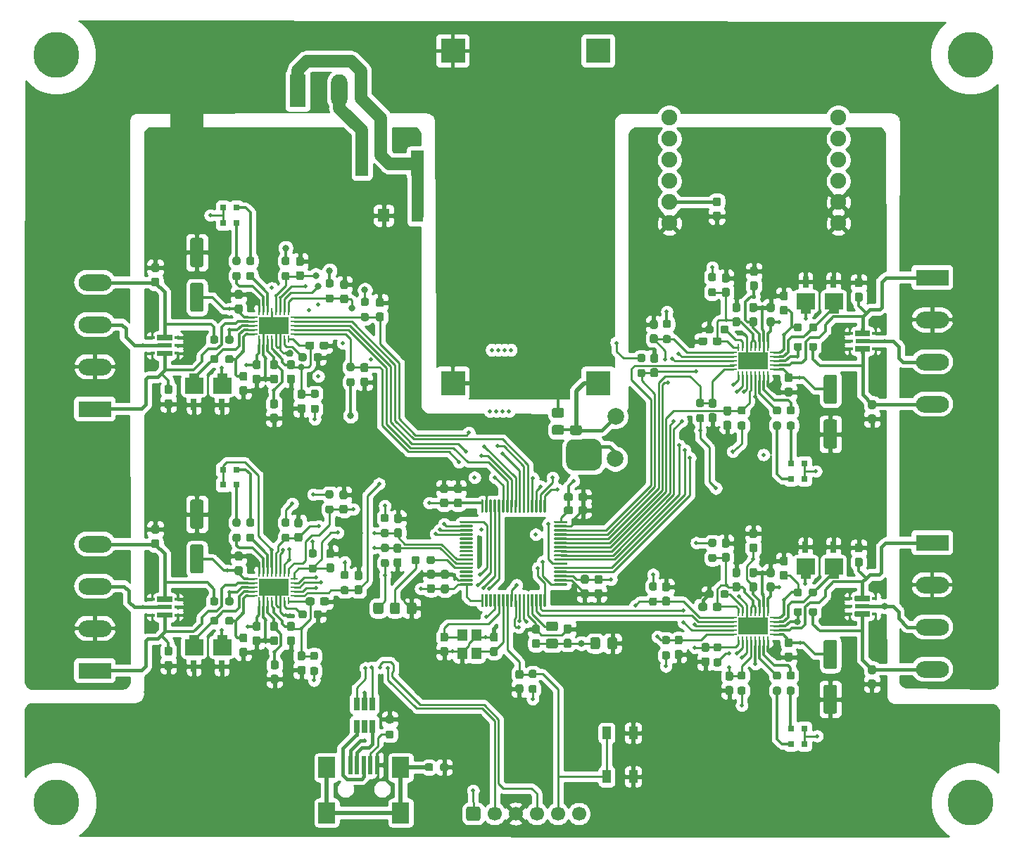
<source format=gbr>
%TF.GenerationSoftware,KiCad,Pcbnew,(5.1.9)-1*%
%TF.CreationDate,2021-03-04T00:36:30+01:00*%
%TF.ProjectId,IO_LINK,494f5f4c-494e-44b2-9e6b-696361645f70,rev?*%
%TF.SameCoordinates,Original*%
%TF.FileFunction,Copper,L1,Top*%
%TF.FilePolarity,Positive*%
%FSLAX46Y46*%
G04 Gerber Fmt 4.6, Leading zero omitted, Abs format (unit mm)*
G04 Created by KiCad (PCBNEW (5.1.9)-1) date 2021-03-04 00:36:30*
%MOMM*%
%LPD*%
G01*
G04 APERTURE LIST*
%TA.AperFunction,EtchedComponent*%
%ADD10C,0.001000*%
%TD*%
%TA.AperFunction,SMDPad,CuDef*%
%ADD11C,0.100000*%
%TD*%
%TA.AperFunction,SMDPad,CuDef*%
%ADD12R,0.533400X0.406400*%
%TD*%
%TA.AperFunction,SMDPad,CuDef*%
%ADD13R,1.701800X0.508000*%
%TD*%
%TA.AperFunction,ComponentPad*%
%ADD14O,1.980000X3.960000*%
%TD*%
%TA.AperFunction,ComponentPad*%
%ADD15R,1.980000X3.960000*%
%TD*%
%TA.AperFunction,ComponentPad*%
%ADD16C,1.900000*%
%TD*%
%TA.AperFunction,SMDPad,CuDef*%
%ADD17R,3.606800X2.108200*%
%TD*%
%TA.AperFunction,SMDPad,CuDef*%
%ADD18R,0.812800X0.254000*%
%TD*%
%TA.AperFunction,SMDPad,CuDef*%
%ADD19R,0.254000X0.812800*%
%TD*%
%TA.AperFunction,SMDPad,CuDef*%
%ADD20R,0.650000X1.560000*%
%TD*%
%TA.AperFunction,ComponentPad*%
%ADD21R,3.960000X1.980000*%
%TD*%
%TA.AperFunction,ComponentPad*%
%ADD22O,3.960000X1.980000*%
%TD*%
%TA.AperFunction,ComponentPad*%
%ADD23C,1.700000*%
%TD*%
%TA.AperFunction,SMDPad,CuDef*%
%ADD24R,0.800000X0.800000*%
%TD*%
%TA.AperFunction,SMDPad,CuDef*%
%ADD25R,1.540000X3.140000*%
%TD*%
%TA.AperFunction,SMDPad,CuDef*%
%ADD26R,1.400000X1.640000*%
%TD*%
%TA.AperFunction,SMDPad,CuDef*%
%ADD27R,0.750000X1.380000*%
%TD*%
%TA.AperFunction,SMDPad,CuDef*%
%ADD28R,2.100000X1.820000*%
%TD*%
%TA.AperFunction,SMDPad,CuDef*%
%ADD29R,0.500000X2.250000*%
%TD*%
%TA.AperFunction,SMDPad,CuDef*%
%ADD30R,2.000000X2.500000*%
%TD*%
%TA.AperFunction,ComponentPad*%
%ADD31R,3.000000X3.000000*%
%TD*%
%TA.AperFunction,SMDPad,CuDef*%
%ADD32R,1.000000X1.550000*%
%TD*%
%TA.AperFunction,SMDPad,CuDef*%
%ADD33C,2.000000*%
%TD*%
%TA.AperFunction,SMDPad,CuDef*%
%ADD34R,1.200000X1.400000*%
%TD*%
%TA.AperFunction,ConnectorPad*%
%ADD35O,5.500000X5.500000*%
%TD*%
%TA.AperFunction,ComponentPad*%
%ADD36C,3.600000*%
%TD*%
%TA.AperFunction,ViaPad*%
%ADD37C,0.500000*%
%TD*%
%TA.AperFunction,ViaPad*%
%ADD38C,0.800000*%
%TD*%
%TA.AperFunction,ViaPad*%
%ADD39C,0.550000*%
%TD*%
%TA.AperFunction,Conductor*%
%ADD40C,4.000000*%
%TD*%
%TA.AperFunction,Conductor*%
%ADD41C,1.500000*%
%TD*%
%TA.AperFunction,Conductor*%
%ADD42C,1.400000*%
%TD*%
%TA.AperFunction,Conductor*%
%ADD43C,0.250000*%
%TD*%
%TA.AperFunction,Conductor*%
%ADD44C,0.300000*%
%TD*%
%TA.AperFunction,Conductor*%
%ADD45C,0.400000*%
%TD*%
%TA.AperFunction,Conductor*%
%ADD46C,0.500000*%
%TD*%
%TA.AperFunction,Conductor*%
%ADD47C,0.200000*%
%TD*%
%TA.AperFunction,Conductor*%
%ADD48C,0.100000*%
%TD*%
%TA.AperFunction,Conductor*%
%ADD49C,0.254000*%
%TD*%
G04 APERTURE END LIST*
D10*
%TO.C,D4*%
G36*
X72071380Y-93883020D02*
G01*
X72571760Y-93883020D01*
X72571760Y-95706740D01*
X70468640Y-95706740D01*
X70468640Y-93883020D01*
X70969020Y-93883020D01*
X70969020Y-93382640D01*
X72071380Y-93382640D01*
X72071380Y-93883020D01*
G37*
X72071380Y-93883020D02*
X72571760Y-93883020D01*
X72571760Y-95706740D01*
X70468640Y-95706740D01*
X70468640Y-93883020D01*
X70969020Y-93883020D01*
X70969020Y-93382640D01*
X72071380Y-93382640D01*
X72071380Y-93883020D01*
%TO.C,D5*%
G36*
X75436880Y-93883020D02*
G01*
X75937260Y-93883020D01*
X75937260Y-95706740D01*
X73834140Y-95706740D01*
X73834140Y-93883020D01*
X74334520Y-93883020D01*
X74334520Y-93382640D01*
X75436880Y-93382640D01*
X75436880Y-93883020D01*
G37*
X75436880Y-93883020D02*
X75937260Y-93883020D01*
X75937260Y-95706740D01*
X73834140Y-95706740D01*
X73834140Y-93883020D01*
X74334520Y-93883020D01*
X74334520Y-93382640D01*
X75436880Y-93382640D01*
X75436880Y-93883020D01*
%TO.C,D9*%
G36*
X72071380Y-125383020D02*
G01*
X72571760Y-125383020D01*
X72571760Y-127206740D01*
X70468640Y-127206740D01*
X70468640Y-125383020D01*
X70969020Y-125383020D01*
X70969020Y-124882640D01*
X72071380Y-124882640D01*
X72071380Y-125383020D01*
G37*
X72071380Y-125383020D02*
X72571760Y-125383020D01*
X72571760Y-127206740D01*
X70468640Y-127206740D01*
X70468640Y-125383020D01*
X70969020Y-125383020D01*
X70969020Y-124882640D01*
X72071380Y-124882640D01*
X72071380Y-125383020D01*
%TO.C,D10*%
G36*
X75436880Y-125383020D02*
G01*
X75937260Y-125383020D01*
X75937260Y-127206740D01*
X73834140Y-127206740D01*
X73834140Y-125383020D01*
X74334520Y-125383020D01*
X74334520Y-124882640D01*
X75436880Y-124882640D01*
X75436880Y-125383020D01*
G37*
X75436880Y-125383020D02*
X75937260Y-125383020D01*
X75937260Y-127206740D01*
X73834140Y-127206740D01*
X73834140Y-125383020D01*
X74334520Y-125383020D01*
X74334520Y-124882640D01*
X75436880Y-124882640D01*
X75436880Y-125383020D01*
%TO.C,D14*%
G36*
X147924640Y-85560520D02*
G01*
X147424260Y-85560520D01*
X147424260Y-83736800D01*
X149527380Y-83736800D01*
X149527380Y-85560520D01*
X149027000Y-85560520D01*
X149027000Y-86060900D01*
X147924640Y-86060900D01*
X147924640Y-85560520D01*
G37*
X147924640Y-85560520D02*
X147424260Y-85560520D01*
X147424260Y-83736800D01*
X149527380Y-83736800D01*
X149527380Y-85560520D01*
X149027000Y-85560520D01*
X149027000Y-86060900D01*
X147924640Y-86060900D01*
X147924640Y-85560520D01*
%TO.C,D15*%
G36*
X144559140Y-85560520D02*
G01*
X144058760Y-85560520D01*
X144058760Y-83736800D01*
X146161880Y-83736800D01*
X146161880Y-85560520D01*
X145661500Y-85560520D01*
X145661500Y-86060900D01*
X144559140Y-86060900D01*
X144559140Y-85560520D01*
G37*
X144559140Y-85560520D02*
X144058760Y-85560520D01*
X144058760Y-83736800D01*
X146161880Y-83736800D01*
X146161880Y-85560520D01*
X145661500Y-85560520D01*
X145661500Y-86060900D01*
X144559140Y-86060900D01*
X144559140Y-85560520D01*
%TO.C,D19*%
G36*
X147919280Y-117476460D02*
G01*
X147418900Y-117476460D01*
X147418900Y-115652740D01*
X149522020Y-115652740D01*
X149522020Y-117476460D01*
X149021640Y-117476460D01*
X149021640Y-117976840D01*
X147919280Y-117976840D01*
X147919280Y-117476460D01*
G37*
X147919280Y-117476460D02*
X147418900Y-117476460D01*
X147418900Y-115652740D01*
X149522020Y-115652740D01*
X149522020Y-117476460D01*
X149021640Y-117476460D01*
X149021640Y-117976840D01*
X147919280Y-117976840D01*
X147919280Y-117476460D01*
%TO.C,D20*%
G36*
X144553780Y-117476460D02*
G01*
X144053400Y-117476460D01*
X144053400Y-115652740D01*
X146156520Y-115652740D01*
X146156520Y-117476460D01*
X145656140Y-117476460D01*
X145656140Y-117976840D01*
X144553780Y-117976840D01*
X144553780Y-117476460D01*
G37*
X144553780Y-117476460D02*
X144053400Y-117476460D01*
X144053400Y-115652740D01*
X146156520Y-115652740D01*
X146156520Y-117476460D01*
X145656140Y-117476460D01*
X145656140Y-117976840D01*
X144553780Y-117976840D01*
X144553780Y-117476460D01*
%TD*%
%TA.AperFunction,SMDPad,CuDef*%
D11*
%TO.P,D18,7*%
%TO.N,Net-(C77-Pad1)*%
G36*
X152070421Y-87866843D02*
G01*
X152070452Y-87866842D01*
X152070482Y-87866844D01*
X152070984Y-87866847D01*
X152074436Y-87867064D01*
X152077885Y-87867257D01*
X152078154Y-87867299D01*
X152078414Y-87867315D01*
X152081776Y-87867859D01*
X152085242Y-87868396D01*
X152085502Y-87868463D01*
X152085763Y-87868505D01*
X152089111Y-87869390D01*
X152092453Y-87870248D01*
X152092701Y-87870338D01*
X152092961Y-87870407D01*
X152096189Y-87871608D01*
X152099449Y-87872794D01*
X152099693Y-87872911D01*
X152099938Y-87873002D01*
X152103051Y-87874520D01*
X152106163Y-87876011D01*
X152106386Y-87876146D01*
X152106630Y-87876265D01*
X152109609Y-87878098D01*
X152112530Y-87879867D01*
X152112743Y-87880026D01*
X152112970Y-87880166D01*
X152115723Y-87882256D01*
X152118492Y-87884327D01*
X152118689Y-87884507D01*
X152118900Y-87884667D01*
X152121442Y-87887021D01*
X152123989Y-87889347D01*
X152124166Y-87889544D01*
X152124363Y-87889726D01*
X152126654Y-87892306D01*
X152128971Y-87894879D01*
X152129130Y-87895095D01*
X152129306Y-87895293D01*
X152131308Y-87898050D01*
X152133389Y-87900872D01*
X152133529Y-87901106D01*
X152133681Y-87901316D01*
X152135392Y-87904232D01*
X152137201Y-87907266D01*
X152137316Y-87907510D01*
X152137449Y-87907737D01*
X152138887Y-87910850D01*
X152140370Y-87914002D01*
X152140460Y-87914255D01*
X152140571Y-87914495D01*
X152141702Y-87917741D01*
X152142868Y-87921016D01*
X152142933Y-87921275D01*
X152143020Y-87921526D01*
X152143821Y-87924839D01*
X152144669Y-87928239D01*
X152144709Y-87928509D01*
X152144770Y-87928762D01*
X152145244Y-87932135D01*
X152145756Y-87935604D01*
X152145769Y-87935871D01*
X152145806Y-87936134D01*
X152145950Y-87939568D01*
X152146120Y-87943040D01*
X152146120Y-88171640D01*
X152819220Y-88171640D01*
X152819721Y-88171643D01*
X152819752Y-88171642D01*
X152819782Y-88171644D01*
X152820284Y-88171647D01*
X152823736Y-88171864D01*
X152827185Y-88172057D01*
X152827454Y-88172099D01*
X152827714Y-88172115D01*
X152831076Y-88172659D01*
X152834542Y-88173196D01*
X152834802Y-88173263D01*
X152835063Y-88173305D01*
X152838411Y-88174190D01*
X152841753Y-88175048D01*
X152842001Y-88175138D01*
X152842261Y-88175207D01*
X152845489Y-88176408D01*
X152848749Y-88177594D01*
X152848993Y-88177711D01*
X152849238Y-88177802D01*
X152852351Y-88179320D01*
X152855463Y-88180811D01*
X152855686Y-88180946D01*
X152855930Y-88181065D01*
X152858909Y-88182898D01*
X152861830Y-88184667D01*
X152862043Y-88184826D01*
X152862270Y-88184966D01*
X152865023Y-88187056D01*
X152867792Y-88189127D01*
X152867989Y-88189307D01*
X152868200Y-88189467D01*
X152870742Y-88191821D01*
X152873289Y-88194147D01*
X152873466Y-88194344D01*
X152873663Y-88194526D01*
X152875954Y-88197106D01*
X152878271Y-88199679D01*
X152878430Y-88199895D01*
X152878606Y-88200093D01*
X152880608Y-88202850D01*
X152882689Y-88205672D01*
X152882829Y-88205906D01*
X152882981Y-88206116D01*
X152884692Y-88209032D01*
X152886501Y-88212066D01*
X152886616Y-88212310D01*
X152886749Y-88212537D01*
X152888187Y-88215650D01*
X152889670Y-88218802D01*
X152889760Y-88219055D01*
X152889871Y-88219295D01*
X152891002Y-88222541D01*
X152892168Y-88225816D01*
X152892233Y-88226075D01*
X152892320Y-88226326D01*
X152893121Y-88229639D01*
X152893969Y-88233039D01*
X152894009Y-88233309D01*
X152894070Y-88233562D01*
X152894544Y-88236935D01*
X152895056Y-88240404D01*
X152895069Y-88240671D01*
X152895106Y-88240934D01*
X152895250Y-88244368D01*
X152895420Y-88247840D01*
X152895420Y-88755840D01*
X152895417Y-88756341D01*
X152895418Y-88756372D01*
X152895416Y-88756402D01*
X152895413Y-88756904D01*
X152895196Y-88760356D01*
X152895003Y-88763805D01*
X152894961Y-88764074D01*
X152894945Y-88764334D01*
X152894401Y-88767696D01*
X152893864Y-88771162D01*
X152893797Y-88771422D01*
X152893755Y-88771683D01*
X152892870Y-88775031D01*
X152892012Y-88778373D01*
X152891922Y-88778621D01*
X152891853Y-88778881D01*
X152890652Y-88782109D01*
X152889466Y-88785369D01*
X152889349Y-88785613D01*
X152889258Y-88785858D01*
X152887740Y-88788971D01*
X152886249Y-88792083D01*
X152886114Y-88792306D01*
X152885995Y-88792550D01*
X152884162Y-88795529D01*
X152882393Y-88798450D01*
X152882234Y-88798663D01*
X152882094Y-88798890D01*
X152880004Y-88801643D01*
X152877933Y-88804412D01*
X152877753Y-88804609D01*
X152877593Y-88804820D01*
X152875239Y-88807362D01*
X152872913Y-88809909D01*
X152872716Y-88810086D01*
X152872534Y-88810283D01*
X152869954Y-88812574D01*
X152867381Y-88814891D01*
X152867165Y-88815050D01*
X152866967Y-88815226D01*
X152864210Y-88817228D01*
X152861388Y-88819309D01*
X152861154Y-88819449D01*
X152860944Y-88819601D01*
X152858028Y-88821312D01*
X152854994Y-88823121D01*
X152854750Y-88823236D01*
X152854523Y-88823369D01*
X152851410Y-88824807D01*
X152848258Y-88826290D01*
X152848005Y-88826380D01*
X152847765Y-88826491D01*
X152844519Y-88827622D01*
X152841244Y-88828788D01*
X152840985Y-88828853D01*
X152840734Y-88828940D01*
X152837421Y-88829741D01*
X152834021Y-88830589D01*
X152833751Y-88830629D01*
X152833498Y-88830690D01*
X152830125Y-88831164D01*
X152826656Y-88831676D01*
X152826389Y-88831689D01*
X152826126Y-88831726D01*
X152822692Y-88831870D01*
X152819220Y-88832040D01*
X151117420Y-88832040D01*
X151116919Y-88832037D01*
X151116888Y-88832038D01*
X151116858Y-88832036D01*
X151116356Y-88832033D01*
X151112904Y-88831816D01*
X151109455Y-88831623D01*
X151109186Y-88831581D01*
X151108926Y-88831565D01*
X151105564Y-88831021D01*
X151102098Y-88830484D01*
X151101838Y-88830417D01*
X151101577Y-88830375D01*
X151098229Y-88829490D01*
X151094887Y-88828632D01*
X151094639Y-88828542D01*
X151094379Y-88828473D01*
X151091151Y-88827272D01*
X151087891Y-88826086D01*
X151087647Y-88825969D01*
X151087402Y-88825878D01*
X151084289Y-88824360D01*
X151081177Y-88822869D01*
X151080954Y-88822734D01*
X151080710Y-88822615D01*
X151077731Y-88820782D01*
X151074810Y-88819013D01*
X151074597Y-88818854D01*
X151074370Y-88818714D01*
X151071617Y-88816624D01*
X151068848Y-88814553D01*
X151068651Y-88814373D01*
X151068440Y-88814213D01*
X151065898Y-88811859D01*
X151063351Y-88809533D01*
X151063174Y-88809336D01*
X151062977Y-88809154D01*
X151060686Y-88806574D01*
X151058369Y-88804001D01*
X151058210Y-88803785D01*
X151058034Y-88803587D01*
X151056032Y-88800830D01*
X151053951Y-88798008D01*
X151053811Y-88797774D01*
X151053659Y-88797564D01*
X151051948Y-88794648D01*
X151050139Y-88791614D01*
X151050024Y-88791370D01*
X151049891Y-88791143D01*
X151048453Y-88788030D01*
X151046970Y-88784878D01*
X151046880Y-88784625D01*
X151046769Y-88784385D01*
X151045638Y-88781139D01*
X151044472Y-88777864D01*
X151044407Y-88777605D01*
X151044320Y-88777354D01*
X151043519Y-88774041D01*
X151042671Y-88770641D01*
X151042631Y-88770371D01*
X151042570Y-88770118D01*
X151042096Y-88766745D01*
X151041584Y-88763276D01*
X151041571Y-88763009D01*
X151041534Y-88762746D01*
X151041390Y-88759312D01*
X151041220Y-88755840D01*
X151041220Y-88247840D01*
X151041223Y-88247339D01*
X151041222Y-88247308D01*
X151041224Y-88247278D01*
X151041227Y-88246776D01*
X151041444Y-88243324D01*
X151041637Y-88239875D01*
X151041679Y-88239606D01*
X151041695Y-88239346D01*
X151042239Y-88235984D01*
X151042776Y-88232518D01*
X151042843Y-88232258D01*
X151042885Y-88231997D01*
X151043770Y-88228649D01*
X151044628Y-88225307D01*
X151044718Y-88225059D01*
X151044787Y-88224799D01*
X151045988Y-88221571D01*
X151047174Y-88218311D01*
X151047291Y-88218067D01*
X151047382Y-88217822D01*
X151048900Y-88214709D01*
X151050391Y-88211597D01*
X151050526Y-88211374D01*
X151050645Y-88211130D01*
X151052478Y-88208151D01*
X151054247Y-88205230D01*
X151054406Y-88205017D01*
X151054546Y-88204790D01*
X151056636Y-88202037D01*
X151058707Y-88199268D01*
X151058887Y-88199071D01*
X151059047Y-88198860D01*
X151061401Y-88196318D01*
X151063727Y-88193771D01*
X151063924Y-88193594D01*
X151064106Y-88193397D01*
X151066686Y-88191106D01*
X151069259Y-88188789D01*
X151069475Y-88188630D01*
X151069673Y-88188454D01*
X151072430Y-88186452D01*
X151075252Y-88184371D01*
X151075486Y-88184231D01*
X151075696Y-88184079D01*
X151078612Y-88182368D01*
X151081646Y-88180559D01*
X151081890Y-88180444D01*
X151082117Y-88180311D01*
X151085230Y-88178873D01*
X151088382Y-88177390D01*
X151088635Y-88177300D01*
X151088875Y-88177189D01*
X151092121Y-88176058D01*
X151095396Y-88174892D01*
X151095655Y-88174827D01*
X151095906Y-88174740D01*
X151099219Y-88173939D01*
X151102619Y-88173091D01*
X151102889Y-88173051D01*
X151103142Y-88172990D01*
X151106515Y-88172516D01*
X151109984Y-88172004D01*
X151110251Y-88171991D01*
X151110514Y-88171954D01*
X151113948Y-88171810D01*
X151117420Y-88171640D01*
X151790520Y-88171640D01*
X151790520Y-87943040D01*
X151790523Y-87942539D01*
X151790522Y-87942508D01*
X151790524Y-87942478D01*
X151790527Y-87941976D01*
X151790744Y-87938524D01*
X151790937Y-87935075D01*
X151790979Y-87934806D01*
X151790995Y-87934546D01*
X151791539Y-87931184D01*
X151792076Y-87927718D01*
X151792143Y-87927458D01*
X151792185Y-87927197D01*
X151793070Y-87923849D01*
X151793928Y-87920507D01*
X151794018Y-87920259D01*
X151794087Y-87919999D01*
X151795288Y-87916771D01*
X151796474Y-87913511D01*
X151796591Y-87913267D01*
X151796682Y-87913022D01*
X151798200Y-87909909D01*
X151799691Y-87906797D01*
X151799826Y-87906574D01*
X151799945Y-87906330D01*
X151801778Y-87903351D01*
X151803547Y-87900430D01*
X151803706Y-87900217D01*
X151803846Y-87899990D01*
X151805936Y-87897237D01*
X151808007Y-87894468D01*
X151808187Y-87894271D01*
X151808347Y-87894060D01*
X151810701Y-87891518D01*
X151813027Y-87888971D01*
X151813224Y-87888794D01*
X151813406Y-87888597D01*
X151815986Y-87886306D01*
X151818559Y-87883989D01*
X151818775Y-87883830D01*
X151818973Y-87883654D01*
X151821730Y-87881652D01*
X151824552Y-87879571D01*
X151824786Y-87879431D01*
X151824996Y-87879279D01*
X151827912Y-87877568D01*
X151830946Y-87875759D01*
X151831190Y-87875644D01*
X151831417Y-87875511D01*
X151834530Y-87874073D01*
X151837682Y-87872590D01*
X151837935Y-87872500D01*
X151838175Y-87872389D01*
X151841421Y-87871258D01*
X151844696Y-87870092D01*
X151844955Y-87870027D01*
X151845206Y-87869940D01*
X151848519Y-87869139D01*
X151851919Y-87868291D01*
X151852189Y-87868251D01*
X151852442Y-87868190D01*
X151855815Y-87867716D01*
X151859284Y-87867204D01*
X151859551Y-87867191D01*
X151859814Y-87867154D01*
X151863248Y-87867010D01*
X151866720Y-87866840D01*
X152069920Y-87866840D01*
X152070421Y-87866843D01*
G37*
%TD.AperFunction*%
%TA.AperFunction,SMDPad,CuDef*%
%TO.P,D18,9*%
%TO.N,Net-(C60-Pad1)*%
G36*
X152819721Y-90076643D02*
G01*
X152819752Y-90076642D01*
X152819782Y-90076644D01*
X152820284Y-90076647D01*
X152823736Y-90076864D01*
X152827185Y-90077057D01*
X152827454Y-90077099D01*
X152827714Y-90077115D01*
X152831076Y-90077659D01*
X152834542Y-90078196D01*
X152834802Y-90078263D01*
X152835063Y-90078305D01*
X152838411Y-90079190D01*
X152841753Y-90080048D01*
X152842001Y-90080138D01*
X152842261Y-90080207D01*
X152845489Y-90081408D01*
X152848749Y-90082594D01*
X152848993Y-90082711D01*
X152849238Y-90082802D01*
X152852351Y-90084320D01*
X152855463Y-90085811D01*
X152855686Y-90085946D01*
X152855930Y-90086065D01*
X152858909Y-90087898D01*
X152861830Y-90089667D01*
X152862043Y-90089826D01*
X152862270Y-90089966D01*
X152865023Y-90092056D01*
X152867792Y-90094127D01*
X152867989Y-90094307D01*
X152868200Y-90094467D01*
X152870742Y-90096821D01*
X152873289Y-90099147D01*
X152873466Y-90099344D01*
X152873663Y-90099526D01*
X152875954Y-90102106D01*
X152878271Y-90104679D01*
X152878430Y-90104895D01*
X152878606Y-90105093D01*
X152880608Y-90107850D01*
X152882689Y-90110672D01*
X152882829Y-90110906D01*
X152882981Y-90111116D01*
X152884692Y-90114032D01*
X152886501Y-90117066D01*
X152886616Y-90117310D01*
X152886749Y-90117537D01*
X152888187Y-90120650D01*
X152889670Y-90123802D01*
X152889760Y-90124055D01*
X152889871Y-90124295D01*
X152891002Y-90127541D01*
X152892168Y-90130816D01*
X152892233Y-90131075D01*
X152892320Y-90131326D01*
X152893121Y-90134639D01*
X152893969Y-90138039D01*
X152894009Y-90138309D01*
X152894070Y-90138562D01*
X152894544Y-90141935D01*
X152895056Y-90145404D01*
X152895069Y-90145671D01*
X152895106Y-90145934D01*
X152895250Y-90149368D01*
X152895420Y-90152840D01*
X152895420Y-90660840D01*
X152895417Y-90661341D01*
X152895418Y-90661372D01*
X152895416Y-90661402D01*
X152895413Y-90661904D01*
X152895196Y-90665356D01*
X152895003Y-90668805D01*
X152894961Y-90669074D01*
X152894945Y-90669334D01*
X152894401Y-90672696D01*
X152893864Y-90676162D01*
X152893797Y-90676422D01*
X152893755Y-90676683D01*
X152892870Y-90680031D01*
X152892012Y-90683373D01*
X152891922Y-90683621D01*
X152891853Y-90683881D01*
X152890652Y-90687109D01*
X152889466Y-90690369D01*
X152889349Y-90690613D01*
X152889258Y-90690858D01*
X152887740Y-90693971D01*
X152886249Y-90697083D01*
X152886114Y-90697306D01*
X152885995Y-90697550D01*
X152884162Y-90700529D01*
X152882393Y-90703450D01*
X152882234Y-90703663D01*
X152882094Y-90703890D01*
X152880004Y-90706643D01*
X152877933Y-90709412D01*
X152877753Y-90709609D01*
X152877593Y-90709820D01*
X152875239Y-90712362D01*
X152872913Y-90714909D01*
X152872716Y-90715086D01*
X152872534Y-90715283D01*
X152869954Y-90717574D01*
X152867381Y-90719891D01*
X152867165Y-90720050D01*
X152866967Y-90720226D01*
X152864210Y-90722228D01*
X152861388Y-90724309D01*
X152861154Y-90724449D01*
X152860944Y-90724601D01*
X152858028Y-90726312D01*
X152854994Y-90728121D01*
X152854750Y-90728236D01*
X152854523Y-90728369D01*
X152851410Y-90729807D01*
X152848258Y-90731290D01*
X152848005Y-90731380D01*
X152847765Y-90731491D01*
X152844519Y-90732622D01*
X152841244Y-90733788D01*
X152840985Y-90733853D01*
X152840734Y-90733940D01*
X152837421Y-90734741D01*
X152834021Y-90735589D01*
X152833751Y-90735629D01*
X152833498Y-90735690D01*
X152830125Y-90736164D01*
X152826656Y-90736676D01*
X152826389Y-90736689D01*
X152826126Y-90736726D01*
X152822692Y-90736870D01*
X152819220Y-90737040D01*
X152146120Y-90737040D01*
X152146120Y-90965640D01*
X152146117Y-90966141D01*
X152146118Y-90966172D01*
X152146116Y-90966202D01*
X152146113Y-90966704D01*
X152145896Y-90970156D01*
X152145703Y-90973605D01*
X152145661Y-90973874D01*
X152145645Y-90974134D01*
X152145101Y-90977496D01*
X152144564Y-90980962D01*
X152144497Y-90981222D01*
X152144455Y-90981483D01*
X152143570Y-90984831D01*
X152142712Y-90988173D01*
X152142622Y-90988421D01*
X152142553Y-90988681D01*
X152141352Y-90991909D01*
X152140166Y-90995169D01*
X152140049Y-90995413D01*
X152139958Y-90995658D01*
X152138440Y-90998771D01*
X152136949Y-91001883D01*
X152136814Y-91002106D01*
X152136695Y-91002350D01*
X152134862Y-91005329D01*
X152133093Y-91008250D01*
X152132934Y-91008463D01*
X152132794Y-91008690D01*
X152130704Y-91011443D01*
X152128633Y-91014212D01*
X152128453Y-91014409D01*
X152128293Y-91014620D01*
X152125939Y-91017162D01*
X152123613Y-91019709D01*
X152123416Y-91019886D01*
X152123234Y-91020083D01*
X152120654Y-91022374D01*
X152118081Y-91024691D01*
X152117865Y-91024850D01*
X152117667Y-91025026D01*
X152114910Y-91027028D01*
X152112088Y-91029109D01*
X152111854Y-91029249D01*
X152111644Y-91029401D01*
X152108728Y-91031112D01*
X152105694Y-91032921D01*
X152105450Y-91033036D01*
X152105223Y-91033169D01*
X152102110Y-91034607D01*
X152098958Y-91036090D01*
X152098705Y-91036180D01*
X152098465Y-91036291D01*
X152095219Y-91037422D01*
X152091944Y-91038588D01*
X152091685Y-91038653D01*
X152091434Y-91038740D01*
X152088121Y-91039541D01*
X152084721Y-91040389D01*
X152084451Y-91040429D01*
X152084198Y-91040490D01*
X152080825Y-91040964D01*
X152077356Y-91041476D01*
X152077089Y-91041489D01*
X152076826Y-91041526D01*
X152073392Y-91041670D01*
X152069920Y-91041840D01*
X151866720Y-91041840D01*
X151866219Y-91041837D01*
X151866188Y-91041838D01*
X151866158Y-91041836D01*
X151865656Y-91041833D01*
X151862204Y-91041616D01*
X151858755Y-91041423D01*
X151858486Y-91041381D01*
X151858226Y-91041365D01*
X151854864Y-91040821D01*
X151851398Y-91040284D01*
X151851138Y-91040217D01*
X151850877Y-91040175D01*
X151847529Y-91039290D01*
X151844187Y-91038432D01*
X151843939Y-91038342D01*
X151843679Y-91038273D01*
X151840451Y-91037072D01*
X151837191Y-91035886D01*
X151836947Y-91035769D01*
X151836702Y-91035678D01*
X151833589Y-91034160D01*
X151830477Y-91032669D01*
X151830254Y-91032534D01*
X151830010Y-91032415D01*
X151827031Y-91030582D01*
X151824110Y-91028813D01*
X151823897Y-91028654D01*
X151823670Y-91028514D01*
X151820917Y-91026424D01*
X151818148Y-91024353D01*
X151817951Y-91024173D01*
X151817740Y-91024013D01*
X151815198Y-91021659D01*
X151812651Y-91019333D01*
X151812474Y-91019136D01*
X151812277Y-91018954D01*
X151809986Y-91016374D01*
X151807669Y-91013801D01*
X151807510Y-91013585D01*
X151807334Y-91013387D01*
X151805332Y-91010630D01*
X151803251Y-91007808D01*
X151803111Y-91007574D01*
X151802959Y-91007364D01*
X151801248Y-91004448D01*
X151799439Y-91001414D01*
X151799324Y-91001170D01*
X151799191Y-91000943D01*
X151797753Y-90997830D01*
X151796270Y-90994678D01*
X151796180Y-90994425D01*
X151796069Y-90994185D01*
X151794938Y-90990939D01*
X151793772Y-90987664D01*
X151793707Y-90987405D01*
X151793620Y-90987154D01*
X151792819Y-90983841D01*
X151791971Y-90980441D01*
X151791931Y-90980171D01*
X151791870Y-90979918D01*
X151791396Y-90976545D01*
X151790884Y-90973076D01*
X151790871Y-90972809D01*
X151790834Y-90972546D01*
X151790690Y-90969112D01*
X151790520Y-90965640D01*
X151790520Y-90737040D01*
X151117420Y-90737040D01*
X151116919Y-90737037D01*
X151116888Y-90737038D01*
X151116858Y-90737036D01*
X151116356Y-90737033D01*
X151112904Y-90736816D01*
X151109455Y-90736623D01*
X151109186Y-90736581D01*
X151108926Y-90736565D01*
X151105564Y-90736021D01*
X151102098Y-90735484D01*
X151101838Y-90735417D01*
X151101577Y-90735375D01*
X151098229Y-90734490D01*
X151094887Y-90733632D01*
X151094639Y-90733542D01*
X151094379Y-90733473D01*
X151091151Y-90732272D01*
X151087891Y-90731086D01*
X151087647Y-90730969D01*
X151087402Y-90730878D01*
X151084289Y-90729360D01*
X151081177Y-90727869D01*
X151080954Y-90727734D01*
X151080710Y-90727615D01*
X151077731Y-90725782D01*
X151074810Y-90724013D01*
X151074597Y-90723854D01*
X151074370Y-90723714D01*
X151071617Y-90721624D01*
X151068848Y-90719553D01*
X151068651Y-90719373D01*
X151068440Y-90719213D01*
X151065898Y-90716859D01*
X151063351Y-90714533D01*
X151063174Y-90714336D01*
X151062977Y-90714154D01*
X151060686Y-90711574D01*
X151058369Y-90709001D01*
X151058210Y-90708785D01*
X151058034Y-90708587D01*
X151056032Y-90705830D01*
X151053951Y-90703008D01*
X151053811Y-90702774D01*
X151053659Y-90702564D01*
X151051948Y-90699648D01*
X151050139Y-90696614D01*
X151050024Y-90696370D01*
X151049891Y-90696143D01*
X151048453Y-90693030D01*
X151046970Y-90689878D01*
X151046880Y-90689625D01*
X151046769Y-90689385D01*
X151045638Y-90686139D01*
X151044472Y-90682864D01*
X151044407Y-90682605D01*
X151044320Y-90682354D01*
X151043519Y-90679041D01*
X151042671Y-90675641D01*
X151042631Y-90675371D01*
X151042570Y-90675118D01*
X151042096Y-90671745D01*
X151041584Y-90668276D01*
X151041571Y-90668009D01*
X151041534Y-90667746D01*
X151041390Y-90664312D01*
X151041220Y-90660840D01*
X151041220Y-90152840D01*
X151041223Y-90152339D01*
X151041222Y-90152308D01*
X151041224Y-90152278D01*
X151041227Y-90151776D01*
X151041444Y-90148324D01*
X151041637Y-90144875D01*
X151041679Y-90144606D01*
X151041695Y-90144346D01*
X151042239Y-90140984D01*
X151042776Y-90137518D01*
X151042843Y-90137258D01*
X151042885Y-90136997D01*
X151043770Y-90133649D01*
X151044628Y-90130307D01*
X151044718Y-90130059D01*
X151044787Y-90129799D01*
X151045988Y-90126571D01*
X151047174Y-90123311D01*
X151047291Y-90123067D01*
X151047382Y-90122822D01*
X151048900Y-90119709D01*
X151050391Y-90116597D01*
X151050526Y-90116374D01*
X151050645Y-90116130D01*
X151052478Y-90113151D01*
X151054247Y-90110230D01*
X151054406Y-90110017D01*
X151054546Y-90109790D01*
X151056636Y-90107037D01*
X151058707Y-90104268D01*
X151058887Y-90104071D01*
X151059047Y-90103860D01*
X151061401Y-90101318D01*
X151063727Y-90098771D01*
X151063924Y-90098594D01*
X151064106Y-90098397D01*
X151066686Y-90096106D01*
X151069259Y-90093789D01*
X151069475Y-90093630D01*
X151069673Y-90093454D01*
X151072430Y-90091452D01*
X151075252Y-90089371D01*
X151075486Y-90089231D01*
X151075696Y-90089079D01*
X151078612Y-90087368D01*
X151081646Y-90085559D01*
X151081890Y-90085444D01*
X151082117Y-90085311D01*
X151085230Y-90083873D01*
X151088382Y-90082390D01*
X151088635Y-90082300D01*
X151088875Y-90082189D01*
X151092121Y-90081058D01*
X151095396Y-90079892D01*
X151095655Y-90079827D01*
X151095906Y-90079740D01*
X151099219Y-90078939D01*
X151102619Y-90078091D01*
X151102889Y-90078051D01*
X151103142Y-90077990D01*
X151106515Y-90077516D01*
X151109984Y-90077004D01*
X151110251Y-90076991D01*
X151110514Y-90076954D01*
X151113948Y-90076810D01*
X151117420Y-90076640D01*
X152819220Y-90076640D01*
X152819721Y-90076643D01*
G37*
%TD.AperFunction*%
D12*
%TO.P,D18,6*%
%TO.N,GND*%
X153403420Y-88501840D03*
%TO.P,D18,3*%
X150533220Y-90406840D03*
D13*
%TO.P,D18,8*%
%TO.N,Net-(C59-Pad1)*%
X151968320Y-89454340D03*
D12*
%TO.P,D18,1*%
%TO.N,GND*%
X150533220Y-88501840D03*
%TO.P,D18,4*%
X153403420Y-90406840D03*
%TO.P,D18,5*%
%TO.N,Net-(C59-Pad1)*%
X153403420Y-89454340D03*
%TO.P,D18,2*%
%TO.N,GND*%
X150533220Y-89454340D03*
%TD*%
D14*
%TO.P,J1,2*%
%TO.N,VCC*%
X89056000Y-59358600D03*
D15*
%TO.P,J1,1*%
%TO.N,Net-(D1-Pad1)*%
X84056000Y-59358600D03*
%TD*%
D16*
%TO.P,M1,6*%
%TO.N,INT_ETH*%
X149072700Y-62573200D03*
%TO.P,M1,5*%
%TO.N,CS_ETH*%
X149072700Y-65113200D03*
%TO.P,M1,4*%
%TO.N,SCLK*%
X149072700Y-67653200D03*
%TO.P,M1,3*%
%TO.N,MOSI*%
X149072700Y-70193200D03*
%TO.P,M1,2*%
%TO.N,GND*%
X149072700Y-72733200D03*
%TO.P,M1,1*%
X149072700Y-75273200D03*
%TO.P,M1,12*%
X128752700Y-75273200D03*
%TO.P,M1,10*%
%TO.N,3V3*%
X128752700Y-70193200D03*
%TO.P,M1,11*%
X128752700Y-72733200D03*
%TO.P,M1,9*%
%TO.N,N/C*%
X128752700Y-67653200D03*
%TO.P,M1,8*%
%TO.N,RST_ETH*%
X128752700Y-65113200D03*
%TO.P,M1,7*%
%TO.N,MISO*%
X128752700Y-62573200D03*
%TD*%
D17*
%TO.P,U4,27*%
%TO.N,GND*%
X138823820Y-91867340D03*
D18*
%TO.P,U4,26*%
%TO.N,Net-(C59-Pad1)*%
X141224120Y-90851340D03*
%TO.P,U4,25*%
%TO.N,Net-(D14-Pad1)*%
X141224120Y-91359340D03*
%TO.P,U4,24*%
%TO.N,Net-(D15-Pad1)*%
X141224120Y-91867340D03*
%TO.P,U4,23*%
%TO.N,Net-(C77-Pad1)*%
X141224120Y-92375340D03*
%TO.P,U4,22*%
%TO.N,VCC*%
X141224120Y-92883340D03*
D19*
%TO.P,U4,21*%
%TO.N,GND*%
X140601820Y-93518340D03*
%TO.P,U4,20*%
%TO.N,Net-(R33-Pad2)*%
X140093820Y-93518340D03*
%TO.P,U4,19*%
%TO.N,Net-(R32-Pad2)*%
X139585820Y-93518340D03*
%TO.P,U4,18*%
%TO.N,GND*%
X139077820Y-93518340D03*
%TO.P,U4,17*%
%TO.N,UC_T2_RST*%
X138569820Y-93518340D03*
%TO.P,U4,16*%
%TO.N,SDA*%
X138061820Y-93518340D03*
%TO.P,U4,15*%
%TO.N,SCL*%
X137553820Y-93518340D03*
%TO.P,U4,14*%
%TO.N,T2_UC_IRQ*%
X137045820Y-93518340D03*
D18*
%TO.P,U4,13*%
%TO.N,UC_T2_ENL+*%
X136423520Y-92883340D03*
%TO.P,U4,12*%
%TO.N,T2_UC_SIO*%
X136423520Y-92375340D03*
%TO.P,U4,11*%
%TO.N,T2_UC_DATA*%
X136423520Y-91867340D03*
%TO.P,U4,10*%
%TO.N,UC_T2_DATA*%
X136423520Y-91359340D03*
%TO.P,U4,9*%
%TO.N,UC_T2_ENCQ*%
X136423520Y-90851340D03*
D19*
%TO.P,U4,8*%
%TO.N,3V3_T2*%
X137045820Y-90216340D03*
%TO.P,U4,7*%
%TO.N,Net-(R31-Pad1)*%
X137553820Y-90216340D03*
%TO.P,U4,6*%
%TO.N,GND*%
X138061820Y-90216340D03*
%TO.P,U4,5*%
%TO.N,3V3_T2*%
X138569820Y-90216340D03*
%TO.P,U4,4*%
X139077820Y-90216340D03*
%TO.P,U4,3*%
%TO.N,8V*%
X139585820Y-90216340D03*
%TO.P,U4,2*%
%TO.N,GND*%
X140093820Y-90216340D03*
%TO.P,U4,1*%
%TO.N,VCC*%
X140601820Y-90216340D03*
%TD*%
D17*
%TO.P,U2,27*%
%TO.N,GND*%
X81170000Y-87580000D03*
D18*
%TO.P,U2,26*%
%TO.N,Net-(C31-Pad1)*%
X78769700Y-88596000D03*
%TO.P,U2,25*%
%TO.N,Net-(D4-Pad1)*%
X78769700Y-88088000D03*
%TO.P,U2,24*%
%TO.N,Net-(D5-Pad1)*%
X78769700Y-87580000D03*
%TO.P,U2,23*%
%TO.N,Net-(C75-Pad1)*%
X78769700Y-87072000D03*
%TO.P,U2,22*%
%TO.N,VCC*%
X78769700Y-86564000D03*
D19*
%TO.P,U2,21*%
%TO.N,GND*%
X79392000Y-85929000D03*
%TO.P,U2,20*%
%TO.N,Net-(R15-Pad2)*%
X79900000Y-85929000D03*
%TO.P,U2,19*%
%TO.N,Net-(R14-Pad2)*%
X80408000Y-85929000D03*
%TO.P,U2,18*%
%TO.N,GND*%
X80916000Y-85929000D03*
%TO.P,U2,17*%
%TO.N,UC_T0_RST*%
X81424000Y-85929000D03*
%TO.P,U2,16*%
%TO.N,SDA*%
X81932000Y-85929000D03*
%TO.P,U2,15*%
%TO.N,SCL*%
X82440000Y-85929000D03*
%TO.P,U2,14*%
%TO.N,T0_UC_IRQ*%
X82948000Y-85929000D03*
D18*
%TO.P,U2,13*%
%TO.N,UC_T0_ENL+*%
X83570300Y-86564000D03*
%TO.P,U2,12*%
%TO.N,T0_UC_SIO*%
X83570300Y-87072000D03*
%TO.P,U2,11*%
%TO.N,T0_UC_DATA*%
X83570300Y-87580000D03*
%TO.P,U2,10*%
%TO.N,UC_T0_DATA*%
X83570300Y-88088000D03*
%TO.P,U2,9*%
%TO.N,UC_T0_ENCQ*%
X83570300Y-88596000D03*
D19*
%TO.P,U2,8*%
%TO.N,3V3_T0*%
X82948000Y-89231000D03*
%TO.P,U2,7*%
%TO.N,Net-(R13-Pad1)*%
X82440000Y-89231000D03*
%TO.P,U2,6*%
%TO.N,GND*%
X81932000Y-89231000D03*
%TO.P,U2,5*%
X81424000Y-89231000D03*
%TO.P,U2,4*%
%TO.N,3V3_T0*%
X80916000Y-89231000D03*
%TO.P,U2,3*%
%TO.N,8V*%
X80408000Y-89231000D03*
%TO.P,U2,2*%
%TO.N,GND*%
X79900000Y-89231000D03*
%TO.P,U2,1*%
%TO.N,VCC*%
X79392000Y-89231000D03*
%TD*%
%TO.P,L2,2*%
%TO.N,Net-(J2-Pad6)*%
%TA.AperFunction,SMDPad,CuDef*%
G36*
G01*
X100304300Y-140521600D02*
X100304300Y-140996600D01*
G75*
G02*
X100066800Y-141234100I-237500J0D01*
G01*
X99566800Y-141234100D01*
G75*
G02*
X99329300Y-140996600I0J237500D01*
G01*
X99329300Y-140521600D01*
G75*
G02*
X99566800Y-140284100I237500J0D01*
G01*
X100066800Y-140284100D01*
G75*
G02*
X100304300Y-140521600I0J-237500D01*
G01*
G37*
%TD.AperFunction*%
%TO.P,L2,1*%
%TO.N,GND*%
%TA.AperFunction,SMDPad,CuDef*%
G36*
G01*
X102129300Y-140521600D02*
X102129300Y-140996600D01*
G75*
G02*
X101891800Y-141234100I-237500J0D01*
G01*
X101391800Y-141234100D01*
G75*
G02*
X101154300Y-140996600I0J237500D01*
G01*
X101154300Y-140521600D01*
G75*
G02*
X101391800Y-140284100I237500J0D01*
G01*
X101891800Y-140284100D01*
G75*
G02*
X102129300Y-140521600I0J-237500D01*
G01*
G37*
%TD.AperFunction*%
%TD*%
D20*
%TO.P,D3,5*%
%TO.N,5V*%
X92050100Y-133135900D03*
%TO.P,D3,6*%
%TO.N,USB_DP*%
X91100100Y-133135900D03*
%TO.P,D3,4*%
%TO.N,USB_DM*%
X93000100Y-133135900D03*
%TO.P,D3,3*%
%TO.N,Net-(D3-Pad3)*%
X93000100Y-135835900D03*
%TO.P,D3,2*%
%TO.N,GND*%
X92050100Y-135835900D03*
%TO.P,D3,1*%
%TO.N,Net-(D3-Pad1)*%
X91100100Y-135835900D03*
%TD*%
D21*
%TO.P,J7,1*%
%TO.N,Net-(C78-Pad1)*%
X160360660Y-113724880D03*
D22*
%TO.P,J7,2*%
%TO.N,G*%
X160360660Y-118804880D03*
%TO.P,J7,3*%
%TO.N,Net-(C73-Pad1)*%
X160360660Y-123884880D03*
%TO.P,J7,4*%
%TO.N,Net-(C74-Pad1)*%
X160360660Y-128964880D03*
%TD*%
D21*
%TO.P,J6,1*%
%TO.N,Net-(C77-Pad1)*%
X160366020Y-81813240D03*
D22*
%TO.P,J6,2*%
%TO.N,G*%
X160366020Y-86893240D03*
%TO.P,J6,3*%
%TO.N,Net-(C59-Pad1)*%
X160366020Y-91973240D03*
%TO.P,J6,4*%
%TO.N,Net-(C60-Pad1)*%
X160366020Y-97053240D03*
%TD*%
D23*
%TO.P,J3,6*%
%TO.N,N/C*%
X117848500Y-146356700D03*
%TO.P,J3,5*%
%TO.N,RST*%
X115308500Y-146356700D03*
%TO.P,J3,4*%
%TO.N,SWDIO*%
X112768500Y-146356700D03*
%TO.P,J3,3*%
%TO.N,GND*%
X110228500Y-146356700D03*
%TO.P,J3,2*%
%TO.N,SWCLK*%
X107688500Y-146356700D03*
%TO.P,J3,1*%
%TO.N,3V3*%
%TA.AperFunction,ComponentPad*%
G36*
G01*
X105748500Y-147206700D02*
X104548500Y-147206700D01*
G75*
G02*
X104298500Y-146956700I0J250000D01*
G01*
X104298500Y-145756700D01*
G75*
G02*
X104548500Y-145506700I250000J0D01*
G01*
X105748500Y-145506700D01*
G75*
G02*
X105998500Y-145756700I0J-250000D01*
G01*
X105998500Y-146956700D01*
G75*
G02*
X105748500Y-147206700I-250000J0D01*
G01*
G37*
%TD.AperFunction*%
%TD*%
%TO.P,C42,1*%
%TO.N,3V3_T1*%
%TA.AperFunction,SMDPad,CuDef*%
G36*
G01*
X82966700Y-123264200D02*
X83441700Y-123264200D01*
G75*
G02*
X83679200Y-123501700I0J-237500D01*
G01*
X83679200Y-124101700D01*
G75*
G02*
X83441700Y-124339200I-237500J0D01*
G01*
X82966700Y-124339200D01*
G75*
G02*
X82729200Y-124101700I0J237500D01*
G01*
X82729200Y-123501700D01*
G75*
G02*
X82966700Y-123264200I237500J0D01*
G01*
G37*
%TD.AperFunction*%
%TO.P,C42,2*%
%TO.N,GND*%
%TA.AperFunction,SMDPad,CuDef*%
G36*
G01*
X82966700Y-124989200D02*
X83441700Y-124989200D01*
G75*
G02*
X83679200Y-125226700I0J-237500D01*
G01*
X83679200Y-125826700D01*
G75*
G02*
X83441700Y-126064200I-237500J0D01*
G01*
X82966700Y-126064200D01*
G75*
G02*
X82729200Y-125826700I0J237500D01*
G01*
X82729200Y-125226700D01*
G75*
G02*
X82966700Y-124989200I237500J0D01*
G01*
G37*
%TD.AperFunction*%
%TD*%
%TO.P,C78,2*%
%TO.N,GND*%
%TA.AperFunction,SMDPad,CuDef*%
G36*
G01*
X151755960Y-114885780D02*
X151280960Y-114885780D01*
G75*
G02*
X151043460Y-114648280I0J237500D01*
G01*
X151043460Y-114048280D01*
G75*
G02*
X151280960Y-113810780I237500J0D01*
G01*
X151755960Y-113810780D01*
G75*
G02*
X151993460Y-114048280I0J-237500D01*
G01*
X151993460Y-114648280D01*
G75*
G02*
X151755960Y-114885780I-237500J0D01*
G01*
G37*
%TD.AperFunction*%
%TO.P,C78,1*%
%TO.N,Net-(C78-Pad1)*%
%TA.AperFunction,SMDPad,CuDef*%
G36*
G01*
X151755960Y-116610780D02*
X151280960Y-116610780D01*
G75*
G02*
X151043460Y-116373280I0J237500D01*
G01*
X151043460Y-115773280D01*
G75*
G02*
X151280960Y-115535780I237500J0D01*
G01*
X151755960Y-115535780D01*
G75*
G02*
X151993460Y-115773280I0J-237500D01*
G01*
X151993460Y-116373280D01*
G75*
G02*
X151755960Y-116610780I-237500J0D01*
G01*
G37*
%TD.AperFunction*%
%TD*%
%TO.P,C77,2*%
%TO.N,GND*%
%TA.AperFunction,SMDPad,CuDef*%
G36*
G01*
X151761320Y-82969840D02*
X151286320Y-82969840D01*
G75*
G02*
X151048820Y-82732340I0J237500D01*
G01*
X151048820Y-82132340D01*
G75*
G02*
X151286320Y-81894840I237500J0D01*
G01*
X151761320Y-81894840D01*
G75*
G02*
X151998820Y-82132340I0J-237500D01*
G01*
X151998820Y-82732340D01*
G75*
G02*
X151761320Y-82969840I-237500J0D01*
G01*
G37*
%TD.AperFunction*%
%TO.P,C77,1*%
%TO.N,Net-(C77-Pad1)*%
%TA.AperFunction,SMDPad,CuDef*%
G36*
G01*
X151761320Y-84694840D02*
X151286320Y-84694840D01*
G75*
G02*
X151048820Y-84457340I0J237500D01*
G01*
X151048820Y-83857340D01*
G75*
G02*
X151286320Y-83619840I237500J0D01*
G01*
X151761320Y-83619840D01*
G75*
G02*
X151998820Y-83857340I0J-237500D01*
G01*
X151998820Y-84457340D01*
G75*
G02*
X151761320Y-84694840I-237500J0D01*
G01*
G37*
%TD.AperFunction*%
%TD*%
%TO.P,C76,2*%
%TO.N,GND*%
%TA.AperFunction,SMDPad,CuDef*%
G36*
G01*
X68234700Y-127973700D02*
X68709700Y-127973700D01*
G75*
G02*
X68947200Y-128211200I0J-237500D01*
G01*
X68947200Y-128811200D01*
G75*
G02*
X68709700Y-129048700I-237500J0D01*
G01*
X68234700Y-129048700D01*
G75*
G02*
X67997200Y-128811200I0J237500D01*
G01*
X67997200Y-128211200D01*
G75*
G02*
X68234700Y-127973700I237500J0D01*
G01*
G37*
%TD.AperFunction*%
%TO.P,C76,1*%
%TO.N,Net-(C76-Pad1)*%
%TA.AperFunction,SMDPad,CuDef*%
G36*
G01*
X68234700Y-126248700D02*
X68709700Y-126248700D01*
G75*
G02*
X68947200Y-126486200I0J-237500D01*
G01*
X68947200Y-127086200D01*
G75*
G02*
X68709700Y-127323700I-237500J0D01*
G01*
X68234700Y-127323700D01*
G75*
G02*
X67997200Y-127086200I0J237500D01*
G01*
X67997200Y-126486200D01*
G75*
G02*
X68234700Y-126248700I237500J0D01*
G01*
G37*
%TD.AperFunction*%
%TD*%
%TO.P,C75,2*%
%TO.N,GND*%
%TA.AperFunction,SMDPad,CuDef*%
G36*
G01*
X68234700Y-96473700D02*
X68709700Y-96473700D01*
G75*
G02*
X68947200Y-96711200I0J-237500D01*
G01*
X68947200Y-97311200D01*
G75*
G02*
X68709700Y-97548700I-237500J0D01*
G01*
X68234700Y-97548700D01*
G75*
G02*
X67997200Y-97311200I0J237500D01*
G01*
X67997200Y-96711200D01*
G75*
G02*
X68234700Y-96473700I237500J0D01*
G01*
G37*
%TD.AperFunction*%
%TO.P,C75,1*%
%TO.N,Net-(C75-Pad1)*%
%TA.AperFunction,SMDPad,CuDef*%
G36*
G01*
X68234700Y-94748700D02*
X68709700Y-94748700D01*
G75*
G02*
X68947200Y-94986200I0J-237500D01*
G01*
X68947200Y-95586200D01*
G75*
G02*
X68709700Y-95823700I-237500J0D01*
G01*
X68234700Y-95823700D01*
G75*
G02*
X67997200Y-95586200I0J237500D01*
G01*
X67997200Y-94986200D01*
G75*
G02*
X68234700Y-94748700I237500J0D01*
G01*
G37*
%TD.AperFunction*%
%TD*%
%TO.P,R41,1*%
%TO.N,Net-(D21-Pad1)*%
%TA.AperFunction,SMDPad,CuDef*%
G36*
G01*
X141913460Y-132041280D02*
X141438460Y-132041280D01*
G75*
G02*
X141200960Y-131803780I0J237500D01*
G01*
X141200960Y-131303780D01*
G75*
G02*
X141438460Y-131066280I237500J0D01*
G01*
X141913460Y-131066280D01*
G75*
G02*
X142150960Y-131303780I0J-237500D01*
G01*
X142150960Y-131803780D01*
G75*
G02*
X141913460Y-132041280I-237500J0D01*
G01*
G37*
%TD.AperFunction*%
%TO.P,R41,2*%
%TO.N,Net-(R41-Pad2)*%
%TA.AperFunction,SMDPad,CuDef*%
G36*
G01*
X141913460Y-130216280D02*
X141438460Y-130216280D01*
G75*
G02*
X141200960Y-129978780I0J237500D01*
G01*
X141200960Y-129478780D01*
G75*
G02*
X141438460Y-129241280I237500J0D01*
G01*
X141913460Y-129241280D01*
G75*
G02*
X142150960Y-129478780I0J-237500D01*
G01*
X142150960Y-129978780D01*
G75*
G02*
X141913460Y-130216280I-237500J0D01*
G01*
G37*
%TD.AperFunction*%
%TD*%
%TO.P,R42,2*%
%TO.N,Net-(R42-Pad2)*%
%TA.AperFunction,SMDPad,CuDef*%
G36*
G01*
X143564460Y-130216280D02*
X143089460Y-130216280D01*
G75*
G02*
X142851960Y-129978780I0J237500D01*
G01*
X142851960Y-129478780D01*
G75*
G02*
X143089460Y-129241280I237500J0D01*
G01*
X143564460Y-129241280D01*
G75*
G02*
X143801960Y-129478780I0J-237500D01*
G01*
X143801960Y-129978780D01*
G75*
G02*
X143564460Y-130216280I-237500J0D01*
G01*
G37*
%TD.AperFunction*%
%TO.P,R42,1*%
%TO.N,Net-(D22-Pad1)*%
%TA.AperFunction,SMDPad,CuDef*%
G36*
G01*
X143564460Y-132041280D02*
X143089460Y-132041280D01*
G75*
G02*
X142851960Y-131803780I0J237500D01*
G01*
X142851960Y-131303780D01*
G75*
G02*
X143089460Y-131066280I237500J0D01*
G01*
X143564460Y-131066280D01*
G75*
G02*
X143801960Y-131303780I0J-237500D01*
G01*
X143801960Y-131803780D01*
G75*
G02*
X143564460Y-132041280I-237500J0D01*
G01*
G37*
%TD.AperFunction*%
%TD*%
D24*
%TO.P,D22,1*%
%TO.N,Net-(D22-Pad1)*%
X143352460Y-136102280D03*
%TO.P,D22,2*%
%TO.N,3V3_T3*%
X144952460Y-136102280D03*
%TD*%
%TO.P,D21,2*%
%TO.N,3V3_T3*%
X144952460Y-137943780D03*
%TO.P,D21,1*%
%TO.N,Net-(D21-Pad1)*%
X143352460Y-137943780D03*
%TD*%
%TA.AperFunction,SMDPad,CuDef*%
D11*
%TO.P,D23,7*%
%TO.N,Net-(C78-Pad1)*%
G36*
X152065061Y-119782783D02*
G01*
X152065092Y-119782782D01*
X152065122Y-119782784D01*
X152065624Y-119782787D01*
X152069076Y-119783004D01*
X152072525Y-119783197D01*
X152072794Y-119783239D01*
X152073054Y-119783255D01*
X152076416Y-119783799D01*
X152079882Y-119784336D01*
X152080142Y-119784403D01*
X152080403Y-119784445D01*
X152083751Y-119785330D01*
X152087093Y-119786188D01*
X152087341Y-119786278D01*
X152087601Y-119786347D01*
X152090829Y-119787548D01*
X152094089Y-119788734D01*
X152094333Y-119788851D01*
X152094578Y-119788942D01*
X152097691Y-119790460D01*
X152100803Y-119791951D01*
X152101026Y-119792086D01*
X152101270Y-119792205D01*
X152104249Y-119794038D01*
X152107170Y-119795807D01*
X152107383Y-119795966D01*
X152107610Y-119796106D01*
X152110363Y-119798196D01*
X152113132Y-119800267D01*
X152113329Y-119800447D01*
X152113540Y-119800607D01*
X152116082Y-119802961D01*
X152118629Y-119805287D01*
X152118806Y-119805484D01*
X152119003Y-119805666D01*
X152121294Y-119808246D01*
X152123611Y-119810819D01*
X152123770Y-119811035D01*
X152123946Y-119811233D01*
X152125948Y-119813990D01*
X152128029Y-119816812D01*
X152128169Y-119817046D01*
X152128321Y-119817256D01*
X152130032Y-119820172D01*
X152131841Y-119823206D01*
X152131956Y-119823450D01*
X152132089Y-119823677D01*
X152133527Y-119826790D01*
X152135010Y-119829942D01*
X152135100Y-119830195D01*
X152135211Y-119830435D01*
X152136342Y-119833681D01*
X152137508Y-119836956D01*
X152137573Y-119837215D01*
X152137660Y-119837466D01*
X152138461Y-119840779D01*
X152139309Y-119844179D01*
X152139349Y-119844449D01*
X152139410Y-119844702D01*
X152139884Y-119848075D01*
X152140396Y-119851544D01*
X152140409Y-119851811D01*
X152140446Y-119852074D01*
X152140590Y-119855508D01*
X152140760Y-119858980D01*
X152140760Y-120087580D01*
X152813860Y-120087580D01*
X152814361Y-120087583D01*
X152814392Y-120087582D01*
X152814422Y-120087584D01*
X152814924Y-120087587D01*
X152818376Y-120087804D01*
X152821825Y-120087997D01*
X152822094Y-120088039D01*
X152822354Y-120088055D01*
X152825716Y-120088599D01*
X152829182Y-120089136D01*
X152829442Y-120089203D01*
X152829703Y-120089245D01*
X152833051Y-120090130D01*
X152836393Y-120090988D01*
X152836641Y-120091078D01*
X152836901Y-120091147D01*
X152840129Y-120092348D01*
X152843389Y-120093534D01*
X152843633Y-120093651D01*
X152843878Y-120093742D01*
X152846991Y-120095260D01*
X152850103Y-120096751D01*
X152850326Y-120096886D01*
X152850570Y-120097005D01*
X152853549Y-120098838D01*
X152856470Y-120100607D01*
X152856683Y-120100766D01*
X152856910Y-120100906D01*
X152859663Y-120102996D01*
X152862432Y-120105067D01*
X152862629Y-120105247D01*
X152862840Y-120105407D01*
X152865382Y-120107761D01*
X152867929Y-120110087D01*
X152868106Y-120110284D01*
X152868303Y-120110466D01*
X152870594Y-120113046D01*
X152872911Y-120115619D01*
X152873070Y-120115835D01*
X152873246Y-120116033D01*
X152875248Y-120118790D01*
X152877329Y-120121612D01*
X152877469Y-120121846D01*
X152877621Y-120122056D01*
X152879332Y-120124972D01*
X152881141Y-120128006D01*
X152881256Y-120128250D01*
X152881389Y-120128477D01*
X152882827Y-120131590D01*
X152884310Y-120134742D01*
X152884400Y-120134995D01*
X152884511Y-120135235D01*
X152885642Y-120138481D01*
X152886808Y-120141756D01*
X152886873Y-120142015D01*
X152886960Y-120142266D01*
X152887761Y-120145579D01*
X152888609Y-120148979D01*
X152888649Y-120149249D01*
X152888710Y-120149502D01*
X152889184Y-120152875D01*
X152889696Y-120156344D01*
X152889709Y-120156611D01*
X152889746Y-120156874D01*
X152889890Y-120160308D01*
X152890060Y-120163780D01*
X152890060Y-120671780D01*
X152890057Y-120672281D01*
X152890058Y-120672312D01*
X152890056Y-120672342D01*
X152890053Y-120672844D01*
X152889836Y-120676296D01*
X152889643Y-120679745D01*
X152889601Y-120680014D01*
X152889585Y-120680274D01*
X152889041Y-120683636D01*
X152888504Y-120687102D01*
X152888437Y-120687362D01*
X152888395Y-120687623D01*
X152887510Y-120690971D01*
X152886652Y-120694313D01*
X152886562Y-120694561D01*
X152886493Y-120694821D01*
X152885292Y-120698049D01*
X152884106Y-120701309D01*
X152883989Y-120701553D01*
X152883898Y-120701798D01*
X152882380Y-120704911D01*
X152880889Y-120708023D01*
X152880754Y-120708246D01*
X152880635Y-120708490D01*
X152878802Y-120711469D01*
X152877033Y-120714390D01*
X152876874Y-120714603D01*
X152876734Y-120714830D01*
X152874644Y-120717583D01*
X152872573Y-120720352D01*
X152872393Y-120720549D01*
X152872233Y-120720760D01*
X152869879Y-120723302D01*
X152867553Y-120725849D01*
X152867356Y-120726026D01*
X152867174Y-120726223D01*
X152864594Y-120728514D01*
X152862021Y-120730831D01*
X152861805Y-120730990D01*
X152861607Y-120731166D01*
X152858850Y-120733168D01*
X152856028Y-120735249D01*
X152855794Y-120735389D01*
X152855584Y-120735541D01*
X152852668Y-120737252D01*
X152849634Y-120739061D01*
X152849390Y-120739176D01*
X152849163Y-120739309D01*
X152846050Y-120740747D01*
X152842898Y-120742230D01*
X152842645Y-120742320D01*
X152842405Y-120742431D01*
X152839159Y-120743562D01*
X152835884Y-120744728D01*
X152835625Y-120744793D01*
X152835374Y-120744880D01*
X152832061Y-120745681D01*
X152828661Y-120746529D01*
X152828391Y-120746569D01*
X152828138Y-120746630D01*
X152824765Y-120747104D01*
X152821296Y-120747616D01*
X152821029Y-120747629D01*
X152820766Y-120747666D01*
X152817332Y-120747810D01*
X152813860Y-120747980D01*
X151112060Y-120747980D01*
X151111559Y-120747977D01*
X151111528Y-120747978D01*
X151111498Y-120747976D01*
X151110996Y-120747973D01*
X151107544Y-120747756D01*
X151104095Y-120747563D01*
X151103826Y-120747521D01*
X151103566Y-120747505D01*
X151100204Y-120746961D01*
X151096738Y-120746424D01*
X151096478Y-120746357D01*
X151096217Y-120746315D01*
X151092869Y-120745430D01*
X151089527Y-120744572D01*
X151089279Y-120744482D01*
X151089019Y-120744413D01*
X151085791Y-120743212D01*
X151082531Y-120742026D01*
X151082287Y-120741909D01*
X151082042Y-120741818D01*
X151078929Y-120740300D01*
X151075817Y-120738809D01*
X151075594Y-120738674D01*
X151075350Y-120738555D01*
X151072371Y-120736722D01*
X151069450Y-120734953D01*
X151069237Y-120734794D01*
X151069010Y-120734654D01*
X151066257Y-120732564D01*
X151063488Y-120730493D01*
X151063291Y-120730313D01*
X151063080Y-120730153D01*
X151060538Y-120727799D01*
X151057991Y-120725473D01*
X151057814Y-120725276D01*
X151057617Y-120725094D01*
X151055326Y-120722514D01*
X151053009Y-120719941D01*
X151052850Y-120719725D01*
X151052674Y-120719527D01*
X151050672Y-120716770D01*
X151048591Y-120713948D01*
X151048451Y-120713714D01*
X151048299Y-120713504D01*
X151046588Y-120710588D01*
X151044779Y-120707554D01*
X151044664Y-120707310D01*
X151044531Y-120707083D01*
X151043093Y-120703970D01*
X151041610Y-120700818D01*
X151041520Y-120700565D01*
X151041409Y-120700325D01*
X151040278Y-120697079D01*
X151039112Y-120693804D01*
X151039047Y-120693545D01*
X151038960Y-120693294D01*
X151038159Y-120689981D01*
X151037311Y-120686581D01*
X151037271Y-120686311D01*
X151037210Y-120686058D01*
X151036736Y-120682685D01*
X151036224Y-120679216D01*
X151036211Y-120678949D01*
X151036174Y-120678686D01*
X151036030Y-120675252D01*
X151035860Y-120671780D01*
X151035860Y-120163780D01*
X151035863Y-120163279D01*
X151035862Y-120163248D01*
X151035864Y-120163218D01*
X151035867Y-120162716D01*
X151036084Y-120159264D01*
X151036277Y-120155815D01*
X151036319Y-120155546D01*
X151036335Y-120155286D01*
X151036879Y-120151924D01*
X151037416Y-120148458D01*
X151037483Y-120148198D01*
X151037525Y-120147937D01*
X151038410Y-120144589D01*
X151039268Y-120141247D01*
X151039358Y-120140999D01*
X151039427Y-120140739D01*
X151040628Y-120137511D01*
X151041814Y-120134251D01*
X151041931Y-120134007D01*
X151042022Y-120133762D01*
X151043540Y-120130649D01*
X151045031Y-120127537D01*
X151045166Y-120127314D01*
X151045285Y-120127070D01*
X151047118Y-120124091D01*
X151048887Y-120121170D01*
X151049046Y-120120957D01*
X151049186Y-120120730D01*
X151051276Y-120117977D01*
X151053347Y-120115208D01*
X151053527Y-120115011D01*
X151053687Y-120114800D01*
X151056041Y-120112258D01*
X151058367Y-120109711D01*
X151058564Y-120109534D01*
X151058746Y-120109337D01*
X151061326Y-120107046D01*
X151063899Y-120104729D01*
X151064115Y-120104570D01*
X151064313Y-120104394D01*
X151067070Y-120102392D01*
X151069892Y-120100311D01*
X151070126Y-120100171D01*
X151070336Y-120100019D01*
X151073252Y-120098308D01*
X151076286Y-120096499D01*
X151076530Y-120096384D01*
X151076757Y-120096251D01*
X151079870Y-120094813D01*
X151083022Y-120093330D01*
X151083275Y-120093240D01*
X151083515Y-120093129D01*
X151086761Y-120091998D01*
X151090036Y-120090832D01*
X151090295Y-120090767D01*
X151090546Y-120090680D01*
X151093859Y-120089879D01*
X151097259Y-120089031D01*
X151097529Y-120088991D01*
X151097782Y-120088930D01*
X151101155Y-120088456D01*
X151104624Y-120087944D01*
X151104891Y-120087931D01*
X151105154Y-120087894D01*
X151108588Y-120087750D01*
X151112060Y-120087580D01*
X151785160Y-120087580D01*
X151785160Y-119858980D01*
X151785163Y-119858479D01*
X151785162Y-119858448D01*
X151785164Y-119858418D01*
X151785167Y-119857916D01*
X151785384Y-119854464D01*
X151785577Y-119851015D01*
X151785619Y-119850746D01*
X151785635Y-119850486D01*
X151786179Y-119847124D01*
X151786716Y-119843658D01*
X151786783Y-119843398D01*
X151786825Y-119843137D01*
X151787710Y-119839789D01*
X151788568Y-119836447D01*
X151788658Y-119836199D01*
X151788727Y-119835939D01*
X151789928Y-119832711D01*
X151791114Y-119829451D01*
X151791231Y-119829207D01*
X151791322Y-119828962D01*
X151792840Y-119825849D01*
X151794331Y-119822737D01*
X151794466Y-119822514D01*
X151794585Y-119822270D01*
X151796418Y-119819291D01*
X151798187Y-119816370D01*
X151798346Y-119816157D01*
X151798486Y-119815930D01*
X151800576Y-119813177D01*
X151802647Y-119810408D01*
X151802827Y-119810211D01*
X151802987Y-119810000D01*
X151805341Y-119807458D01*
X151807667Y-119804911D01*
X151807864Y-119804734D01*
X151808046Y-119804537D01*
X151810626Y-119802246D01*
X151813199Y-119799929D01*
X151813415Y-119799770D01*
X151813613Y-119799594D01*
X151816370Y-119797592D01*
X151819192Y-119795511D01*
X151819426Y-119795371D01*
X151819636Y-119795219D01*
X151822552Y-119793508D01*
X151825586Y-119791699D01*
X151825830Y-119791584D01*
X151826057Y-119791451D01*
X151829170Y-119790013D01*
X151832322Y-119788530D01*
X151832575Y-119788440D01*
X151832815Y-119788329D01*
X151836061Y-119787198D01*
X151839336Y-119786032D01*
X151839595Y-119785967D01*
X151839846Y-119785880D01*
X151843159Y-119785079D01*
X151846559Y-119784231D01*
X151846829Y-119784191D01*
X151847082Y-119784130D01*
X151850455Y-119783656D01*
X151853924Y-119783144D01*
X151854191Y-119783131D01*
X151854454Y-119783094D01*
X151857888Y-119782950D01*
X151861360Y-119782780D01*
X152064560Y-119782780D01*
X152065061Y-119782783D01*
G37*
%TD.AperFunction*%
%TA.AperFunction,SMDPad,CuDef*%
%TO.P,D23,9*%
%TO.N,Net-(C74-Pad1)*%
G36*
X152814361Y-121992583D02*
G01*
X152814392Y-121992582D01*
X152814422Y-121992584D01*
X152814924Y-121992587D01*
X152818376Y-121992804D01*
X152821825Y-121992997D01*
X152822094Y-121993039D01*
X152822354Y-121993055D01*
X152825716Y-121993599D01*
X152829182Y-121994136D01*
X152829442Y-121994203D01*
X152829703Y-121994245D01*
X152833051Y-121995130D01*
X152836393Y-121995988D01*
X152836641Y-121996078D01*
X152836901Y-121996147D01*
X152840129Y-121997348D01*
X152843389Y-121998534D01*
X152843633Y-121998651D01*
X152843878Y-121998742D01*
X152846991Y-122000260D01*
X152850103Y-122001751D01*
X152850326Y-122001886D01*
X152850570Y-122002005D01*
X152853549Y-122003838D01*
X152856470Y-122005607D01*
X152856683Y-122005766D01*
X152856910Y-122005906D01*
X152859663Y-122007996D01*
X152862432Y-122010067D01*
X152862629Y-122010247D01*
X152862840Y-122010407D01*
X152865382Y-122012761D01*
X152867929Y-122015087D01*
X152868106Y-122015284D01*
X152868303Y-122015466D01*
X152870594Y-122018046D01*
X152872911Y-122020619D01*
X152873070Y-122020835D01*
X152873246Y-122021033D01*
X152875248Y-122023790D01*
X152877329Y-122026612D01*
X152877469Y-122026846D01*
X152877621Y-122027056D01*
X152879332Y-122029972D01*
X152881141Y-122033006D01*
X152881256Y-122033250D01*
X152881389Y-122033477D01*
X152882827Y-122036590D01*
X152884310Y-122039742D01*
X152884400Y-122039995D01*
X152884511Y-122040235D01*
X152885642Y-122043481D01*
X152886808Y-122046756D01*
X152886873Y-122047015D01*
X152886960Y-122047266D01*
X152887761Y-122050579D01*
X152888609Y-122053979D01*
X152888649Y-122054249D01*
X152888710Y-122054502D01*
X152889184Y-122057875D01*
X152889696Y-122061344D01*
X152889709Y-122061611D01*
X152889746Y-122061874D01*
X152889890Y-122065308D01*
X152890060Y-122068780D01*
X152890060Y-122576780D01*
X152890057Y-122577281D01*
X152890058Y-122577312D01*
X152890056Y-122577342D01*
X152890053Y-122577844D01*
X152889836Y-122581296D01*
X152889643Y-122584745D01*
X152889601Y-122585014D01*
X152889585Y-122585274D01*
X152889041Y-122588636D01*
X152888504Y-122592102D01*
X152888437Y-122592362D01*
X152888395Y-122592623D01*
X152887510Y-122595971D01*
X152886652Y-122599313D01*
X152886562Y-122599561D01*
X152886493Y-122599821D01*
X152885292Y-122603049D01*
X152884106Y-122606309D01*
X152883989Y-122606553D01*
X152883898Y-122606798D01*
X152882380Y-122609911D01*
X152880889Y-122613023D01*
X152880754Y-122613246D01*
X152880635Y-122613490D01*
X152878802Y-122616469D01*
X152877033Y-122619390D01*
X152876874Y-122619603D01*
X152876734Y-122619830D01*
X152874644Y-122622583D01*
X152872573Y-122625352D01*
X152872393Y-122625549D01*
X152872233Y-122625760D01*
X152869879Y-122628302D01*
X152867553Y-122630849D01*
X152867356Y-122631026D01*
X152867174Y-122631223D01*
X152864594Y-122633514D01*
X152862021Y-122635831D01*
X152861805Y-122635990D01*
X152861607Y-122636166D01*
X152858850Y-122638168D01*
X152856028Y-122640249D01*
X152855794Y-122640389D01*
X152855584Y-122640541D01*
X152852668Y-122642252D01*
X152849634Y-122644061D01*
X152849390Y-122644176D01*
X152849163Y-122644309D01*
X152846050Y-122645747D01*
X152842898Y-122647230D01*
X152842645Y-122647320D01*
X152842405Y-122647431D01*
X152839159Y-122648562D01*
X152835884Y-122649728D01*
X152835625Y-122649793D01*
X152835374Y-122649880D01*
X152832061Y-122650681D01*
X152828661Y-122651529D01*
X152828391Y-122651569D01*
X152828138Y-122651630D01*
X152824765Y-122652104D01*
X152821296Y-122652616D01*
X152821029Y-122652629D01*
X152820766Y-122652666D01*
X152817332Y-122652810D01*
X152813860Y-122652980D01*
X152140760Y-122652980D01*
X152140760Y-122881580D01*
X152140757Y-122882081D01*
X152140758Y-122882112D01*
X152140756Y-122882142D01*
X152140753Y-122882644D01*
X152140536Y-122886096D01*
X152140343Y-122889545D01*
X152140301Y-122889814D01*
X152140285Y-122890074D01*
X152139741Y-122893436D01*
X152139204Y-122896902D01*
X152139137Y-122897162D01*
X152139095Y-122897423D01*
X152138210Y-122900771D01*
X152137352Y-122904113D01*
X152137262Y-122904361D01*
X152137193Y-122904621D01*
X152135992Y-122907849D01*
X152134806Y-122911109D01*
X152134689Y-122911353D01*
X152134598Y-122911598D01*
X152133080Y-122914711D01*
X152131589Y-122917823D01*
X152131454Y-122918046D01*
X152131335Y-122918290D01*
X152129502Y-122921269D01*
X152127733Y-122924190D01*
X152127574Y-122924403D01*
X152127434Y-122924630D01*
X152125344Y-122927383D01*
X152123273Y-122930152D01*
X152123093Y-122930349D01*
X152122933Y-122930560D01*
X152120579Y-122933102D01*
X152118253Y-122935649D01*
X152118056Y-122935826D01*
X152117874Y-122936023D01*
X152115294Y-122938314D01*
X152112721Y-122940631D01*
X152112505Y-122940790D01*
X152112307Y-122940966D01*
X152109550Y-122942968D01*
X152106728Y-122945049D01*
X152106494Y-122945189D01*
X152106284Y-122945341D01*
X152103368Y-122947052D01*
X152100334Y-122948861D01*
X152100090Y-122948976D01*
X152099863Y-122949109D01*
X152096750Y-122950547D01*
X152093598Y-122952030D01*
X152093345Y-122952120D01*
X152093105Y-122952231D01*
X152089859Y-122953362D01*
X152086584Y-122954528D01*
X152086325Y-122954593D01*
X152086074Y-122954680D01*
X152082761Y-122955481D01*
X152079361Y-122956329D01*
X152079091Y-122956369D01*
X152078838Y-122956430D01*
X152075465Y-122956904D01*
X152071996Y-122957416D01*
X152071729Y-122957429D01*
X152071466Y-122957466D01*
X152068032Y-122957610D01*
X152064560Y-122957780D01*
X151861360Y-122957780D01*
X151860859Y-122957777D01*
X151860828Y-122957778D01*
X151860798Y-122957776D01*
X151860296Y-122957773D01*
X151856844Y-122957556D01*
X151853395Y-122957363D01*
X151853126Y-122957321D01*
X151852866Y-122957305D01*
X151849504Y-122956761D01*
X151846038Y-122956224D01*
X151845778Y-122956157D01*
X151845517Y-122956115D01*
X151842169Y-122955230D01*
X151838827Y-122954372D01*
X151838579Y-122954282D01*
X151838319Y-122954213D01*
X151835091Y-122953012D01*
X151831831Y-122951826D01*
X151831587Y-122951709D01*
X151831342Y-122951618D01*
X151828229Y-122950100D01*
X151825117Y-122948609D01*
X151824894Y-122948474D01*
X151824650Y-122948355D01*
X151821671Y-122946522D01*
X151818750Y-122944753D01*
X151818537Y-122944594D01*
X151818310Y-122944454D01*
X151815557Y-122942364D01*
X151812788Y-122940293D01*
X151812591Y-122940113D01*
X151812380Y-122939953D01*
X151809838Y-122937599D01*
X151807291Y-122935273D01*
X151807114Y-122935076D01*
X151806917Y-122934894D01*
X151804626Y-122932314D01*
X151802309Y-122929741D01*
X151802150Y-122929525D01*
X151801974Y-122929327D01*
X151799972Y-122926570D01*
X151797891Y-122923748D01*
X151797751Y-122923514D01*
X151797599Y-122923304D01*
X151795888Y-122920388D01*
X151794079Y-122917354D01*
X151793964Y-122917110D01*
X151793831Y-122916883D01*
X151792393Y-122913770D01*
X151790910Y-122910618D01*
X151790820Y-122910365D01*
X151790709Y-122910125D01*
X151789578Y-122906879D01*
X151788412Y-122903604D01*
X151788347Y-122903345D01*
X151788260Y-122903094D01*
X151787459Y-122899781D01*
X151786611Y-122896381D01*
X151786571Y-122896111D01*
X151786510Y-122895858D01*
X151786036Y-122892485D01*
X151785524Y-122889016D01*
X151785511Y-122888749D01*
X151785474Y-122888486D01*
X151785330Y-122885052D01*
X151785160Y-122881580D01*
X151785160Y-122652980D01*
X151112060Y-122652980D01*
X151111559Y-122652977D01*
X151111528Y-122652978D01*
X151111498Y-122652976D01*
X151110996Y-122652973D01*
X151107544Y-122652756D01*
X151104095Y-122652563D01*
X151103826Y-122652521D01*
X151103566Y-122652505D01*
X151100204Y-122651961D01*
X151096738Y-122651424D01*
X151096478Y-122651357D01*
X151096217Y-122651315D01*
X151092869Y-122650430D01*
X151089527Y-122649572D01*
X151089279Y-122649482D01*
X151089019Y-122649413D01*
X151085791Y-122648212D01*
X151082531Y-122647026D01*
X151082287Y-122646909D01*
X151082042Y-122646818D01*
X151078929Y-122645300D01*
X151075817Y-122643809D01*
X151075594Y-122643674D01*
X151075350Y-122643555D01*
X151072371Y-122641722D01*
X151069450Y-122639953D01*
X151069237Y-122639794D01*
X151069010Y-122639654D01*
X151066257Y-122637564D01*
X151063488Y-122635493D01*
X151063291Y-122635313D01*
X151063080Y-122635153D01*
X151060538Y-122632799D01*
X151057991Y-122630473D01*
X151057814Y-122630276D01*
X151057617Y-122630094D01*
X151055326Y-122627514D01*
X151053009Y-122624941D01*
X151052850Y-122624725D01*
X151052674Y-122624527D01*
X151050672Y-122621770D01*
X151048591Y-122618948D01*
X151048451Y-122618714D01*
X151048299Y-122618504D01*
X151046588Y-122615588D01*
X151044779Y-122612554D01*
X151044664Y-122612310D01*
X151044531Y-122612083D01*
X151043093Y-122608970D01*
X151041610Y-122605818D01*
X151041520Y-122605565D01*
X151041409Y-122605325D01*
X151040278Y-122602079D01*
X151039112Y-122598804D01*
X151039047Y-122598545D01*
X151038960Y-122598294D01*
X151038159Y-122594981D01*
X151037311Y-122591581D01*
X151037271Y-122591311D01*
X151037210Y-122591058D01*
X151036736Y-122587685D01*
X151036224Y-122584216D01*
X151036211Y-122583949D01*
X151036174Y-122583686D01*
X151036030Y-122580252D01*
X151035860Y-122576780D01*
X151035860Y-122068780D01*
X151035863Y-122068279D01*
X151035862Y-122068248D01*
X151035864Y-122068218D01*
X151035867Y-122067716D01*
X151036084Y-122064264D01*
X151036277Y-122060815D01*
X151036319Y-122060546D01*
X151036335Y-122060286D01*
X151036879Y-122056924D01*
X151037416Y-122053458D01*
X151037483Y-122053198D01*
X151037525Y-122052937D01*
X151038410Y-122049589D01*
X151039268Y-122046247D01*
X151039358Y-122045999D01*
X151039427Y-122045739D01*
X151040628Y-122042511D01*
X151041814Y-122039251D01*
X151041931Y-122039007D01*
X151042022Y-122038762D01*
X151043540Y-122035649D01*
X151045031Y-122032537D01*
X151045166Y-122032314D01*
X151045285Y-122032070D01*
X151047118Y-122029091D01*
X151048887Y-122026170D01*
X151049046Y-122025957D01*
X151049186Y-122025730D01*
X151051276Y-122022977D01*
X151053347Y-122020208D01*
X151053527Y-122020011D01*
X151053687Y-122019800D01*
X151056041Y-122017258D01*
X151058367Y-122014711D01*
X151058564Y-122014534D01*
X151058746Y-122014337D01*
X151061326Y-122012046D01*
X151063899Y-122009729D01*
X151064115Y-122009570D01*
X151064313Y-122009394D01*
X151067070Y-122007392D01*
X151069892Y-122005311D01*
X151070126Y-122005171D01*
X151070336Y-122005019D01*
X151073252Y-122003308D01*
X151076286Y-122001499D01*
X151076530Y-122001384D01*
X151076757Y-122001251D01*
X151079870Y-121999813D01*
X151083022Y-121998330D01*
X151083275Y-121998240D01*
X151083515Y-121998129D01*
X151086761Y-121996998D01*
X151090036Y-121995832D01*
X151090295Y-121995767D01*
X151090546Y-121995680D01*
X151093859Y-121994879D01*
X151097259Y-121994031D01*
X151097529Y-121993991D01*
X151097782Y-121993930D01*
X151101155Y-121993456D01*
X151104624Y-121992944D01*
X151104891Y-121992931D01*
X151105154Y-121992894D01*
X151108588Y-121992750D01*
X151112060Y-121992580D01*
X152813860Y-121992580D01*
X152814361Y-121992583D01*
G37*
%TD.AperFunction*%
D12*
%TO.P,D23,6*%
%TO.N,GND*%
X153398060Y-120417780D03*
%TO.P,D23,3*%
X150527860Y-122322780D03*
D13*
%TO.P,D23,8*%
%TO.N,Net-(C73-Pad1)*%
X151962960Y-121370280D03*
D12*
%TO.P,D23,1*%
%TO.N,GND*%
X150527860Y-120417780D03*
%TO.P,D23,4*%
X153398060Y-122322780D03*
%TO.P,D23,5*%
%TO.N,Net-(C73-Pad1)*%
X153398060Y-121370280D03*
%TO.P,D23,2*%
%TO.N,GND*%
X150527860Y-121370280D03*
%TD*%
%TA.AperFunction,SMDPad,CuDef*%
D11*
%TO.P,D13,7*%
%TO.N,Net-(C76-Pad1)*%
G36*
X67927199Y-123076597D02*
G01*
X67927168Y-123076598D01*
X67927138Y-123076596D01*
X67926636Y-123076593D01*
X67923184Y-123076376D01*
X67919735Y-123076183D01*
X67919466Y-123076141D01*
X67919206Y-123076125D01*
X67915844Y-123075581D01*
X67912378Y-123075044D01*
X67912118Y-123074977D01*
X67911857Y-123074935D01*
X67908509Y-123074050D01*
X67905167Y-123073192D01*
X67904919Y-123073102D01*
X67904659Y-123073033D01*
X67901431Y-123071832D01*
X67898171Y-123070646D01*
X67897927Y-123070529D01*
X67897682Y-123070438D01*
X67894569Y-123068920D01*
X67891457Y-123067429D01*
X67891234Y-123067294D01*
X67890990Y-123067175D01*
X67888011Y-123065342D01*
X67885090Y-123063573D01*
X67884877Y-123063414D01*
X67884650Y-123063274D01*
X67881897Y-123061184D01*
X67879128Y-123059113D01*
X67878931Y-123058933D01*
X67878720Y-123058773D01*
X67876178Y-123056419D01*
X67873631Y-123054093D01*
X67873454Y-123053896D01*
X67873257Y-123053714D01*
X67870966Y-123051134D01*
X67868649Y-123048561D01*
X67868490Y-123048345D01*
X67868314Y-123048147D01*
X67866312Y-123045390D01*
X67864231Y-123042568D01*
X67864091Y-123042334D01*
X67863939Y-123042124D01*
X67862228Y-123039208D01*
X67860419Y-123036174D01*
X67860304Y-123035930D01*
X67860171Y-123035703D01*
X67858733Y-123032590D01*
X67857250Y-123029438D01*
X67857160Y-123029185D01*
X67857049Y-123028945D01*
X67855918Y-123025699D01*
X67854752Y-123022424D01*
X67854687Y-123022165D01*
X67854600Y-123021914D01*
X67853799Y-123018601D01*
X67852951Y-123015201D01*
X67852911Y-123014931D01*
X67852850Y-123014678D01*
X67852376Y-123011305D01*
X67851864Y-123007836D01*
X67851851Y-123007569D01*
X67851814Y-123007306D01*
X67851670Y-123003872D01*
X67851500Y-123000400D01*
X67851500Y-122771800D01*
X67178400Y-122771800D01*
X67177899Y-122771797D01*
X67177868Y-122771798D01*
X67177838Y-122771796D01*
X67177336Y-122771793D01*
X67173884Y-122771576D01*
X67170435Y-122771383D01*
X67170166Y-122771341D01*
X67169906Y-122771325D01*
X67166544Y-122770781D01*
X67163078Y-122770244D01*
X67162818Y-122770177D01*
X67162557Y-122770135D01*
X67159209Y-122769250D01*
X67155867Y-122768392D01*
X67155619Y-122768302D01*
X67155359Y-122768233D01*
X67152131Y-122767032D01*
X67148871Y-122765846D01*
X67148627Y-122765729D01*
X67148382Y-122765638D01*
X67145269Y-122764120D01*
X67142157Y-122762629D01*
X67141934Y-122762494D01*
X67141690Y-122762375D01*
X67138711Y-122760542D01*
X67135790Y-122758773D01*
X67135577Y-122758614D01*
X67135350Y-122758474D01*
X67132597Y-122756384D01*
X67129828Y-122754313D01*
X67129631Y-122754133D01*
X67129420Y-122753973D01*
X67126878Y-122751619D01*
X67124331Y-122749293D01*
X67124154Y-122749096D01*
X67123957Y-122748914D01*
X67121666Y-122746334D01*
X67119349Y-122743761D01*
X67119190Y-122743545D01*
X67119014Y-122743347D01*
X67117012Y-122740590D01*
X67114931Y-122737768D01*
X67114791Y-122737534D01*
X67114639Y-122737324D01*
X67112928Y-122734408D01*
X67111119Y-122731374D01*
X67111004Y-122731130D01*
X67110871Y-122730903D01*
X67109433Y-122727790D01*
X67107950Y-122724638D01*
X67107860Y-122724385D01*
X67107749Y-122724145D01*
X67106618Y-122720899D01*
X67105452Y-122717624D01*
X67105387Y-122717365D01*
X67105300Y-122717114D01*
X67104499Y-122713801D01*
X67103651Y-122710401D01*
X67103611Y-122710131D01*
X67103550Y-122709878D01*
X67103076Y-122706505D01*
X67102564Y-122703036D01*
X67102551Y-122702769D01*
X67102514Y-122702506D01*
X67102370Y-122699072D01*
X67102200Y-122695600D01*
X67102200Y-122187600D01*
X67102203Y-122187099D01*
X67102202Y-122187068D01*
X67102204Y-122187038D01*
X67102207Y-122186536D01*
X67102424Y-122183084D01*
X67102617Y-122179635D01*
X67102659Y-122179366D01*
X67102675Y-122179106D01*
X67103219Y-122175744D01*
X67103756Y-122172278D01*
X67103823Y-122172018D01*
X67103865Y-122171757D01*
X67104750Y-122168409D01*
X67105608Y-122165067D01*
X67105698Y-122164819D01*
X67105767Y-122164559D01*
X67106968Y-122161331D01*
X67108154Y-122158071D01*
X67108271Y-122157827D01*
X67108362Y-122157582D01*
X67109880Y-122154469D01*
X67111371Y-122151357D01*
X67111506Y-122151134D01*
X67111625Y-122150890D01*
X67113458Y-122147911D01*
X67115227Y-122144990D01*
X67115386Y-122144777D01*
X67115526Y-122144550D01*
X67117616Y-122141797D01*
X67119687Y-122139028D01*
X67119867Y-122138831D01*
X67120027Y-122138620D01*
X67122381Y-122136078D01*
X67124707Y-122133531D01*
X67124904Y-122133354D01*
X67125086Y-122133157D01*
X67127666Y-122130866D01*
X67130239Y-122128549D01*
X67130455Y-122128390D01*
X67130653Y-122128214D01*
X67133410Y-122126212D01*
X67136232Y-122124131D01*
X67136466Y-122123991D01*
X67136676Y-122123839D01*
X67139592Y-122122128D01*
X67142626Y-122120319D01*
X67142870Y-122120204D01*
X67143097Y-122120071D01*
X67146210Y-122118633D01*
X67149362Y-122117150D01*
X67149615Y-122117060D01*
X67149855Y-122116949D01*
X67153101Y-122115818D01*
X67156376Y-122114652D01*
X67156635Y-122114587D01*
X67156886Y-122114500D01*
X67160199Y-122113699D01*
X67163599Y-122112851D01*
X67163869Y-122112811D01*
X67164122Y-122112750D01*
X67167495Y-122112276D01*
X67170964Y-122111764D01*
X67171231Y-122111751D01*
X67171494Y-122111714D01*
X67174928Y-122111570D01*
X67178400Y-122111400D01*
X68880200Y-122111400D01*
X68880701Y-122111403D01*
X68880732Y-122111402D01*
X68880762Y-122111404D01*
X68881264Y-122111407D01*
X68884716Y-122111624D01*
X68888165Y-122111817D01*
X68888434Y-122111859D01*
X68888694Y-122111875D01*
X68892056Y-122112419D01*
X68895522Y-122112956D01*
X68895782Y-122113023D01*
X68896043Y-122113065D01*
X68899391Y-122113950D01*
X68902733Y-122114808D01*
X68902981Y-122114898D01*
X68903241Y-122114967D01*
X68906469Y-122116168D01*
X68909729Y-122117354D01*
X68909973Y-122117471D01*
X68910218Y-122117562D01*
X68913331Y-122119080D01*
X68916443Y-122120571D01*
X68916666Y-122120706D01*
X68916910Y-122120825D01*
X68919889Y-122122658D01*
X68922810Y-122124427D01*
X68923023Y-122124586D01*
X68923250Y-122124726D01*
X68926003Y-122126816D01*
X68928772Y-122128887D01*
X68928969Y-122129067D01*
X68929180Y-122129227D01*
X68931722Y-122131581D01*
X68934269Y-122133907D01*
X68934446Y-122134104D01*
X68934643Y-122134286D01*
X68936934Y-122136866D01*
X68939251Y-122139439D01*
X68939410Y-122139655D01*
X68939586Y-122139853D01*
X68941588Y-122142610D01*
X68943669Y-122145432D01*
X68943809Y-122145666D01*
X68943961Y-122145876D01*
X68945672Y-122148792D01*
X68947481Y-122151826D01*
X68947596Y-122152070D01*
X68947729Y-122152297D01*
X68949167Y-122155410D01*
X68950650Y-122158562D01*
X68950740Y-122158815D01*
X68950851Y-122159055D01*
X68951982Y-122162301D01*
X68953148Y-122165576D01*
X68953213Y-122165835D01*
X68953300Y-122166086D01*
X68954101Y-122169399D01*
X68954949Y-122172799D01*
X68954989Y-122173069D01*
X68955050Y-122173322D01*
X68955524Y-122176695D01*
X68956036Y-122180164D01*
X68956049Y-122180431D01*
X68956086Y-122180694D01*
X68956230Y-122184128D01*
X68956400Y-122187600D01*
X68956400Y-122695600D01*
X68956397Y-122696101D01*
X68956398Y-122696132D01*
X68956396Y-122696162D01*
X68956393Y-122696664D01*
X68956176Y-122700116D01*
X68955983Y-122703565D01*
X68955941Y-122703834D01*
X68955925Y-122704094D01*
X68955381Y-122707456D01*
X68954844Y-122710922D01*
X68954777Y-122711182D01*
X68954735Y-122711443D01*
X68953850Y-122714791D01*
X68952992Y-122718133D01*
X68952902Y-122718381D01*
X68952833Y-122718641D01*
X68951632Y-122721869D01*
X68950446Y-122725129D01*
X68950329Y-122725373D01*
X68950238Y-122725618D01*
X68948720Y-122728731D01*
X68947229Y-122731843D01*
X68947094Y-122732066D01*
X68946975Y-122732310D01*
X68945142Y-122735289D01*
X68943373Y-122738210D01*
X68943214Y-122738423D01*
X68943074Y-122738650D01*
X68940984Y-122741403D01*
X68938913Y-122744172D01*
X68938733Y-122744369D01*
X68938573Y-122744580D01*
X68936219Y-122747122D01*
X68933893Y-122749669D01*
X68933696Y-122749846D01*
X68933514Y-122750043D01*
X68930934Y-122752334D01*
X68928361Y-122754651D01*
X68928145Y-122754810D01*
X68927947Y-122754986D01*
X68925190Y-122756988D01*
X68922368Y-122759069D01*
X68922134Y-122759209D01*
X68921924Y-122759361D01*
X68919008Y-122761072D01*
X68915974Y-122762881D01*
X68915730Y-122762996D01*
X68915503Y-122763129D01*
X68912390Y-122764567D01*
X68909238Y-122766050D01*
X68908985Y-122766140D01*
X68908745Y-122766251D01*
X68905499Y-122767382D01*
X68902224Y-122768548D01*
X68901965Y-122768613D01*
X68901714Y-122768700D01*
X68898401Y-122769501D01*
X68895001Y-122770349D01*
X68894731Y-122770389D01*
X68894478Y-122770450D01*
X68891105Y-122770924D01*
X68887636Y-122771436D01*
X68887369Y-122771449D01*
X68887106Y-122771486D01*
X68883672Y-122771630D01*
X68880200Y-122771800D01*
X68207100Y-122771800D01*
X68207100Y-123000400D01*
X68207097Y-123000901D01*
X68207098Y-123000932D01*
X68207096Y-123000962D01*
X68207093Y-123001464D01*
X68206876Y-123004916D01*
X68206683Y-123008365D01*
X68206641Y-123008634D01*
X68206625Y-123008894D01*
X68206081Y-123012256D01*
X68205544Y-123015722D01*
X68205477Y-123015982D01*
X68205435Y-123016243D01*
X68204550Y-123019591D01*
X68203692Y-123022933D01*
X68203602Y-123023181D01*
X68203533Y-123023441D01*
X68202332Y-123026669D01*
X68201146Y-123029929D01*
X68201029Y-123030173D01*
X68200938Y-123030418D01*
X68199420Y-123033531D01*
X68197929Y-123036643D01*
X68197794Y-123036866D01*
X68197675Y-123037110D01*
X68195842Y-123040089D01*
X68194073Y-123043010D01*
X68193914Y-123043223D01*
X68193774Y-123043450D01*
X68191684Y-123046203D01*
X68189613Y-123048972D01*
X68189433Y-123049169D01*
X68189273Y-123049380D01*
X68186919Y-123051922D01*
X68184593Y-123054469D01*
X68184396Y-123054646D01*
X68184214Y-123054843D01*
X68181634Y-123057134D01*
X68179061Y-123059451D01*
X68178845Y-123059610D01*
X68178647Y-123059786D01*
X68175890Y-123061788D01*
X68173068Y-123063869D01*
X68172834Y-123064009D01*
X68172624Y-123064161D01*
X68169708Y-123065872D01*
X68166674Y-123067681D01*
X68166430Y-123067796D01*
X68166203Y-123067929D01*
X68163090Y-123069367D01*
X68159938Y-123070850D01*
X68159685Y-123070940D01*
X68159445Y-123071051D01*
X68156199Y-123072182D01*
X68152924Y-123073348D01*
X68152665Y-123073413D01*
X68152414Y-123073500D01*
X68149101Y-123074301D01*
X68145701Y-123075149D01*
X68145431Y-123075189D01*
X68145178Y-123075250D01*
X68141805Y-123075724D01*
X68138336Y-123076236D01*
X68138069Y-123076249D01*
X68137806Y-123076286D01*
X68134372Y-123076430D01*
X68130900Y-123076600D01*
X67927700Y-123076600D01*
X67927199Y-123076597D01*
G37*
%TD.AperFunction*%
%TA.AperFunction,SMDPad,CuDef*%
%TO.P,D13,9*%
%TO.N,Net-(C46-Pad1)*%
G36*
X67177899Y-120866797D02*
G01*
X67177868Y-120866798D01*
X67177838Y-120866796D01*
X67177336Y-120866793D01*
X67173884Y-120866576D01*
X67170435Y-120866383D01*
X67170166Y-120866341D01*
X67169906Y-120866325D01*
X67166544Y-120865781D01*
X67163078Y-120865244D01*
X67162818Y-120865177D01*
X67162557Y-120865135D01*
X67159209Y-120864250D01*
X67155867Y-120863392D01*
X67155619Y-120863302D01*
X67155359Y-120863233D01*
X67152131Y-120862032D01*
X67148871Y-120860846D01*
X67148627Y-120860729D01*
X67148382Y-120860638D01*
X67145269Y-120859120D01*
X67142157Y-120857629D01*
X67141934Y-120857494D01*
X67141690Y-120857375D01*
X67138711Y-120855542D01*
X67135790Y-120853773D01*
X67135577Y-120853614D01*
X67135350Y-120853474D01*
X67132597Y-120851384D01*
X67129828Y-120849313D01*
X67129631Y-120849133D01*
X67129420Y-120848973D01*
X67126878Y-120846619D01*
X67124331Y-120844293D01*
X67124154Y-120844096D01*
X67123957Y-120843914D01*
X67121666Y-120841334D01*
X67119349Y-120838761D01*
X67119190Y-120838545D01*
X67119014Y-120838347D01*
X67117012Y-120835590D01*
X67114931Y-120832768D01*
X67114791Y-120832534D01*
X67114639Y-120832324D01*
X67112928Y-120829408D01*
X67111119Y-120826374D01*
X67111004Y-120826130D01*
X67110871Y-120825903D01*
X67109433Y-120822790D01*
X67107950Y-120819638D01*
X67107860Y-120819385D01*
X67107749Y-120819145D01*
X67106618Y-120815899D01*
X67105452Y-120812624D01*
X67105387Y-120812365D01*
X67105300Y-120812114D01*
X67104499Y-120808801D01*
X67103651Y-120805401D01*
X67103611Y-120805131D01*
X67103550Y-120804878D01*
X67103076Y-120801505D01*
X67102564Y-120798036D01*
X67102551Y-120797769D01*
X67102514Y-120797506D01*
X67102370Y-120794072D01*
X67102200Y-120790600D01*
X67102200Y-120282600D01*
X67102203Y-120282099D01*
X67102202Y-120282068D01*
X67102204Y-120282038D01*
X67102207Y-120281536D01*
X67102424Y-120278084D01*
X67102617Y-120274635D01*
X67102659Y-120274366D01*
X67102675Y-120274106D01*
X67103219Y-120270744D01*
X67103756Y-120267278D01*
X67103823Y-120267018D01*
X67103865Y-120266757D01*
X67104750Y-120263409D01*
X67105608Y-120260067D01*
X67105698Y-120259819D01*
X67105767Y-120259559D01*
X67106968Y-120256331D01*
X67108154Y-120253071D01*
X67108271Y-120252827D01*
X67108362Y-120252582D01*
X67109880Y-120249469D01*
X67111371Y-120246357D01*
X67111506Y-120246134D01*
X67111625Y-120245890D01*
X67113458Y-120242911D01*
X67115227Y-120239990D01*
X67115386Y-120239777D01*
X67115526Y-120239550D01*
X67117616Y-120236797D01*
X67119687Y-120234028D01*
X67119867Y-120233831D01*
X67120027Y-120233620D01*
X67122381Y-120231078D01*
X67124707Y-120228531D01*
X67124904Y-120228354D01*
X67125086Y-120228157D01*
X67127666Y-120225866D01*
X67130239Y-120223549D01*
X67130455Y-120223390D01*
X67130653Y-120223214D01*
X67133410Y-120221212D01*
X67136232Y-120219131D01*
X67136466Y-120218991D01*
X67136676Y-120218839D01*
X67139592Y-120217128D01*
X67142626Y-120215319D01*
X67142870Y-120215204D01*
X67143097Y-120215071D01*
X67146210Y-120213633D01*
X67149362Y-120212150D01*
X67149615Y-120212060D01*
X67149855Y-120211949D01*
X67153101Y-120210818D01*
X67156376Y-120209652D01*
X67156635Y-120209587D01*
X67156886Y-120209500D01*
X67160199Y-120208699D01*
X67163599Y-120207851D01*
X67163869Y-120207811D01*
X67164122Y-120207750D01*
X67167495Y-120207276D01*
X67170964Y-120206764D01*
X67171231Y-120206751D01*
X67171494Y-120206714D01*
X67174928Y-120206570D01*
X67178400Y-120206400D01*
X67851500Y-120206400D01*
X67851500Y-119977800D01*
X67851503Y-119977299D01*
X67851502Y-119977268D01*
X67851504Y-119977238D01*
X67851507Y-119976736D01*
X67851724Y-119973284D01*
X67851917Y-119969835D01*
X67851959Y-119969566D01*
X67851975Y-119969306D01*
X67852519Y-119965944D01*
X67853056Y-119962478D01*
X67853123Y-119962218D01*
X67853165Y-119961957D01*
X67854050Y-119958609D01*
X67854908Y-119955267D01*
X67854998Y-119955019D01*
X67855067Y-119954759D01*
X67856268Y-119951531D01*
X67857454Y-119948271D01*
X67857571Y-119948027D01*
X67857662Y-119947782D01*
X67859180Y-119944669D01*
X67860671Y-119941557D01*
X67860806Y-119941334D01*
X67860925Y-119941090D01*
X67862758Y-119938111D01*
X67864527Y-119935190D01*
X67864686Y-119934977D01*
X67864826Y-119934750D01*
X67866916Y-119931997D01*
X67868987Y-119929228D01*
X67869167Y-119929031D01*
X67869327Y-119928820D01*
X67871681Y-119926278D01*
X67874007Y-119923731D01*
X67874204Y-119923554D01*
X67874386Y-119923357D01*
X67876966Y-119921066D01*
X67879539Y-119918749D01*
X67879755Y-119918590D01*
X67879953Y-119918414D01*
X67882710Y-119916412D01*
X67885532Y-119914331D01*
X67885766Y-119914191D01*
X67885976Y-119914039D01*
X67888892Y-119912328D01*
X67891926Y-119910519D01*
X67892170Y-119910404D01*
X67892397Y-119910271D01*
X67895510Y-119908833D01*
X67898662Y-119907350D01*
X67898915Y-119907260D01*
X67899155Y-119907149D01*
X67902401Y-119906018D01*
X67905676Y-119904852D01*
X67905935Y-119904787D01*
X67906186Y-119904700D01*
X67909499Y-119903899D01*
X67912899Y-119903051D01*
X67913169Y-119903011D01*
X67913422Y-119902950D01*
X67916795Y-119902476D01*
X67920264Y-119901964D01*
X67920531Y-119901951D01*
X67920794Y-119901914D01*
X67924228Y-119901770D01*
X67927700Y-119901600D01*
X68130900Y-119901600D01*
X68131401Y-119901603D01*
X68131432Y-119901602D01*
X68131462Y-119901604D01*
X68131964Y-119901607D01*
X68135416Y-119901824D01*
X68138865Y-119902017D01*
X68139134Y-119902059D01*
X68139394Y-119902075D01*
X68142756Y-119902619D01*
X68146222Y-119903156D01*
X68146482Y-119903223D01*
X68146743Y-119903265D01*
X68150091Y-119904150D01*
X68153433Y-119905008D01*
X68153681Y-119905098D01*
X68153941Y-119905167D01*
X68157169Y-119906368D01*
X68160429Y-119907554D01*
X68160673Y-119907671D01*
X68160918Y-119907762D01*
X68164031Y-119909280D01*
X68167143Y-119910771D01*
X68167366Y-119910906D01*
X68167610Y-119911025D01*
X68170589Y-119912858D01*
X68173510Y-119914627D01*
X68173723Y-119914786D01*
X68173950Y-119914926D01*
X68176703Y-119917016D01*
X68179472Y-119919087D01*
X68179669Y-119919267D01*
X68179880Y-119919427D01*
X68182422Y-119921781D01*
X68184969Y-119924107D01*
X68185146Y-119924304D01*
X68185343Y-119924486D01*
X68187634Y-119927066D01*
X68189951Y-119929639D01*
X68190110Y-119929855D01*
X68190286Y-119930053D01*
X68192288Y-119932810D01*
X68194369Y-119935632D01*
X68194509Y-119935866D01*
X68194661Y-119936076D01*
X68196372Y-119938992D01*
X68198181Y-119942026D01*
X68198296Y-119942270D01*
X68198429Y-119942497D01*
X68199867Y-119945610D01*
X68201350Y-119948762D01*
X68201440Y-119949015D01*
X68201551Y-119949255D01*
X68202682Y-119952501D01*
X68203848Y-119955776D01*
X68203913Y-119956035D01*
X68204000Y-119956286D01*
X68204801Y-119959599D01*
X68205649Y-119962999D01*
X68205689Y-119963269D01*
X68205750Y-119963522D01*
X68206224Y-119966895D01*
X68206736Y-119970364D01*
X68206749Y-119970631D01*
X68206786Y-119970894D01*
X68206930Y-119974328D01*
X68207100Y-119977800D01*
X68207100Y-120206400D01*
X68880200Y-120206400D01*
X68880701Y-120206403D01*
X68880732Y-120206402D01*
X68880762Y-120206404D01*
X68881264Y-120206407D01*
X68884716Y-120206624D01*
X68888165Y-120206817D01*
X68888434Y-120206859D01*
X68888694Y-120206875D01*
X68892056Y-120207419D01*
X68895522Y-120207956D01*
X68895782Y-120208023D01*
X68896043Y-120208065D01*
X68899391Y-120208950D01*
X68902733Y-120209808D01*
X68902981Y-120209898D01*
X68903241Y-120209967D01*
X68906469Y-120211168D01*
X68909729Y-120212354D01*
X68909973Y-120212471D01*
X68910218Y-120212562D01*
X68913331Y-120214080D01*
X68916443Y-120215571D01*
X68916666Y-120215706D01*
X68916910Y-120215825D01*
X68919889Y-120217658D01*
X68922810Y-120219427D01*
X68923023Y-120219586D01*
X68923250Y-120219726D01*
X68926003Y-120221816D01*
X68928772Y-120223887D01*
X68928969Y-120224067D01*
X68929180Y-120224227D01*
X68931722Y-120226581D01*
X68934269Y-120228907D01*
X68934446Y-120229104D01*
X68934643Y-120229286D01*
X68936934Y-120231866D01*
X68939251Y-120234439D01*
X68939410Y-120234655D01*
X68939586Y-120234853D01*
X68941588Y-120237610D01*
X68943669Y-120240432D01*
X68943809Y-120240666D01*
X68943961Y-120240876D01*
X68945672Y-120243792D01*
X68947481Y-120246826D01*
X68947596Y-120247070D01*
X68947729Y-120247297D01*
X68949167Y-120250410D01*
X68950650Y-120253562D01*
X68950740Y-120253815D01*
X68950851Y-120254055D01*
X68951982Y-120257301D01*
X68953148Y-120260576D01*
X68953213Y-120260835D01*
X68953300Y-120261086D01*
X68954101Y-120264399D01*
X68954949Y-120267799D01*
X68954989Y-120268069D01*
X68955050Y-120268322D01*
X68955524Y-120271695D01*
X68956036Y-120275164D01*
X68956049Y-120275431D01*
X68956086Y-120275694D01*
X68956230Y-120279128D01*
X68956400Y-120282600D01*
X68956400Y-120790600D01*
X68956397Y-120791101D01*
X68956398Y-120791132D01*
X68956396Y-120791162D01*
X68956393Y-120791664D01*
X68956176Y-120795116D01*
X68955983Y-120798565D01*
X68955941Y-120798834D01*
X68955925Y-120799094D01*
X68955381Y-120802456D01*
X68954844Y-120805922D01*
X68954777Y-120806182D01*
X68954735Y-120806443D01*
X68953850Y-120809791D01*
X68952992Y-120813133D01*
X68952902Y-120813381D01*
X68952833Y-120813641D01*
X68951632Y-120816869D01*
X68950446Y-120820129D01*
X68950329Y-120820373D01*
X68950238Y-120820618D01*
X68948720Y-120823731D01*
X68947229Y-120826843D01*
X68947094Y-120827066D01*
X68946975Y-120827310D01*
X68945142Y-120830289D01*
X68943373Y-120833210D01*
X68943214Y-120833423D01*
X68943074Y-120833650D01*
X68940984Y-120836403D01*
X68938913Y-120839172D01*
X68938733Y-120839369D01*
X68938573Y-120839580D01*
X68936219Y-120842122D01*
X68933893Y-120844669D01*
X68933696Y-120844846D01*
X68933514Y-120845043D01*
X68930934Y-120847334D01*
X68928361Y-120849651D01*
X68928145Y-120849810D01*
X68927947Y-120849986D01*
X68925190Y-120851988D01*
X68922368Y-120854069D01*
X68922134Y-120854209D01*
X68921924Y-120854361D01*
X68919008Y-120856072D01*
X68915974Y-120857881D01*
X68915730Y-120857996D01*
X68915503Y-120858129D01*
X68912390Y-120859567D01*
X68909238Y-120861050D01*
X68908985Y-120861140D01*
X68908745Y-120861251D01*
X68905499Y-120862382D01*
X68902224Y-120863548D01*
X68901965Y-120863613D01*
X68901714Y-120863700D01*
X68898401Y-120864501D01*
X68895001Y-120865349D01*
X68894731Y-120865389D01*
X68894478Y-120865450D01*
X68891105Y-120865924D01*
X68887636Y-120866436D01*
X68887369Y-120866449D01*
X68887106Y-120866486D01*
X68883672Y-120866630D01*
X68880200Y-120866800D01*
X67178400Y-120866800D01*
X67177899Y-120866797D01*
G37*
%TD.AperFunction*%
D12*
%TO.P,D13,6*%
%TO.N,GND*%
X66594200Y-122441600D03*
%TO.P,D13,3*%
X69464400Y-120536600D03*
D13*
%TO.P,D13,8*%
%TO.N,Net-(C45-Pad1)*%
X68029300Y-121489100D03*
D12*
%TO.P,D13,1*%
%TO.N,GND*%
X69464400Y-122441600D03*
%TO.P,D13,4*%
X66594200Y-120536600D03*
%TO.P,D13,5*%
%TO.N,Net-(C45-Pad1)*%
X66594200Y-121489100D03*
%TO.P,D13,2*%
%TO.N,GND*%
X69464400Y-121489100D03*
%TD*%
%TA.AperFunction,SMDPad,CuDef*%
D11*
%TO.P,D8,7*%
%TO.N,Net-(C75-Pad1)*%
G36*
X67927199Y-91576597D02*
G01*
X67927168Y-91576598D01*
X67927138Y-91576596D01*
X67926636Y-91576593D01*
X67923184Y-91576376D01*
X67919735Y-91576183D01*
X67919466Y-91576141D01*
X67919206Y-91576125D01*
X67915844Y-91575581D01*
X67912378Y-91575044D01*
X67912118Y-91574977D01*
X67911857Y-91574935D01*
X67908509Y-91574050D01*
X67905167Y-91573192D01*
X67904919Y-91573102D01*
X67904659Y-91573033D01*
X67901431Y-91571832D01*
X67898171Y-91570646D01*
X67897927Y-91570529D01*
X67897682Y-91570438D01*
X67894569Y-91568920D01*
X67891457Y-91567429D01*
X67891234Y-91567294D01*
X67890990Y-91567175D01*
X67888011Y-91565342D01*
X67885090Y-91563573D01*
X67884877Y-91563414D01*
X67884650Y-91563274D01*
X67881897Y-91561184D01*
X67879128Y-91559113D01*
X67878931Y-91558933D01*
X67878720Y-91558773D01*
X67876178Y-91556419D01*
X67873631Y-91554093D01*
X67873454Y-91553896D01*
X67873257Y-91553714D01*
X67870966Y-91551134D01*
X67868649Y-91548561D01*
X67868490Y-91548345D01*
X67868314Y-91548147D01*
X67866312Y-91545390D01*
X67864231Y-91542568D01*
X67864091Y-91542334D01*
X67863939Y-91542124D01*
X67862228Y-91539208D01*
X67860419Y-91536174D01*
X67860304Y-91535930D01*
X67860171Y-91535703D01*
X67858733Y-91532590D01*
X67857250Y-91529438D01*
X67857160Y-91529185D01*
X67857049Y-91528945D01*
X67855918Y-91525699D01*
X67854752Y-91522424D01*
X67854687Y-91522165D01*
X67854600Y-91521914D01*
X67853799Y-91518601D01*
X67852951Y-91515201D01*
X67852911Y-91514931D01*
X67852850Y-91514678D01*
X67852376Y-91511305D01*
X67851864Y-91507836D01*
X67851851Y-91507569D01*
X67851814Y-91507306D01*
X67851670Y-91503872D01*
X67851500Y-91500400D01*
X67851500Y-91271800D01*
X67178400Y-91271800D01*
X67177899Y-91271797D01*
X67177868Y-91271798D01*
X67177838Y-91271796D01*
X67177336Y-91271793D01*
X67173884Y-91271576D01*
X67170435Y-91271383D01*
X67170166Y-91271341D01*
X67169906Y-91271325D01*
X67166544Y-91270781D01*
X67163078Y-91270244D01*
X67162818Y-91270177D01*
X67162557Y-91270135D01*
X67159209Y-91269250D01*
X67155867Y-91268392D01*
X67155619Y-91268302D01*
X67155359Y-91268233D01*
X67152131Y-91267032D01*
X67148871Y-91265846D01*
X67148627Y-91265729D01*
X67148382Y-91265638D01*
X67145269Y-91264120D01*
X67142157Y-91262629D01*
X67141934Y-91262494D01*
X67141690Y-91262375D01*
X67138711Y-91260542D01*
X67135790Y-91258773D01*
X67135577Y-91258614D01*
X67135350Y-91258474D01*
X67132597Y-91256384D01*
X67129828Y-91254313D01*
X67129631Y-91254133D01*
X67129420Y-91253973D01*
X67126878Y-91251619D01*
X67124331Y-91249293D01*
X67124154Y-91249096D01*
X67123957Y-91248914D01*
X67121666Y-91246334D01*
X67119349Y-91243761D01*
X67119190Y-91243545D01*
X67119014Y-91243347D01*
X67117012Y-91240590D01*
X67114931Y-91237768D01*
X67114791Y-91237534D01*
X67114639Y-91237324D01*
X67112928Y-91234408D01*
X67111119Y-91231374D01*
X67111004Y-91231130D01*
X67110871Y-91230903D01*
X67109433Y-91227790D01*
X67107950Y-91224638D01*
X67107860Y-91224385D01*
X67107749Y-91224145D01*
X67106618Y-91220899D01*
X67105452Y-91217624D01*
X67105387Y-91217365D01*
X67105300Y-91217114D01*
X67104499Y-91213801D01*
X67103651Y-91210401D01*
X67103611Y-91210131D01*
X67103550Y-91209878D01*
X67103076Y-91206505D01*
X67102564Y-91203036D01*
X67102551Y-91202769D01*
X67102514Y-91202506D01*
X67102370Y-91199072D01*
X67102200Y-91195600D01*
X67102200Y-90687600D01*
X67102203Y-90687099D01*
X67102202Y-90687068D01*
X67102204Y-90687038D01*
X67102207Y-90686536D01*
X67102424Y-90683084D01*
X67102617Y-90679635D01*
X67102659Y-90679366D01*
X67102675Y-90679106D01*
X67103219Y-90675744D01*
X67103756Y-90672278D01*
X67103823Y-90672018D01*
X67103865Y-90671757D01*
X67104750Y-90668409D01*
X67105608Y-90665067D01*
X67105698Y-90664819D01*
X67105767Y-90664559D01*
X67106968Y-90661331D01*
X67108154Y-90658071D01*
X67108271Y-90657827D01*
X67108362Y-90657582D01*
X67109880Y-90654469D01*
X67111371Y-90651357D01*
X67111506Y-90651134D01*
X67111625Y-90650890D01*
X67113458Y-90647911D01*
X67115227Y-90644990D01*
X67115386Y-90644777D01*
X67115526Y-90644550D01*
X67117616Y-90641797D01*
X67119687Y-90639028D01*
X67119867Y-90638831D01*
X67120027Y-90638620D01*
X67122381Y-90636078D01*
X67124707Y-90633531D01*
X67124904Y-90633354D01*
X67125086Y-90633157D01*
X67127666Y-90630866D01*
X67130239Y-90628549D01*
X67130455Y-90628390D01*
X67130653Y-90628214D01*
X67133410Y-90626212D01*
X67136232Y-90624131D01*
X67136466Y-90623991D01*
X67136676Y-90623839D01*
X67139592Y-90622128D01*
X67142626Y-90620319D01*
X67142870Y-90620204D01*
X67143097Y-90620071D01*
X67146210Y-90618633D01*
X67149362Y-90617150D01*
X67149615Y-90617060D01*
X67149855Y-90616949D01*
X67153101Y-90615818D01*
X67156376Y-90614652D01*
X67156635Y-90614587D01*
X67156886Y-90614500D01*
X67160199Y-90613699D01*
X67163599Y-90612851D01*
X67163869Y-90612811D01*
X67164122Y-90612750D01*
X67167495Y-90612276D01*
X67170964Y-90611764D01*
X67171231Y-90611751D01*
X67171494Y-90611714D01*
X67174928Y-90611570D01*
X67178400Y-90611400D01*
X68880200Y-90611400D01*
X68880701Y-90611403D01*
X68880732Y-90611402D01*
X68880762Y-90611404D01*
X68881264Y-90611407D01*
X68884716Y-90611624D01*
X68888165Y-90611817D01*
X68888434Y-90611859D01*
X68888694Y-90611875D01*
X68892056Y-90612419D01*
X68895522Y-90612956D01*
X68895782Y-90613023D01*
X68896043Y-90613065D01*
X68899391Y-90613950D01*
X68902733Y-90614808D01*
X68902981Y-90614898D01*
X68903241Y-90614967D01*
X68906469Y-90616168D01*
X68909729Y-90617354D01*
X68909973Y-90617471D01*
X68910218Y-90617562D01*
X68913331Y-90619080D01*
X68916443Y-90620571D01*
X68916666Y-90620706D01*
X68916910Y-90620825D01*
X68919889Y-90622658D01*
X68922810Y-90624427D01*
X68923023Y-90624586D01*
X68923250Y-90624726D01*
X68926003Y-90626816D01*
X68928772Y-90628887D01*
X68928969Y-90629067D01*
X68929180Y-90629227D01*
X68931722Y-90631581D01*
X68934269Y-90633907D01*
X68934446Y-90634104D01*
X68934643Y-90634286D01*
X68936934Y-90636866D01*
X68939251Y-90639439D01*
X68939410Y-90639655D01*
X68939586Y-90639853D01*
X68941588Y-90642610D01*
X68943669Y-90645432D01*
X68943809Y-90645666D01*
X68943961Y-90645876D01*
X68945672Y-90648792D01*
X68947481Y-90651826D01*
X68947596Y-90652070D01*
X68947729Y-90652297D01*
X68949167Y-90655410D01*
X68950650Y-90658562D01*
X68950740Y-90658815D01*
X68950851Y-90659055D01*
X68951982Y-90662301D01*
X68953148Y-90665576D01*
X68953213Y-90665835D01*
X68953300Y-90666086D01*
X68954101Y-90669399D01*
X68954949Y-90672799D01*
X68954989Y-90673069D01*
X68955050Y-90673322D01*
X68955524Y-90676695D01*
X68956036Y-90680164D01*
X68956049Y-90680431D01*
X68956086Y-90680694D01*
X68956230Y-90684128D01*
X68956400Y-90687600D01*
X68956400Y-91195600D01*
X68956397Y-91196101D01*
X68956398Y-91196132D01*
X68956396Y-91196162D01*
X68956393Y-91196664D01*
X68956176Y-91200116D01*
X68955983Y-91203565D01*
X68955941Y-91203834D01*
X68955925Y-91204094D01*
X68955381Y-91207456D01*
X68954844Y-91210922D01*
X68954777Y-91211182D01*
X68954735Y-91211443D01*
X68953850Y-91214791D01*
X68952992Y-91218133D01*
X68952902Y-91218381D01*
X68952833Y-91218641D01*
X68951632Y-91221869D01*
X68950446Y-91225129D01*
X68950329Y-91225373D01*
X68950238Y-91225618D01*
X68948720Y-91228731D01*
X68947229Y-91231843D01*
X68947094Y-91232066D01*
X68946975Y-91232310D01*
X68945142Y-91235289D01*
X68943373Y-91238210D01*
X68943214Y-91238423D01*
X68943074Y-91238650D01*
X68940984Y-91241403D01*
X68938913Y-91244172D01*
X68938733Y-91244369D01*
X68938573Y-91244580D01*
X68936219Y-91247122D01*
X68933893Y-91249669D01*
X68933696Y-91249846D01*
X68933514Y-91250043D01*
X68930934Y-91252334D01*
X68928361Y-91254651D01*
X68928145Y-91254810D01*
X68927947Y-91254986D01*
X68925190Y-91256988D01*
X68922368Y-91259069D01*
X68922134Y-91259209D01*
X68921924Y-91259361D01*
X68919008Y-91261072D01*
X68915974Y-91262881D01*
X68915730Y-91262996D01*
X68915503Y-91263129D01*
X68912390Y-91264567D01*
X68909238Y-91266050D01*
X68908985Y-91266140D01*
X68908745Y-91266251D01*
X68905499Y-91267382D01*
X68902224Y-91268548D01*
X68901965Y-91268613D01*
X68901714Y-91268700D01*
X68898401Y-91269501D01*
X68895001Y-91270349D01*
X68894731Y-91270389D01*
X68894478Y-91270450D01*
X68891105Y-91270924D01*
X68887636Y-91271436D01*
X68887369Y-91271449D01*
X68887106Y-91271486D01*
X68883672Y-91271630D01*
X68880200Y-91271800D01*
X68207100Y-91271800D01*
X68207100Y-91500400D01*
X68207097Y-91500901D01*
X68207098Y-91500932D01*
X68207096Y-91500962D01*
X68207093Y-91501464D01*
X68206876Y-91504916D01*
X68206683Y-91508365D01*
X68206641Y-91508634D01*
X68206625Y-91508894D01*
X68206081Y-91512256D01*
X68205544Y-91515722D01*
X68205477Y-91515982D01*
X68205435Y-91516243D01*
X68204550Y-91519591D01*
X68203692Y-91522933D01*
X68203602Y-91523181D01*
X68203533Y-91523441D01*
X68202332Y-91526669D01*
X68201146Y-91529929D01*
X68201029Y-91530173D01*
X68200938Y-91530418D01*
X68199420Y-91533531D01*
X68197929Y-91536643D01*
X68197794Y-91536866D01*
X68197675Y-91537110D01*
X68195842Y-91540089D01*
X68194073Y-91543010D01*
X68193914Y-91543223D01*
X68193774Y-91543450D01*
X68191684Y-91546203D01*
X68189613Y-91548972D01*
X68189433Y-91549169D01*
X68189273Y-91549380D01*
X68186919Y-91551922D01*
X68184593Y-91554469D01*
X68184396Y-91554646D01*
X68184214Y-91554843D01*
X68181634Y-91557134D01*
X68179061Y-91559451D01*
X68178845Y-91559610D01*
X68178647Y-91559786D01*
X68175890Y-91561788D01*
X68173068Y-91563869D01*
X68172834Y-91564009D01*
X68172624Y-91564161D01*
X68169708Y-91565872D01*
X68166674Y-91567681D01*
X68166430Y-91567796D01*
X68166203Y-91567929D01*
X68163090Y-91569367D01*
X68159938Y-91570850D01*
X68159685Y-91570940D01*
X68159445Y-91571051D01*
X68156199Y-91572182D01*
X68152924Y-91573348D01*
X68152665Y-91573413D01*
X68152414Y-91573500D01*
X68149101Y-91574301D01*
X68145701Y-91575149D01*
X68145431Y-91575189D01*
X68145178Y-91575250D01*
X68141805Y-91575724D01*
X68138336Y-91576236D01*
X68138069Y-91576249D01*
X68137806Y-91576286D01*
X68134372Y-91576430D01*
X68130900Y-91576600D01*
X67927700Y-91576600D01*
X67927199Y-91576597D01*
G37*
%TD.AperFunction*%
%TA.AperFunction,SMDPad,CuDef*%
%TO.P,D8,9*%
%TO.N,Net-(C32-Pad1)*%
G36*
X67177899Y-89366797D02*
G01*
X67177868Y-89366798D01*
X67177838Y-89366796D01*
X67177336Y-89366793D01*
X67173884Y-89366576D01*
X67170435Y-89366383D01*
X67170166Y-89366341D01*
X67169906Y-89366325D01*
X67166544Y-89365781D01*
X67163078Y-89365244D01*
X67162818Y-89365177D01*
X67162557Y-89365135D01*
X67159209Y-89364250D01*
X67155867Y-89363392D01*
X67155619Y-89363302D01*
X67155359Y-89363233D01*
X67152131Y-89362032D01*
X67148871Y-89360846D01*
X67148627Y-89360729D01*
X67148382Y-89360638D01*
X67145269Y-89359120D01*
X67142157Y-89357629D01*
X67141934Y-89357494D01*
X67141690Y-89357375D01*
X67138711Y-89355542D01*
X67135790Y-89353773D01*
X67135577Y-89353614D01*
X67135350Y-89353474D01*
X67132597Y-89351384D01*
X67129828Y-89349313D01*
X67129631Y-89349133D01*
X67129420Y-89348973D01*
X67126878Y-89346619D01*
X67124331Y-89344293D01*
X67124154Y-89344096D01*
X67123957Y-89343914D01*
X67121666Y-89341334D01*
X67119349Y-89338761D01*
X67119190Y-89338545D01*
X67119014Y-89338347D01*
X67117012Y-89335590D01*
X67114931Y-89332768D01*
X67114791Y-89332534D01*
X67114639Y-89332324D01*
X67112928Y-89329408D01*
X67111119Y-89326374D01*
X67111004Y-89326130D01*
X67110871Y-89325903D01*
X67109433Y-89322790D01*
X67107950Y-89319638D01*
X67107860Y-89319385D01*
X67107749Y-89319145D01*
X67106618Y-89315899D01*
X67105452Y-89312624D01*
X67105387Y-89312365D01*
X67105300Y-89312114D01*
X67104499Y-89308801D01*
X67103651Y-89305401D01*
X67103611Y-89305131D01*
X67103550Y-89304878D01*
X67103076Y-89301505D01*
X67102564Y-89298036D01*
X67102551Y-89297769D01*
X67102514Y-89297506D01*
X67102370Y-89294072D01*
X67102200Y-89290600D01*
X67102200Y-88782600D01*
X67102203Y-88782099D01*
X67102202Y-88782068D01*
X67102204Y-88782038D01*
X67102207Y-88781536D01*
X67102424Y-88778084D01*
X67102617Y-88774635D01*
X67102659Y-88774366D01*
X67102675Y-88774106D01*
X67103219Y-88770744D01*
X67103756Y-88767278D01*
X67103823Y-88767018D01*
X67103865Y-88766757D01*
X67104750Y-88763409D01*
X67105608Y-88760067D01*
X67105698Y-88759819D01*
X67105767Y-88759559D01*
X67106968Y-88756331D01*
X67108154Y-88753071D01*
X67108271Y-88752827D01*
X67108362Y-88752582D01*
X67109880Y-88749469D01*
X67111371Y-88746357D01*
X67111506Y-88746134D01*
X67111625Y-88745890D01*
X67113458Y-88742911D01*
X67115227Y-88739990D01*
X67115386Y-88739777D01*
X67115526Y-88739550D01*
X67117616Y-88736797D01*
X67119687Y-88734028D01*
X67119867Y-88733831D01*
X67120027Y-88733620D01*
X67122381Y-88731078D01*
X67124707Y-88728531D01*
X67124904Y-88728354D01*
X67125086Y-88728157D01*
X67127666Y-88725866D01*
X67130239Y-88723549D01*
X67130455Y-88723390D01*
X67130653Y-88723214D01*
X67133410Y-88721212D01*
X67136232Y-88719131D01*
X67136466Y-88718991D01*
X67136676Y-88718839D01*
X67139592Y-88717128D01*
X67142626Y-88715319D01*
X67142870Y-88715204D01*
X67143097Y-88715071D01*
X67146210Y-88713633D01*
X67149362Y-88712150D01*
X67149615Y-88712060D01*
X67149855Y-88711949D01*
X67153101Y-88710818D01*
X67156376Y-88709652D01*
X67156635Y-88709587D01*
X67156886Y-88709500D01*
X67160199Y-88708699D01*
X67163599Y-88707851D01*
X67163869Y-88707811D01*
X67164122Y-88707750D01*
X67167495Y-88707276D01*
X67170964Y-88706764D01*
X67171231Y-88706751D01*
X67171494Y-88706714D01*
X67174928Y-88706570D01*
X67178400Y-88706400D01*
X67851500Y-88706400D01*
X67851500Y-88477800D01*
X67851503Y-88477299D01*
X67851502Y-88477268D01*
X67851504Y-88477238D01*
X67851507Y-88476736D01*
X67851724Y-88473284D01*
X67851917Y-88469835D01*
X67851959Y-88469566D01*
X67851975Y-88469306D01*
X67852519Y-88465944D01*
X67853056Y-88462478D01*
X67853123Y-88462218D01*
X67853165Y-88461957D01*
X67854050Y-88458609D01*
X67854908Y-88455267D01*
X67854998Y-88455019D01*
X67855067Y-88454759D01*
X67856268Y-88451531D01*
X67857454Y-88448271D01*
X67857571Y-88448027D01*
X67857662Y-88447782D01*
X67859180Y-88444669D01*
X67860671Y-88441557D01*
X67860806Y-88441334D01*
X67860925Y-88441090D01*
X67862758Y-88438111D01*
X67864527Y-88435190D01*
X67864686Y-88434977D01*
X67864826Y-88434750D01*
X67866916Y-88431997D01*
X67868987Y-88429228D01*
X67869167Y-88429031D01*
X67869327Y-88428820D01*
X67871681Y-88426278D01*
X67874007Y-88423731D01*
X67874204Y-88423554D01*
X67874386Y-88423357D01*
X67876966Y-88421066D01*
X67879539Y-88418749D01*
X67879755Y-88418590D01*
X67879953Y-88418414D01*
X67882710Y-88416412D01*
X67885532Y-88414331D01*
X67885766Y-88414191D01*
X67885976Y-88414039D01*
X67888892Y-88412328D01*
X67891926Y-88410519D01*
X67892170Y-88410404D01*
X67892397Y-88410271D01*
X67895510Y-88408833D01*
X67898662Y-88407350D01*
X67898915Y-88407260D01*
X67899155Y-88407149D01*
X67902401Y-88406018D01*
X67905676Y-88404852D01*
X67905935Y-88404787D01*
X67906186Y-88404700D01*
X67909499Y-88403899D01*
X67912899Y-88403051D01*
X67913169Y-88403011D01*
X67913422Y-88402950D01*
X67916795Y-88402476D01*
X67920264Y-88401964D01*
X67920531Y-88401951D01*
X67920794Y-88401914D01*
X67924228Y-88401770D01*
X67927700Y-88401600D01*
X68130900Y-88401600D01*
X68131401Y-88401603D01*
X68131432Y-88401602D01*
X68131462Y-88401604D01*
X68131964Y-88401607D01*
X68135416Y-88401824D01*
X68138865Y-88402017D01*
X68139134Y-88402059D01*
X68139394Y-88402075D01*
X68142756Y-88402619D01*
X68146222Y-88403156D01*
X68146482Y-88403223D01*
X68146743Y-88403265D01*
X68150091Y-88404150D01*
X68153433Y-88405008D01*
X68153681Y-88405098D01*
X68153941Y-88405167D01*
X68157169Y-88406368D01*
X68160429Y-88407554D01*
X68160673Y-88407671D01*
X68160918Y-88407762D01*
X68164031Y-88409280D01*
X68167143Y-88410771D01*
X68167366Y-88410906D01*
X68167610Y-88411025D01*
X68170589Y-88412858D01*
X68173510Y-88414627D01*
X68173723Y-88414786D01*
X68173950Y-88414926D01*
X68176703Y-88417016D01*
X68179472Y-88419087D01*
X68179669Y-88419267D01*
X68179880Y-88419427D01*
X68182422Y-88421781D01*
X68184969Y-88424107D01*
X68185146Y-88424304D01*
X68185343Y-88424486D01*
X68187634Y-88427066D01*
X68189951Y-88429639D01*
X68190110Y-88429855D01*
X68190286Y-88430053D01*
X68192288Y-88432810D01*
X68194369Y-88435632D01*
X68194509Y-88435866D01*
X68194661Y-88436076D01*
X68196372Y-88438992D01*
X68198181Y-88442026D01*
X68198296Y-88442270D01*
X68198429Y-88442497D01*
X68199867Y-88445610D01*
X68201350Y-88448762D01*
X68201440Y-88449015D01*
X68201551Y-88449255D01*
X68202682Y-88452501D01*
X68203848Y-88455776D01*
X68203913Y-88456035D01*
X68204000Y-88456286D01*
X68204801Y-88459599D01*
X68205649Y-88462999D01*
X68205689Y-88463269D01*
X68205750Y-88463522D01*
X68206224Y-88466895D01*
X68206736Y-88470364D01*
X68206749Y-88470631D01*
X68206786Y-88470894D01*
X68206930Y-88474328D01*
X68207100Y-88477800D01*
X68207100Y-88706400D01*
X68880200Y-88706400D01*
X68880701Y-88706403D01*
X68880732Y-88706402D01*
X68880762Y-88706404D01*
X68881264Y-88706407D01*
X68884716Y-88706624D01*
X68888165Y-88706817D01*
X68888434Y-88706859D01*
X68888694Y-88706875D01*
X68892056Y-88707419D01*
X68895522Y-88707956D01*
X68895782Y-88708023D01*
X68896043Y-88708065D01*
X68899391Y-88708950D01*
X68902733Y-88709808D01*
X68902981Y-88709898D01*
X68903241Y-88709967D01*
X68906469Y-88711168D01*
X68909729Y-88712354D01*
X68909973Y-88712471D01*
X68910218Y-88712562D01*
X68913331Y-88714080D01*
X68916443Y-88715571D01*
X68916666Y-88715706D01*
X68916910Y-88715825D01*
X68919889Y-88717658D01*
X68922810Y-88719427D01*
X68923023Y-88719586D01*
X68923250Y-88719726D01*
X68926003Y-88721816D01*
X68928772Y-88723887D01*
X68928969Y-88724067D01*
X68929180Y-88724227D01*
X68931722Y-88726581D01*
X68934269Y-88728907D01*
X68934446Y-88729104D01*
X68934643Y-88729286D01*
X68936934Y-88731866D01*
X68939251Y-88734439D01*
X68939410Y-88734655D01*
X68939586Y-88734853D01*
X68941588Y-88737610D01*
X68943669Y-88740432D01*
X68943809Y-88740666D01*
X68943961Y-88740876D01*
X68945672Y-88743792D01*
X68947481Y-88746826D01*
X68947596Y-88747070D01*
X68947729Y-88747297D01*
X68949167Y-88750410D01*
X68950650Y-88753562D01*
X68950740Y-88753815D01*
X68950851Y-88754055D01*
X68951982Y-88757301D01*
X68953148Y-88760576D01*
X68953213Y-88760835D01*
X68953300Y-88761086D01*
X68954101Y-88764399D01*
X68954949Y-88767799D01*
X68954989Y-88768069D01*
X68955050Y-88768322D01*
X68955524Y-88771695D01*
X68956036Y-88775164D01*
X68956049Y-88775431D01*
X68956086Y-88775694D01*
X68956230Y-88779128D01*
X68956400Y-88782600D01*
X68956400Y-89290600D01*
X68956397Y-89291101D01*
X68956398Y-89291132D01*
X68956396Y-89291162D01*
X68956393Y-89291664D01*
X68956176Y-89295116D01*
X68955983Y-89298565D01*
X68955941Y-89298834D01*
X68955925Y-89299094D01*
X68955381Y-89302456D01*
X68954844Y-89305922D01*
X68954777Y-89306182D01*
X68954735Y-89306443D01*
X68953850Y-89309791D01*
X68952992Y-89313133D01*
X68952902Y-89313381D01*
X68952833Y-89313641D01*
X68951632Y-89316869D01*
X68950446Y-89320129D01*
X68950329Y-89320373D01*
X68950238Y-89320618D01*
X68948720Y-89323731D01*
X68947229Y-89326843D01*
X68947094Y-89327066D01*
X68946975Y-89327310D01*
X68945142Y-89330289D01*
X68943373Y-89333210D01*
X68943214Y-89333423D01*
X68943074Y-89333650D01*
X68940984Y-89336403D01*
X68938913Y-89339172D01*
X68938733Y-89339369D01*
X68938573Y-89339580D01*
X68936219Y-89342122D01*
X68933893Y-89344669D01*
X68933696Y-89344846D01*
X68933514Y-89345043D01*
X68930934Y-89347334D01*
X68928361Y-89349651D01*
X68928145Y-89349810D01*
X68927947Y-89349986D01*
X68925190Y-89351988D01*
X68922368Y-89354069D01*
X68922134Y-89354209D01*
X68921924Y-89354361D01*
X68919008Y-89356072D01*
X68915974Y-89357881D01*
X68915730Y-89357996D01*
X68915503Y-89358129D01*
X68912390Y-89359567D01*
X68909238Y-89361050D01*
X68908985Y-89361140D01*
X68908745Y-89361251D01*
X68905499Y-89362382D01*
X68902224Y-89363548D01*
X68901965Y-89363613D01*
X68901714Y-89363700D01*
X68898401Y-89364501D01*
X68895001Y-89365349D01*
X68894731Y-89365389D01*
X68894478Y-89365450D01*
X68891105Y-89365924D01*
X68887636Y-89366436D01*
X68887369Y-89366449D01*
X68887106Y-89366486D01*
X68883672Y-89366630D01*
X68880200Y-89366800D01*
X67178400Y-89366800D01*
X67177899Y-89366797D01*
G37*
%TD.AperFunction*%
D12*
%TO.P,D8,6*%
%TO.N,GND*%
X66594200Y-90941600D03*
%TO.P,D8,3*%
X69464400Y-89036600D03*
D13*
%TO.P,D8,8*%
%TO.N,Net-(C31-Pad1)*%
X68029300Y-89989100D03*
D12*
%TO.P,D8,1*%
%TO.N,GND*%
X69464400Y-90941600D03*
%TO.P,D8,4*%
X66594200Y-89036600D03*
%TO.P,D8,5*%
%TO.N,Net-(C31-Pad1)*%
X66594200Y-89989100D03*
%TO.P,D8,2*%
%TO.N,GND*%
X69464400Y-89989100D03*
%TD*%
D22*
%TO.P,J5,4*%
%TO.N,Net-(C46-Pad1)*%
X59634000Y-113893100D03*
%TO.P,J5,3*%
%TO.N,Net-(C45-Pad1)*%
X59634000Y-118973100D03*
%TO.P,J5,2*%
%TO.N,G*%
X59634000Y-124053100D03*
D21*
%TO.P,J5,1*%
%TO.N,Net-(C76-Pad1)*%
X59634000Y-129133100D03*
%TD*%
D22*
%TO.P,J4,4*%
%TO.N,Net-(C32-Pad1)*%
X59634000Y-82393100D03*
%TO.P,J4,3*%
%TO.N,Net-(C31-Pad1)*%
X59634000Y-87473100D03*
%TO.P,J4,2*%
%TO.N,G*%
X59634000Y-92553100D03*
D21*
%TO.P,J4,1*%
%TO.N,Net-(C75-Pad1)*%
X59634000Y-97633100D03*
%TD*%
%TO.P,R45,2*%
%TO.N,Net-(JP1-Pad2)*%
%TA.AperFunction,SMDPad,CuDef*%
G36*
G01*
X98694300Y-115591600D02*
X98694300Y-116066600D01*
G75*
G02*
X98456800Y-116304100I-237500J0D01*
G01*
X97956800Y-116304100D01*
G75*
G02*
X97719300Y-116066600I0J237500D01*
G01*
X97719300Y-115591600D01*
G75*
G02*
X97956800Y-115354100I237500J0D01*
G01*
X98456800Y-115354100D01*
G75*
G02*
X98694300Y-115591600I0J-237500D01*
G01*
G37*
%TD.AperFunction*%
%TO.P,R45,1*%
%TO.N,Net-(R45-Pad1)*%
%TA.AperFunction,SMDPad,CuDef*%
G36*
G01*
X100519300Y-115591600D02*
X100519300Y-116066600D01*
G75*
G02*
X100281800Y-116304100I-237500J0D01*
G01*
X99781800Y-116304100D01*
G75*
G02*
X99544300Y-116066600I0J237500D01*
G01*
X99544300Y-115591600D01*
G75*
G02*
X99781800Y-115354100I237500J0D01*
G01*
X100281800Y-115354100D01*
G75*
G02*
X100519300Y-115591600I0J-237500D01*
G01*
G37*
%TD.AperFunction*%
%TD*%
%TO.P,C1,2*%
%TO.N,GND*%
%TA.AperFunction,SMDPad,CuDef*%
G36*
G01*
X101418800Y-126296100D02*
X101893800Y-126296100D01*
G75*
G02*
X102131300Y-126533600I0J-237500D01*
G01*
X102131300Y-127133600D01*
G75*
G02*
X101893800Y-127371100I-237500J0D01*
G01*
X101418800Y-127371100D01*
G75*
G02*
X101181300Y-127133600I0J237500D01*
G01*
X101181300Y-126533600D01*
G75*
G02*
X101418800Y-126296100I237500J0D01*
G01*
G37*
%TD.AperFunction*%
%TO.P,C1,1*%
%TO.N,Net-(C1-Pad1)*%
%TA.AperFunction,SMDPad,CuDef*%
G36*
G01*
X101418800Y-124571100D02*
X101893800Y-124571100D01*
G75*
G02*
X102131300Y-124808600I0J-237500D01*
G01*
X102131300Y-125408600D01*
G75*
G02*
X101893800Y-125646100I-237500J0D01*
G01*
X101418800Y-125646100D01*
G75*
G02*
X101181300Y-125408600I0J237500D01*
G01*
X101181300Y-124808600D01*
G75*
G02*
X101418800Y-124571100I237500J0D01*
G01*
G37*
%TD.AperFunction*%
%TD*%
%TO.P,C2,1*%
%TO.N,Net-(C2-Pad1)*%
%TA.AperFunction,SMDPad,CuDef*%
G36*
G01*
X107862800Y-127371100D02*
X107387800Y-127371100D01*
G75*
G02*
X107150300Y-127133600I0J237500D01*
G01*
X107150300Y-126533600D01*
G75*
G02*
X107387800Y-126296100I237500J0D01*
G01*
X107862800Y-126296100D01*
G75*
G02*
X108100300Y-126533600I0J-237500D01*
G01*
X108100300Y-127133600D01*
G75*
G02*
X107862800Y-127371100I-237500J0D01*
G01*
G37*
%TD.AperFunction*%
%TO.P,C2,2*%
%TO.N,GND*%
%TA.AperFunction,SMDPad,CuDef*%
G36*
G01*
X107862800Y-125646100D02*
X107387800Y-125646100D01*
G75*
G02*
X107150300Y-125408600I0J237500D01*
G01*
X107150300Y-124808600D01*
G75*
G02*
X107387800Y-124571100I237500J0D01*
G01*
X107862800Y-124571100D01*
G75*
G02*
X108100300Y-124808600I0J-237500D01*
G01*
X108100300Y-125408600D01*
G75*
G02*
X107862800Y-125646100I-237500J0D01*
G01*
G37*
%TD.AperFunction*%
%TD*%
%TO.P,C3,2*%
%TO.N,GND*%
%TA.AperFunction,SMDPad,CuDef*%
G36*
G01*
X110451800Y-130774100D02*
X110926800Y-130774100D01*
G75*
G02*
X111164300Y-131011600I0J-237500D01*
G01*
X111164300Y-131611600D01*
G75*
G02*
X110926800Y-131849100I-237500J0D01*
G01*
X110451800Y-131849100D01*
G75*
G02*
X110214300Y-131611600I0J237500D01*
G01*
X110214300Y-131011600D01*
G75*
G02*
X110451800Y-130774100I237500J0D01*
G01*
G37*
%TD.AperFunction*%
%TO.P,C3,1*%
%TO.N,RST*%
%TA.AperFunction,SMDPad,CuDef*%
G36*
G01*
X110451800Y-129049100D02*
X110926800Y-129049100D01*
G75*
G02*
X111164300Y-129286600I0J-237500D01*
G01*
X111164300Y-129886600D01*
G75*
G02*
X110926800Y-130124100I-237500J0D01*
G01*
X110451800Y-130124100D01*
G75*
G02*
X110214300Y-129886600I0J237500D01*
G01*
X110214300Y-129286600D01*
G75*
G02*
X110451800Y-129049100I237500J0D01*
G01*
G37*
%TD.AperFunction*%
%TD*%
%TO.P,C4,1*%
%TO.N,3V3*%
%TA.AperFunction,SMDPad,CuDef*%
G36*
G01*
X103539400Y-109477300D02*
X103064400Y-109477300D01*
G75*
G02*
X102826900Y-109239800I0J237500D01*
G01*
X102826900Y-108639800D01*
G75*
G02*
X103064400Y-108402300I237500J0D01*
G01*
X103539400Y-108402300D01*
G75*
G02*
X103776900Y-108639800I0J-237500D01*
G01*
X103776900Y-109239800D01*
G75*
G02*
X103539400Y-109477300I-237500J0D01*
G01*
G37*
%TD.AperFunction*%
%TO.P,C4,2*%
%TO.N,GND*%
%TA.AperFunction,SMDPad,CuDef*%
G36*
G01*
X103539400Y-107752300D02*
X103064400Y-107752300D01*
G75*
G02*
X102826900Y-107514800I0J237500D01*
G01*
X102826900Y-106914800D01*
G75*
G02*
X103064400Y-106677300I237500J0D01*
G01*
X103539400Y-106677300D01*
G75*
G02*
X103776900Y-106914800I0J-237500D01*
G01*
X103776900Y-107514800D01*
G75*
G02*
X103539400Y-107752300I-237500J0D01*
G01*
G37*
%TD.AperFunction*%
%TD*%
%TO.P,C5,1*%
%TO.N,3V3*%
%TA.AperFunction,SMDPad,CuDef*%
G36*
G01*
X101863000Y-109477300D02*
X101388000Y-109477300D01*
G75*
G02*
X101150500Y-109239800I0J237500D01*
G01*
X101150500Y-108639800D01*
G75*
G02*
X101388000Y-108402300I237500J0D01*
G01*
X101863000Y-108402300D01*
G75*
G02*
X102100500Y-108639800I0J-237500D01*
G01*
X102100500Y-109239800D01*
G75*
G02*
X101863000Y-109477300I-237500J0D01*
G01*
G37*
%TD.AperFunction*%
%TO.P,C5,2*%
%TO.N,GND*%
%TA.AperFunction,SMDPad,CuDef*%
G36*
G01*
X101863000Y-107752300D02*
X101388000Y-107752300D01*
G75*
G02*
X101150500Y-107514800I0J237500D01*
G01*
X101150500Y-106914800D01*
G75*
G02*
X101388000Y-106677300I237500J0D01*
G01*
X101863000Y-106677300D01*
G75*
G02*
X102100500Y-106914800I0J-237500D01*
G01*
X102100500Y-107514800D01*
G75*
G02*
X101863000Y-107752300I-237500J0D01*
G01*
G37*
%TD.AperFunction*%
%TD*%
%TO.P,C6,2*%
%TO.N,GND*%
%TA.AperFunction,SMDPad,CuDef*%
G36*
G01*
X112920120Y-124678620D02*
X112445120Y-124678620D01*
G75*
G02*
X112207620Y-124441120I0J237500D01*
G01*
X112207620Y-123841120D01*
G75*
G02*
X112445120Y-123603620I237500J0D01*
G01*
X112920120Y-123603620D01*
G75*
G02*
X113157620Y-123841120I0J-237500D01*
G01*
X113157620Y-124441120D01*
G75*
G02*
X112920120Y-124678620I-237500J0D01*
G01*
G37*
%TD.AperFunction*%
%TO.P,C6,1*%
%TO.N,3V3*%
%TA.AperFunction,SMDPad,CuDef*%
G36*
G01*
X112920120Y-126403620D02*
X112445120Y-126403620D01*
G75*
G02*
X112207620Y-126166120I0J237500D01*
G01*
X112207620Y-125566120D01*
G75*
G02*
X112445120Y-125328620I237500J0D01*
G01*
X112920120Y-125328620D01*
G75*
G02*
X113157620Y-125566120I0J-237500D01*
G01*
X113157620Y-126166120D01*
G75*
G02*
X112920120Y-126403620I-237500J0D01*
G01*
G37*
%TD.AperFunction*%
%TD*%
%TO.P,C7,1*%
%TO.N,SCL*%
%TA.AperFunction,SMDPad,CuDef*%
G36*
G01*
X96325800Y-113084100D02*
X95850800Y-113084100D01*
G75*
G02*
X95613300Y-112846600I0J237500D01*
G01*
X95613300Y-112246600D01*
G75*
G02*
X95850800Y-112009100I237500J0D01*
G01*
X96325800Y-112009100D01*
G75*
G02*
X96563300Y-112246600I0J-237500D01*
G01*
X96563300Y-112846600D01*
G75*
G02*
X96325800Y-113084100I-237500J0D01*
G01*
G37*
%TD.AperFunction*%
%TO.P,C7,2*%
%TO.N,GND*%
%TA.AperFunction,SMDPad,CuDef*%
G36*
G01*
X96325800Y-111359100D02*
X95850800Y-111359100D01*
G75*
G02*
X95613300Y-111121600I0J237500D01*
G01*
X95613300Y-110521600D01*
G75*
G02*
X95850800Y-110284100I237500J0D01*
G01*
X96325800Y-110284100D01*
G75*
G02*
X96563300Y-110521600I0J-237500D01*
G01*
X96563300Y-111121600D01*
G75*
G02*
X96325800Y-111359100I-237500J0D01*
G01*
G37*
%TD.AperFunction*%
%TD*%
%TO.P,C8,2*%
%TO.N,GND*%
%TA.AperFunction,SMDPad,CuDef*%
G36*
G01*
X116730120Y-124653220D02*
X116255120Y-124653220D01*
G75*
G02*
X116017620Y-124415720I0J237500D01*
G01*
X116017620Y-123815720D01*
G75*
G02*
X116255120Y-123578220I237500J0D01*
G01*
X116730120Y-123578220D01*
G75*
G02*
X116967620Y-123815720I0J-237500D01*
G01*
X116967620Y-124415720D01*
G75*
G02*
X116730120Y-124653220I-237500J0D01*
G01*
G37*
%TD.AperFunction*%
%TO.P,C8,1*%
%TO.N,3V3*%
%TA.AperFunction,SMDPad,CuDef*%
G36*
G01*
X116730120Y-126378220D02*
X116255120Y-126378220D01*
G75*
G02*
X116017620Y-126140720I0J237500D01*
G01*
X116017620Y-125540720D01*
G75*
G02*
X116255120Y-125303220I237500J0D01*
G01*
X116730120Y-125303220D01*
G75*
G02*
X116967620Y-125540720I0J-237500D01*
G01*
X116967620Y-126140720D01*
G75*
G02*
X116730120Y-126378220I-237500J0D01*
G01*
G37*
%TD.AperFunction*%
%TD*%
%TO.P,C9,2*%
%TO.N,GND*%
%TA.AperFunction,SMDPad,CuDef*%
G36*
G01*
X95789840Y-115590500D02*
X96264840Y-115590500D01*
G75*
G02*
X96502340Y-115828000I0J-237500D01*
G01*
X96502340Y-116428000D01*
G75*
G02*
X96264840Y-116665500I-237500J0D01*
G01*
X95789840Y-116665500D01*
G75*
G02*
X95552340Y-116428000I0J237500D01*
G01*
X95552340Y-115828000D01*
G75*
G02*
X95789840Y-115590500I237500J0D01*
G01*
G37*
%TD.AperFunction*%
%TO.P,C9,1*%
%TO.N,SDA*%
%TA.AperFunction,SMDPad,CuDef*%
G36*
G01*
X95789840Y-113865500D02*
X96264840Y-113865500D01*
G75*
G02*
X96502340Y-114103000I0J-237500D01*
G01*
X96502340Y-114703000D01*
G75*
G02*
X96264840Y-114940500I-237500J0D01*
G01*
X95789840Y-114940500D01*
G75*
G02*
X95552340Y-114703000I0J237500D01*
G01*
X95552340Y-114103000D01*
G75*
G02*
X95789840Y-113865500I237500J0D01*
G01*
G37*
%TD.AperFunction*%
%TD*%
%TO.P,C10,2*%
%TO.N,GND*%
%TA.AperFunction,SMDPad,CuDef*%
G36*
G01*
X101964600Y-118090100D02*
X101489600Y-118090100D01*
G75*
G02*
X101252100Y-117852600I0J237500D01*
G01*
X101252100Y-117252600D01*
G75*
G02*
X101489600Y-117015100I237500J0D01*
G01*
X101964600Y-117015100D01*
G75*
G02*
X102202100Y-117252600I0J-237500D01*
G01*
X102202100Y-117852600D01*
G75*
G02*
X101964600Y-118090100I-237500J0D01*
G01*
G37*
%TD.AperFunction*%
%TO.P,C10,1*%
%TO.N,3V3*%
%TA.AperFunction,SMDPad,CuDef*%
G36*
G01*
X101964600Y-119815100D02*
X101489600Y-119815100D01*
G75*
G02*
X101252100Y-119577600I0J237500D01*
G01*
X101252100Y-118977600D01*
G75*
G02*
X101489600Y-118740100I237500J0D01*
G01*
X101964600Y-118740100D01*
G75*
G02*
X102202100Y-118977600I0J-237500D01*
G01*
X102202100Y-119577600D01*
G75*
G02*
X101964600Y-119815100I-237500J0D01*
G01*
G37*
%TD.AperFunction*%
%TD*%
%TO.P,C11,2*%
%TO.N,GND*%
%TA.AperFunction,SMDPad,CuDef*%
G36*
G01*
X100288200Y-118064700D02*
X99813200Y-118064700D01*
G75*
G02*
X99575700Y-117827200I0J237500D01*
G01*
X99575700Y-117227200D01*
G75*
G02*
X99813200Y-116989700I237500J0D01*
G01*
X100288200Y-116989700D01*
G75*
G02*
X100525700Y-117227200I0J-237500D01*
G01*
X100525700Y-117827200D01*
G75*
G02*
X100288200Y-118064700I-237500J0D01*
G01*
G37*
%TD.AperFunction*%
%TO.P,C11,1*%
%TO.N,3V3*%
%TA.AperFunction,SMDPad,CuDef*%
G36*
G01*
X100288200Y-119789700D02*
X99813200Y-119789700D01*
G75*
G02*
X99575700Y-119552200I0J237500D01*
G01*
X99575700Y-118952200D01*
G75*
G02*
X99813200Y-118714700I237500J0D01*
G01*
X100288200Y-118714700D01*
G75*
G02*
X100525700Y-118952200I0J-237500D01*
G01*
X100525700Y-119552200D01*
G75*
G02*
X100288200Y-119789700I-237500J0D01*
G01*
G37*
%TD.AperFunction*%
%TD*%
%TO.P,C12,1*%
%TO.N,3V3*%
%TA.AperFunction,SMDPad,CuDef*%
G36*
G01*
X116059860Y-110059780D02*
X116059860Y-109584780D01*
G75*
G02*
X116297360Y-109347280I237500J0D01*
G01*
X116897360Y-109347280D01*
G75*
G02*
X117134860Y-109584780I0J-237500D01*
G01*
X117134860Y-110059780D01*
G75*
G02*
X116897360Y-110297280I-237500J0D01*
G01*
X116297360Y-110297280D01*
G75*
G02*
X116059860Y-110059780I0J237500D01*
G01*
G37*
%TD.AperFunction*%
%TO.P,C12,2*%
%TO.N,GND*%
%TA.AperFunction,SMDPad,CuDef*%
G36*
G01*
X117784860Y-110059780D02*
X117784860Y-109584780D01*
G75*
G02*
X118022360Y-109347280I237500J0D01*
G01*
X118622360Y-109347280D01*
G75*
G02*
X118859860Y-109584780I0J-237500D01*
G01*
X118859860Y-110059780D01*
G75*
G02*
X118622360Y-110297280I-237500J0D01*
G01*
X118022360Y-110297280D01*
G75*
G02*
X117784860Y-110059780I0J237500D01*
G01*
G37*
%TD.AperFunction*%
%TD*%
%TO.P,C13,1*%
%TO.N,3V3*%
%TA.AperFunction,SMDPad,CuDef*%
G36*
G01*
X116057320Y-108469740D02*
X116057320Y-107994740D01*
G75*
G02*
X116294820Y-107757240I237500J0D01*
G01*
X116894820Y-107757240D01*
G75*
G02*
X117132320Y-107994740I0J-237500D01*
G01*
X117132320Y-108469740D01*
G75*
G02*
X116894820Y-108707240I-237500J0D01*
G01*
X116294820Y-108707240D01*
G75*
G02*
X116057320Y-108469740I0J237500D01*
G01*
G37*
%TD.AperFunction*%
%TO.P,C13,2*%
%TO.N,GND*%
%TA.AperFunction,SMDPad,CuDef*%
G36*
G01*
X117782320Y-108469740D02*
X117782320Y-107994740D01*
G75*
G02*
X118019820Y-107757240I237500J0D01*
G01*
X118619820Y-107757240D01*
G75*
G02*
X118857320Y-107994740I0J-237500D01*
G01*
X118857320Y-108469740D01*
G75*
G02*
X118619820Y-108707240I-237500J0D01*
G01*
X118019820Y-108707240D01*
G75*
G02*
X117782320Y-108469740I0J237500D01*
G01*
G37*
%TD.AperFunction*%
%TD*%
%TO.P,C14,1*%
%TO.N,3V3*%
%TA.AperFunction,SMDPad,CuDef*%
G36*
G01*
X118321800Y-117609100D02*
X118796800Y-117609100D01*
G75*
G02*
X119034300Y-117846600I0J-237500D01*
G01*
X119034300Y-118446600D01*
G75*
G02*
X118796800Y-118684100I-237500J0D01*
G01*
X118321800Y-118684100D01*
G75*
G02*
X118084300Y-118446600I0J237500D01*
G01*
X118084300Y-117846600D01*
G75*
G02*
X118321800Y-117609100I237500J0D01*
G01*
G37*
%TD.AperFunction*%
%TO.P,C14,2*%
%TO.N,GND*%
%TA.AperFunction,SMDPad,CuDef*%
G36*
G01*
X118321800Y-119334100D02*
X118796800Y-119334100D01*
G75*
G02*
X119034300Y-119571600I0J-237500D01*
G01*
X119034300Y-120171600D01*
G75*
G02*
X118796800Y-120409100I-237500J0D01*
G01*
X118321800Y-120409100D01*
G75*
G02*
X118084300Y-120171600I0J237500D01*
G01*
X118084300Y-119571600D01*
G75*
G02*
X118321800Y-119334100I237500J0D01*
G01*
G37*
%TD.AperFunction*%
%TD*%
%TO.P,C15,2*%
%TO.N,GND*%
%TA.AperFunction,SMDPad,CuDef*%
G36*
G01*
X119971800Y-119344100D02*
X120446800Y-119344100D01*
G75*
G02*
X120684300Y-119581600I0J-237500D01*
G01*
X120684300Y-120181600D01*
G75*
G02*
X120446800Y-120419100I-237500J0D01*
G01*
X119971800Y-120419100D01*
G75*
G02*
X119734300Y-120181600I0J237500D01*
G01*
X119734300Y-119581600D01*
G75*
G02*
X119971800Y-119344100I237500J0D01*
G01*
G37*
%TD.AperFunction*%
%TO.P,C15,1*%
%TO.N,3V3*%
%TA.AperFunction,SMDPad,CuDef*%
G36*
G01*
X119971800Y-117619100D02*
X120446800Y-117619100D01*
G75*
G02*
X120684300Y-117856600I0J-237500D01*
G01*
X120684300Y-118456600D01*
G75*
G02*
X120446800Y-118694100I-237500J0D01*
G01*
X119971800Y-118694100D01*
G75*
G02*
X119734300Y-118456600I0J237500D01*
G01*
X119734300Y-117856600D01*
G75*
G02*
X119971800Y-117619100I237500J0D01*
G01*
G37*
%TD.AperFunction*%
%TD*%
%TO.P,C16,1*%
%TO.N,3V3*%
%TA.AperFunction,SMDPad,CuDef*%
G36*
G01*
X119214300Y-126314100D02*
X119214300Y-125364100D01*
G75*
G02*
X119464300Y-125114100I250000J0D01*
G01*
X120139300Y-125114100D01*
G75*
G02*
X120389300Y-125364100I0J-250000D01*
G01*
X120389300Y-126314100D01*
G75*
G02*
X120139300Y-126564100I-250000J0D01*
G01*
X119464300Y-126564100D01*
G75*
G02*
X119214300Y-126314100I0J250000D01*
G01*
G37*
%TD.AperFunction*%
%TO.P,C16,2*%
%TO.N,GND*%
%TA.AperFunction,SMDPad,CuDef*%
G36*
G01*
X121289300Y-126314100D02*
X121289300Y-125364100D01*
G75*
G02*
X121539300Y-125114100I250000J0D01*
G01*
X122214300Y-125114100D01*
G75*
G02*
X122464300Y-125364100I0J-250000D01*
G01*
X122464300Y-126314100D01*
G75*
G02*
X122214300Y-126564100I-250000J0D01*
G01*
X121539300Y-126564100D01*
G75*
G02*
X121289300Y-126314100I0J250000D01*
G01*
G37*
%TD.AperFunction*%
%TD*%
%TO.P,C17,2*%
%TO.N,GND*%
%TA.AperFunction,SMDPad,CuDef*%
G36*
G01*
X134201800Y-73874100D02*
X134676800Y-73874100D01*
G75*
G02*
X134914300Y-74111600I0J-237500D01*
G01*
X134914300Y-74711600D01*
G75*
G02*
X134676800Y-74949100I-237500J0D01*
G01*
X134201800Y-74949100D01*
G75*
G02*
X133964300Y-74711600I0J237500D01*
G01*
X133964300Y-74111600D01*
G75*
G02*
X134201800Y-73874100I237500J0D01*
G01*
G37*
%TD.AperFunction*%
%TO.P,C17,1*%
%TO.N,3V3*%
%TA.AperFunction,SMDPad,CuDef*%
G36*
G01*
X134201800Y-72149100D02*
X134676800Y-72149100D01*
G75*
G02*
X134914300Y-72386600I0J-237500D01*
G01*
X134914300Y-72986600D01*
G75*
G02*
X134676800Y-73224100I-237500J0D01*
G01*
X134201800Y-73224100D01*
G75*
G02*
X133964300Y-72986600I0J237500D01*
G01*
X133964300Y-72386600D01*
G75*
G02*
X134201800Y-72149100I237500J0D01*
G01*
G37*
%TD.AperFunction*%
%TD*%
%TO.P,C18,2*%
%TO.N,G*%
%TA.AperFunction,SMDPad,CuDef*%
G36*
G01*
X115803800Y-98673800D02*
X114853800Y-98673800D01*
G75*
G02*
X114603800Y-98423800I0J250000D01*
G01*
X114603800Y-97748800D01*
G75*
G02*
X114853800Y-97498800I250000J0D01*
G01*
X115803800Y-97498800D01*
G75*
G02*
X116053800Y-97748800I0J-250000D01*
G01*
X116053800Y-98423800D01*
G75*
G02*
X115803800Y-98673800I-250000J0D01*
G01*
G37*
%TD.AperFunction*%
%TO.P,C18,1*%
%TO.N,Net-(C18-Pad1)*%
%TA.AperFunction,SMDPad,CuDef*%
G36*
G01*
X115803800Y-100748800D02*
X114853800Y-100748800D01*
G75*
G02*
X114603800Y-100498800I0J250000D01*
G01*
X114603800Y-99823800D01*
G75*
G02*
X114853800Y-99573800I250000J0D01*
G01*
X115803800Y-99573800D01*
G75*
G02*
X116053800Y-99823800I0J-250000D01*
G01*
X116053800Y-100498800D01*
G75*
G02*
X115803800Y-100748800I-250000J0D01*
G01*
G37*
%TD.AperFunction*%
%TD*%
%TO.P,C19,2*%
%TO.N,GND*%
%TA.AperFunction,SMDPad,CuDef*%
G36*
G01*
X89848800Y-83190500D02*
X89373800Y-83190500D01*
G75*
G02*
X89136300Y-82953000I0J237500D01*
G01*
X89136300Y-82353000D01*
G75*
G02*
X89373800Y-82115500I237500J0D01*
G01*
X89848800Y-82115500D01*
G75*
G02*
X90086300Y-82353000I0J-237500D01*
G01*
X90086300Y-82953000D01*
G75*
G02*
X89848800Y-83190500I-237500J0D01*
G01*
G37*
%TD.AperFunction*%
%TO.P,C19,1*%
%TO.N,T0_UC_IRQ*%
%TA.AperFunction,SMDPad,CuDef*%
G36*
G01*
X89848800Y-84915500D02*
X89373800Y-84915500D01*
G75*
G02*
X89136300Y-84678000I0J237500D01*
G01*
X89136300Y-84078000D01*
G75*
G02*
X89373800Y-83840500I237500J0D01*
G01*
X89848800Y-83840500D01*
G75*
G02*
X90086300Y-84078000I0J-237500D01*
G01*
X90086300Y-84678000D01*
G75*
G02*
X89848800Y-84915500I-237500J0D01*
G01*
G37*
%TD.AperFunction*%
%TD*%
%TO.P,C20,1*%
%TO.N,UC_T0_ENL+*%
%TA.AperFunction,SMDPad,CuDef*%
G36*
G01*
X94141400Y-87074500D02*
X93666400Y-87074500D01*
G75*
G02*
X93428900Y-86837000I0J237500D01*
G01*
X93428900Y-86237000D01*
G75*
G02*
X93666400Y-85999500I237500J0D01*
G01*
X94141400Y-85999500D01*
G75*
G02*
X94378900Y-86237000I0J-237500D01*
G01*
X94378900Y-86837000D01*
G75*
G02*
X94141400Y-87074500I-237500J0D01*
G01*
G37*
%TD.AperFunction*%
%TO.P,C20,2*%
%TO.N,GND*%
%TA.AperFunction,SMDPad,CuDef*%
G36*
G01*
X94141400Y-85349500D02*
X93666400Y-85349500D01*
G75*
G02*
X93428900Y-85112000I0J237500D01*
G01*
X93428900Y-84512000D01*
G75*
G02*
X93666400Y-84274500I237500J0D01*
G01*
X94141400Y-84274500D01*
G75*
G02*
X94378900Y-84512000I0J-237500D01*
G01*
X94378900Y-85112000D01*
G75*
G02*
X94141400Y-85349500I-237500J0D01*
G01*
G37*
%TD.AperFunction*%
%TD*%
%TO.P,C21,2*%
%TO.N,GND*%
%TA.AperFunction,SMDPad,CuDef*%
G36*
G01*
X91812200Y-93848100D02*
X92287200Y-93848100D01*
G75*
G02*
X92524700Y-94085600I0J-237500D01*
G01*
X92524700Y-94685600D01*
G75*
G02*
X92287200Y-94923100I-237500J0D01*
G01*
X91812200Y-94923100D01*
G75*
G02*
X91574700Y-94685600I0J237500D01*
G01*
X91574700Y-94085600D01*
G75*
G02*
X91812200Y-93848100I237500J0D01*
G01*
G37*
%TD.AperFunction*%
%TO.P,C21,1*%
%TO.N,UC_T0_ENCQ*%
%TA.AperFunction,SMDPad,CuDef*%
G36*
G01*
X91812200Y-92123100D02*
X92287200Y-92123100D01*
G75*
G02*
X92524700Y-92360600I0J-237500D01*
G01*
X92524700Y-92960600D01*
G75*
G02*
X92287200Y-93198100I-237500J0D01*
G01*
X91812200Y-93198100D01*
G75*
G02*
X91574700Y-92960600I0J237500D01*
G01*
X91574700Y-92360600D01*
G75*
G02*
X91812200Y-92123100I237500J0D01*
G01*
G37*
%TD.AperFunction*%
%TD*%
%TO.P,C22,2*%
%TO.N,GND*%
%TA.AperFunction,SMDPad,CuDef*%
G36*
G01*
X84540200Y-80396500D02*
X84065200Y-80396500D01*
G75*
G02*
X83827700Y-80159000I0J237500D01*
G01*
X83827700Y-79559000D01*
G75*
G02*
X84065200Y-79321500I237500J0D01*
G01*
X84540200Y-79321500D01*
G75*
G02*
X84777700Y-79559000I0J-237500D01*
G01*
X84777700Y-80159000D01*
G75*
G02*
X84540200Y-80396500I-237500J0D01*
G01*
G37*
%TD.AperFunction*%
%TO.P,C22,1*%
%TO.N,UC_T0_RST*%
%TA.AperFunction,SMDPad,CuDef*%
G36*
G01*
X84540200Y-82121500D02*
X84065200Y-82121500D01*
G75*
G02*
X83827700Y-81884000I0J237500D01*
G01*
X83827700Y-81284000D01*
G75*
G02*
X84065200Y-81046500I237500J0D01*
G01*
X84540200Y-81046500D01*
G75*
G02*
X84777700Y-81284000I0J-237500D01*
G01*
X84777700Y-81884000D01*
G75*
G02*
X84540200Y-82121500I-237500J0D01*
G01*
G37*
%TD.AperFunction*%
%TD*%
%TO.P,C23,1*%
%TO.N,8V*%
%TA.AperFunction,SMDPad,CuDef*%
G36*
G01*
X80934700Y-96480000D02*
X81409700Y-96480000D01*
G75*
G02*
X81647200Y-96717500I0J-237500D01*
G01*
X81647200Y-97317500D01*
G75*
G02*
X81409700Y-97555000I-237500J0D01*
G01*
X80934700Y-97555000D01*
G75*
G02*
X80697200Y-97317500I0J237500D01*
G01*
X80697200Y-96717500D01*
G75*
G02*
X80934700Y-96480000I237500J0D01*
G01*
G37*
%TD.AperFunction*%
%TO.P,C23,2*%
%TO.N,GND*%
%TA.AperFunction,SMDPad,CuDef*%
G36*
G01*
X80934700Y-98205000D02*
X81409700Y-98205000D01*
G75*
G02*
X81647200Y-98442500I0J-237500D01*
G01*
X81647200Y-99042500D01*
G75*
G02*
X81409700Y-99280000I-237500J0D01*
G01*
X80934700Y-99280000D01*
G75*
G02*
X80697200Y-99042500I0J237500D01*
G01*
X80697200Y-98442500D01*
G75*
G02*
X80934700Y-98205000I237500J0D01*
G01*
G37*
%TD.AperFunction*%
%TD*%
%TO.P,C24,1*%
%TO.N,8V*%
%TA.AperFunction,SMDPad,CuDef*%
G36*
G01*
X80934700Y-91764200D02*
X81409700Y-91764200D01*
G75*
G02*
X81647200Y-92001700I0J-237500D01*
G01*
X81647200Y-92601700D01*
G75*
G02*
X81409700Y-92839200I-237500J0D01*
G01*
X80934700Y-92839200D01*
G75*
G02*
X80697200Y-92601700I0J237500D01*
G01*
X80697200Y-92001700D01*
G75*
G02*
X80934700Y-91764200I237500J0D01*
G01*
G37*
%TD.AperFunction*%
%TO.P,C24,2*%
%TO.N,GND*%
%TA.AperFunction,SMDPad,CuDef*%
G36*
G01*
X80934700Y-93489200D02*
X81409700Y-93489200D01*
G75*
G02*
X81647200Y-93726700I0J-237500D01*
G01*
X81647200Y-94326700D01*
G75*
G02*
X81409700Y-94564200I-237500J0D01*
G01*
X80934700Y-94564200D01*
G75*
G02*
X80697200Y-94326700I0J237500D01*
G01*
X80697200Y-93726700D01*
G75*
G02*
X80934700Y-93489200I237500J0D01*
G01*
G37*
%TD.AperFunction*%
%TD*%
%TO.P,C25,1*%
%TO.N,VCC*%
%TA.AperFunction,SMDPad,CuDef*%
G36*
G01*
X72438500Y-85942900D02*
X71338500Y-85942900D01*
G75*
G02*
X71088500Y-85692900I0J250000D01*
G01*
X71088500Y-82692900D01*
G75*
G02*
X71338500Y-82442900I250000J0D01*
G01*
X72438500Y-82442900D01*
G75*
G02*
X72688500Y-82692900I0J-250000D01*
G01*
X72688500Y-85692900D01*
G75*
G02*
X72438500Y-85942900I-250000J0D01*
G01*
G37*
%TD.AperFunction*%
%TO.P,C25,2*%
%TO.N,GND*%
%TA.AperFunction,SMDPad,CuDef*%
G36*
G01*
X72438500Y-80542900D02*
X71338500Y-80542900D01*
G75*
G02*
X71088500Y-80292900I0J250000D01*
G01*
X71088500Y-77292900D01*
G75*
G02*
X71338500Y-77042900I250000J0D01*
G01*
X72438500Y-77042900D01*
G75*
G02*
X72688500Y-77292900I0J-250000D01*
G01*
X72688500Y-80292900D01*
G75*
G02*
X72438500Y-80542900I-250000J0D01*
G01*
G37*
%TD.AperFunction*%
%TD*%
%TO.P,C26,2*%
%TO.N,GND*%
%TA.AperFunction,SMDPad,CuDef*%
G36*
G01*
X77155200Y-84393700D02*
X76680200Y-84393700D01*
G75*
G02*
X76442700Y-84156200I0J237500D01*
G01*
X76442700Y-83556200D01*
G75*
G02*
X76680200Y-83318700I237500J0D01*
G01*
X77155200Y-83318700D01*
G75*
G02*
X77392700Y-83556200I0J-237500D01*
G01*
X77392700Y-84156200D01*
G75*
G02*
X77155200Y-84393700I-237500J0D01*
G01*
G37*
%TD.AperFunction*%
%TO.P,C26,1*%
%TO.N,VCC*%
%TA.AperFunction,SMDPad,CuDef*%
G36*
G01*
X77155200Y-86118700D02*
X76680200Y-86118700D01*
G75*
G02*
X76442700Y-85881200I0J237500D01*
G01*
X76442700Y-85281200D01*
G75*
G02*
X76680200Y-85043700I237500J0D01*
G01*
X77155200Y-85043700D01*
G75*
G02*
X77392700Y-85281200I0J-237500D01*
G01*
X77392700Y-85881200D01*
G75*
G02*
X77155200Y-86118700I-237500J0D01*
G01*
G37*
%TD.AperFunction*%
%TD*%
%TO.P,C27,1*%
%TO.N,VCC*%
%TA.AperFunction,SMDPad,CuDef*%
G36*
G01*
X78836500Y-91763100D02*
X79311500Y-91763100D01*
G75*
G02*
X79549000Y-92000600I0J-237500D01*
G01*
X79549000Y-92600600D01*
G75*
G02*
X79311500Y-92838100I-237500J0D01*
G01*
X78836500Y-92838100D01*
G75*
G02*
X78599000Y-92600600I0J237500D01*
G01*
X78599000Y-92000600D01*
G75*
G02*
X78836500Y-91763100I237500J0D01*
G01*
G37*
%TD.AperFunction*%
%TO.P,C27,2*%
%TO.N,GND*%
%TA.AperFunction,SMDPad,CuDef*%
G36*
G01*
X78836500Y-93488100D02*
X79311500Y-93488100D01*
G75*
G02*
X79549000Y-93725600I0J-237500D01*
G01*
X79549000Y-94325600D01*
G75*
G02*
X79311500Y-94563100I-237500J0D01*
G01*
X78836500Y-94563100D01*
G75*
G02*
X78599000Y-94325600I0J237500D01*
G01*
X78599000Y-93725600D01*
G75*
G02*
X78836500Y-93488100I237500J0D01*
G01*
G37*
%TD.AperFunction*%
%TD*%
%TO.P,C28,1*%
%TO.N,3V3_T0*%
%TA.AperFunction,SMDPad,CuDef*%
G36*
G01*
X82966700Y-91764200D02*
X83441700Y-91764200D01*
G75*
G02*
X83679200Y-92001700I0J-237500D01*
G01*
X83679200Y-92601700D01*
G75*
G02*
X83441700Y-92839200I-237500J0D01*
G01*
X82966700Y-92839200D01*
G75*
G02*
X82729200Y-92601700I0J237500D01*
G01*
X82729200Y-92001700D01*
G75*
G02*
X82966700Y-91764200I237500J0D01*
G01*
G37*
%TD.AperFunction*%
%TO.P,C28,2*%
%TO.N,GND*%
%TA.AperFunction,SMDPad,CuDef*%
G36*
G01*
X82966700Y-93489200D02*
X83441700Y-93489200D01*
G75*
G02*
X83679200Y-93726700I0J-237500D01*
G01*
X83679200Y-94326700D01*
G75*
G02*
X83441700Y-94564200I-237500J0D01*
G01*
X82966700Y-94564200D01*
G75*
G02*
X82729200Y-94326700I0J237500D01*
G01*
X82729200Y-93726700D01*
G75*
G02*
X82966700Y-93489200I237500J0D01*
G01*
G37*
%TD.AperFunction*%
%TD*%
%TO.P,C29,2*%
%TO.N,GND*%
%TA.AperFunction,SMDPad,CuDef*%
G36*
G01*
X84236700Y-97044100D02*
X84711700Y-97044100D01*
G75*
G02*
X84949200Y-97281600I0J-237500D01*
G01*
X84949200Y-97881600D01*
G75*
G02*
X84711700Y-98119100I-237500J0D01*
G01*
X84236700Y-98119100D01*
G75*
G02*
X83999200Y-97881600I0J237500D01*
G01*
X83999200Y-97281600D01*
G75*
G02*
X84236700Y-97044100I237500J0D01*
G01*
G37*
%TD.AperFunction*%
%TO.P,C29,1*%
%TO.N,3V3_T0*%
%TA.AperFunction,SMDPad,CuDef*%
G36*
G01*
X84236700Y-95319100D02*
X84711700Y-95319100D01*
G75*
G02*
X84949200Y-95556600I0J-237500D01*
G01*
X84949200Y-96156600D01*
G75*
G02*
X84711700Y-96394100I-237500J0D01*
G01*
X84236700Y-96394100D01*
G75*
G02*
X83999200Y-96156600I0J237500D01*
G01*
X83999200Y-95556600D01*
G75*
G02*
X84236700Y-95319100I237500J0D01*
G01*
G37*
%TD.AperFunction*%
%TD*%
%TO.P,C30,1*%
%TO.N,GND*%
%TA.AperFunction,SMDPad,CuDef*%
G36*
G01*
X87734700Y-89755000D02*
X87734700Y-90230000D01*
G75*
G02*
X87497200Y-90467500I-237500J0D01*
G01*
X86897200Y-90467500D01*
G75*
G02*
X86659700Y-90230000I0J237500D01*
G01*
X86659700Y-89755000D01*
G75*
G02*
X86897200Y-89517500I237500J0D01*
G01*
X87497200Y-89517500D01*
G75*
G02*
X87734700Y-89755000I0J-237500D01*
G01*
G37*
%TD.AperFunction*%
%TO.P,C30,2*%
%TO.N,3V3_T0*%
%TA.AperFunction,SMDPad,CuDef*%
G36*
G01*
X86009700Y-89755000D02*
X86009700Y-90230000D01*
G75*
G02*
X85772200Y-90467500I-237500J0D01*
G01*
X85172200Y-90467500D01*
G75*
G02*
X84934700Y-90230000I0J237500D01*
G01*
X84934700Y-89755000D01*
G75*
G02*
X85172200Y-89517500I237500J0D01*
G01*
X85772200Y-89517500D01*
G75*
G02*
X86009700Y-89755000I0J-237500D01*
G01*
G37*
%TD.AperFunction*%
%TD*%
%TO.P,C31,1*%
%TO.N,Net-(C31-Pad1)*%
%TA.AperFunction,SMDPad,CuDef*%
G36*
G01*
X77246500Y-93163100D02*
X77721500Y-93163100D01*
G75*
G02*
X77959000Y-93400600I0J-237500D01*
G01*
X77959000Y-94000600D01*
G75*
G02*
X77721500Y-94238100I-237500J0D01*
G01*
X77246500Y-94238100D01*
G75*
G02*
X77009000Y-94000600I0J237500D01*
G01*
X77009000Y-93400600D01*
G75*
G02*
X77246500Y-93163100I237500J0D01*
G01*
G37*
%TD.AperFunction*%
%TO.P,C31,2*%
%TO.N,GND*%
%TA.AperFunction,SMDPad,CuDef*%
G36*
G01*
X77246500Y-94888100D02*
X77721500Y-94888100D01*
G75*
G02*
X77959000Y-95125600I0J-237500D01*
G01*
X77959000Y-95725600D01*
G75*
G02*
X77721500Y-95963100I-237500J0D01*
G01*
X77246500Y-95963100D01*
G75*
G02*
X77009000Y-95725600I0J237500D01*
G01*
X77009000Y-95125600D01*
G75*
G02*
X77246500Y-94888100I237500J0D01*
G01*
G37*
%TD.AperFunction*%
%TD*%
%TO.P,C32,1*%
%TO.N,Net-(C32-Pad1)*%
%TA.AperFunction,SMDPad,CuDef*%
G36*
G01*
X67122200Y-82880200D02*
X66647200Y-82880200D01*
G75*
G02*
X66409700Y-82642700I0J237500D01*
G01*
X66409700Y-82042700D01*
G75*
G02*
X66647200Y-81805200I237500J0D01*
G01*
X67122200Y-81805200D01*
G75*
G02*
X67359700Y-82042700I0J-237500D01*
G01*
X67359700Y-82642700D01*
G75*
G02*
X67122200Y-82880200I-237500J0D01*
G01*
G37*
%TD.AperFunction*%
%TO.P,C32,2*%
%TO.N,GND*%
%TA.AperFunction,SMDPad,CuDef*%
G36*
G01*
X67122200Y-81155200D02*
X66647200Y-81155200D01*
G75*
G02*
X66409700Y-80917700I0J237500D01*
G01*
X66409700Y-80317700D01*
G75*
G02*
X66647200Y-80080200I237500J0D01*
G01*
X67122200Y-80080200D01*
G75*
G02*
X67359700Y-80317700I0J-237500D01*
G01*
X67359700Y-80917700D01*
G75*
G02*
X67122200Y-81155200I-237500J0D01*
G01*
G37*
%TD.AperFunction*%
%TD*%
%TO.P,C33,2*%
%TO.N,GND*%
%TA.AperFunction,SMDPad,CuDef*%
G36*
G01*
X89772600Y-108513200D02*
X89297600Y-108513200D01*
G75*
G02*
X89060100Y-108275700I0J237500D01*
G01*
X89060100Y-107675700D01*
G75*
G02*
X89297600Y-107438200I237500J0D01*
G01*
X89772600Y-107438200D01*
G75*
G02*
X90010100Y-107675700I0J-237500D01*
G01*
X90010100Y-108275700D01*
G75*
G02*
X89772600Y-108513200I-237500J0D01*
G01*
G37*
%TD.AperFunction*%
%TO.P,C33,1*%
%TO.N,T1_UC_IRQ*%
%TA.AperFunction,SMDPad,CuDef*%
G36*
G01*
X89772600Y-110238200D02*
X89297600Y-110238200D01*
G75*
G02*
X89060100Y-110000700I0J237500D01*
G01*
X89060100Y-109400700D01*
G75*
G02*
X89297600Y-109163200I237500J0D01*
G01*
X89772600Y-109163200D01*
G75*
G02*
X90010100Y-109400700I0J-237500D01*
G01*
X90010100Y-110000700D01*
G75*
G02*
X89772600Y-110238200I-237500J0D01*
G01*
G37*
%TD.AperFunction*%
%TD*%
%TO.P,C34,1*%
%TO.N,UC_T1_ENL+*%
%TA.AperFunction,SMDPad,CuDef*%
G36*
G01*
X88172400Y-117300500D02*
X87697400Y-117300500D01*
G75*
G02*
X87459900Y-117063000I0J237500D01*
G01*
X87459900Y-116463000D01*
G75*
G02*
X87697400Y-116225500I237500J0D01*
G01*
X88172400Y-116225500D01*
G75*
G02*
X88409900Y-116463000I0J-237500D01*
G01*
X88409900Y-117063000D01*
G75*
G02*
X88172400Y-117300500I-237500J0D01*
G01*
G37*
%TD.AperFunction*%
%TO.P,C34,2*%
%TO.N,GND*%
%TA.AperFunction,SMDPad,CuDef*%
G36*
G01*
X88172400Y-115575500D02*
X87697400Y-115575500D01*
G75*
G02*
X87459900Y-115338000I0J237500D01*
G01*
X87459900Y-114738000D01*
G75*
G02*
X87697400Y-114500500I237500J0D01*
G01*
X88172400Y-114500500D01*
G75*
G02*
X88409900Y-114738000I0J-237500D01*
G01*
X88409900Y-115338000D01*
G75*
G02*
X88172400Y-115575500I-237500J0D01*
G01*
G37*
%TD.AperFunction*%
%TD*%
%TO.P,C35,1*%
%TO.N,UC_T1_ENCQ*%
%TA.AperFunction,SMDPad,CuDef*%
G36*
G01*
X91576000Y-119942100D02*
X91101000Y-119942100D01*
G75*
G02*
X90863500Y-119704600I0J237500D01*
G01*
X90863500Y-119104600D01*
G75*
G02*
X91101000Y-118867100I237500J0D01*
G01*
X91576000Y-118867100D01*
G75*
G02*
X91813500Y-119104600I0J-237500D01*
G01*
X91813500Y-119704600D01*
G75*
G02*
X91576000Y-119942100I-237500J0D01*
G01*
G37*
%TD.AperFunction*%
%TO.P,C35,2*%
%TO.N,GND*%
%TA.AperFunction,SMDPad,CuDef*%
G36*
G01*
X91576000Y-118217100D02*
X91101000Y-118217100D01*
G75*
G02*
X90863500Y-117979600I0J237500D01*
G01*
X90863500Y-117379600D01*
G75*
G02*
X91101000Y-117142100I237500J0D01*
G01*
X91576000Y-117142100D01*
G75*
G02*
X91813500Y-117379600I0J-237500D01*
G01*
X91813500Y-117979600D01*
G75*
G02*
X91576000Y-118217100I-237500J0D01*
G01*
G37*
%TD.AperFunction*%
%TD*%
%TO.P,C36,2*%
%TO.N,GND*%
%TA.AperFunction,SMDPad,CuDef*%
G36*
G01*
X84337000Y-111892500D02*
X83862000Y-111892500D01*
G75*
G02*
X83624500Y-111655000I0J237500D01*
G01*
X83624500Y-111055000D01*
G75*
G02*
X83862000Y-110817500I237500J0D01*
G01*
X84337000Y-110817500D01*
G75*
G02*
X84574500Y-111055000I0J-237500D01*
G01*
X84574500Y-111655000D01*
G75*
G02*
X84337000Y-111892500I-237500J0D01*
G01*
G37*
%TD.AperFunction*%
%TO.P,C36,1*%
%TO.N,UC_T1_RST*%
%TA.AperFunction,SMDPad,CuDef*%
G36*
G01*
X84337000Y-113617500D02*
X83862000Y-113617500D01*
G75*
G02*
X83624500Y-113380000I0J237500D01*
G01*
X83624500Y-112780000D01*
G75*
G02*
X83862000Y-112542500I237500J0D01*
G01*
X84337000Y-112542500D01*
G75*
G02*
X84574500Y-112780000I0J-237500D01*
G01*
X84574500Y-113380000D01*
G75*
G02*
X84337000Y-113617500I-237500J0D01*
G01*
G37*
%TD.AperFunction*%
%TD*%
%TO.P,C37,1*%
%TO.N,8V*%
%TA.AperFunction,SMDPad,CuDef*%
G36*
G01*
X81004500Y-127899000D02*
X81479500Y-127899000D01*
G75*
G02*
X81717000Y-128136500I0J-237500D01*
G01*
X81717000Y-128736500D01*
G75*
G02*
X81479500Y-128974000I-237500J0D01*
G01*
X81004500Y-128974000D01*
G75*
G02*
X80767000Y-128736500I0J237500D01*
G01*
X80767000Y-128136500D01*
G75*
G02*
X81004500Y-127899000I237500J0D01*
G01*
G37*
%TD.AperFunction*%
%TO.P,C37,2*%
%TO.N,GND*%
%TA.AperFunction,SMDPad,CuDef*%
G36*
G01*
X81004500Y-129624000D02*
X81479500Y-129624000D01*
G75*
G02*
X81717000Y-129861500I0J-237500D01*
G01*
X81717000Y-130461500D01*
G75*
G02*
X81479500Y-130699000I-237500J0D01*
G01*
X81004500Y-130699000D01*
G75*
G02*
X80767000Y-130461500I0J237500D01*
G01*
X80767000Y-129861500D01*
G75*
G02*
X81004500Y-129624000I237500J0D01*
G01*
G37*
%TD.AperFunction*%
%TD*%
%TO.P,C38,2*%
%TO.N,GND*%
%TA.AperFunction,SMDPad,CuDef*%
G36*
G01*
X80934700Y-124989200D02*
X81409700Y-124989200D01*
G75*
G02*
X81647200Y-125226700I0J-237500D01*
G01*
X81647200Y-125826700D01*
G75*
G02*
X81409700Y-126064200I-237500J0D01*
G01*
X80934700Y-126064200D01*
G75*
G02*
X80697200Y-125826700I0J237500D01*
G01*
X80697200Y-125226700D01*
G75*
G02*
X80934700Y-124989200I237500J0D01*
G01*
G37*
%TD.AperFunction*%
%TO.P,C38,1*%
%TO.N,8V*%
%TA.AperFunction,SMDPad,CuDef*%
G36*
G01*
X80934700Y-123264200D02*
X81409700Y-123264200D01*
G75*
G02*
X81647200Y-123501700I0J-237500D01*
G01*
X81647200Y-124101700D01*
G75*
G02*
X81409700Y-124339200I-237500J0D01*
G01*
X80934700Y-124339200D01*
G75*
G02*
X80697200Y-124101700I0J237500D01*
G01*
X80697200Y-123501700D01*
G75*
G02*
X80934700Y-123264200I237500J0D01*
G01*
G37*
%TD.AperFunction*%
%TD*%
%TO.P,C39,1*%
%TO.N,VCC*%
%TA.AperFunction,SMDPad,CuDef*%
G36*
G01*
X72438500Y-117442900D02*
X71338500Y-117442900D01*
G75*
G02*
X71088500Y-117192900I0J250000D01*
G01*
X71088500Y-114192900D01*
G75*
G02*
X71338500Y-113942900I250000J0D01*
G01*
X72438500Y-113942900D01*
G75*
G02*
X72688500Y-114192900I0J-250000D01*
G01*
X72688500Y-117192900D01*
G75*
G02*
X72438500Y-117442900I-250000J0D01*
G01*
G37*
%TD.AperFunction*%
%TO.P,C39,2*%
%TO.N,GND*%
%TA.AperFunction,SMDPad,CuDef*%
G36*
G01*
X72438500Y-112042900D02*
X71338500Y-112042900D01*
G75*
G02*
X71088500Y-111792900I0J250000D01*
G01*
X71088500Y-108792900D01*
G75*
G02*
X71338500Y-108542900I250000J0D01*
G01*
X72438500Y-108542900D01*
G75*
G02*
X72688500Y-108792900I0J-250000D01*
G01*
X72688500Y-111792900D01*
G75*
G02*
X72438500Y-112042900I-250000J0D01*
G01*
G37*
%TD.AperFunction*%
%TD*%
%TO.P,C40,2*%
%TO.N,GND*%
%TA.AperFunction,SMDPad,CuDef*%
G36*
G01*
X77155200Y-115893700D02*
X76680200Y-115893700D01*
G75*
G02*
X76442700Y-115656200I0J237500D01*
G01*
X76442700Y-115056200D01*
G75*
G02*
X76680200Y-114818700I237500J0D01*
G01*
X77155200Y-114818700D01*
G75*
G02*
X77392700Y-115056200I0J-237500D01*
G01*
X77392700Y-115656200D01*
G75*
G02*
X77155200Y-115893700I-237500J0D01*
G01*
G37*
%TD.AperFunction*%
%TO.P,C40,1*%
%TO.N,VCC*%
%TA.AperFunction,SMDPad,CuDef*%
G36*
G01*
X77155200Y-117618700D02*
X76680200Y-117618700D01*
G75*
G02*
X76442700Y-117381200I0J237500D01*
G01*
X76442700Y-116781200D01*
G75*
G02*
X76680200Y-116543700I237500J0D01*
G01*
X77155200Y-116543700D01*
G75*
G02*
X77392700Y-116781200I0J-237500D01*
G01*
X77392700Y-117381200D01*
G75*
G02*
X77155200Y-117618700I-237500J0D01*
G01*
G37*
%TD.AperFunction*%
%TD*%
%TO.P,C41,2*%
%TO.N,GND*%
%TA.AperFunction,SMDPad,CuDef*%
G36*
G01*
X78839200Y-124989200D02*
X79314200Y-124989200D01*
G75*
G02*
X79551700Y-125226700I0J-237500D01*
G01*
X79551700Y-125826700D01*
G75*
G02*
X79314200Y-126064200I-237500J0D01*
G01*
X78839200Y-126064200D01*
G75*
G02*
X78601700Y-125826700I0J237500D01*
G01*
X78601700Y-125226700D01*
G75*
G02*
X78839200Y-124989200I237500J0D01*
G01*
G37*
%TD.AperFunction*%
%TO.P,C41,1*%
%TO.N,VCC*%
%TA.AperFunction,SMDPad,CuDef*%
G36*
G01*
X78839200Y-123264200D02*
X79314200Y-123264200D01*
G75*
G02*
X79551700Y-123501700I0J-237500D01*
G01*
X79551700Y-124101700D01*
G75*
G02*
X79314200Y-124339200I-237500J0D01*
G01*
X78839200Y-124339200D01*
G75*
G02*
X78601700Y-124101700I0J237500D01*
G01*
X78601700Y-123501700D01*
G75*
G02*
X78839200Y-123264200I237500J0D01*
G01*
G37*
%TD.AperFunction*%
%TD*%
%TO.P,C43,1*%
%TO.N,3V3_T1*%
%TA.AperFunction,SMDPad,CuDef*%
G36*
G01*
X84236700Y-126819100D02*
X84711700Y-126819100D01*
G75*
G02*
X84949200Y-127056600I0J-237500D01*
G01*
X84949200Y-127656600D01*
G75*
G02*
X84711700Y-127894100I-237500J0D01*
G01*
X84236700Y-127894100D01*
G75*
G02*
X83999200Y-127656600I0J237500D01*
G01*
X83999200Y-127056600D01*
G75*
G02*
X84236700Y-126819100I237500J0D01*
G01*
G37*
%TD.AperFunction*%
%TO.P,C43,2*%
%TO.N,GND*%
%TA.AperFunction,SMDPad,CuDef*%
G36*
G01*
X84236700Y-128544100D02*
X84711700Y-128544100D01*
G75*
G02*
X84949200Y-128781600I0J-237500D01*
G01*
X84949200Y-129381600D01*
G75*
G02*
X84711700Y-129619100I-237500J0D01*
G01*
X84236700Y-129619100D01*
G75*
G02*
X83999200Y-129381600I0J237500D01*
G01*
X83999200Y-128781600D01*
G75*
G02*
X84236700Y-128544100I237500J0D01*
G01*
G37*
%TD.AperFunction*%
%TD*%
%TO.P,C44,2*%
%TO.N,3V3_T1*%
%TA.AperFunction,SMDPad,CuDef*%
G36*
G01*
X86054200Y-120553200D02*
X86054200Y-121028200D01*
G75*
G02*
X85816700Y-121265700I-237500J0D01*
G01*
X85216700Y-121265700D01*
G75*
G02*
X84979200Y-121028200I0J237500D01*
G01*
X84979200Y-120553200D01*
G75*
G02*
X85216700Y-120315700I237500J0D01*
G01*
X85816700Y-120315700D01*
G75*
G02*
X86054200Y-120553200I0J-237500D01*
G01*
G37*
%TD.AperFunction*%
%TO.P,C44,1*%
%TO.N,GND*%
%TA.AperFunction,SMDPad,CuDef*%
G36*
G01*
X87779200Y-120553200D02*
X87779200Y-121028200D01*
G75*
G02*
X87541700Y-121265700I-237500J0D01*
G01*
X86941700Y-121265700D01*
G75*
G02*
X86704200Y-121028200I0J237500D01*
G01*
X86704200Y-120553200D01*
G75*
G02*
X86941700Y-120315700I237500J0D01*
G01*
X87541700Y-120315700D01*
G75*
G02*
X87779200Y-120553200I0J-237500D01*
G01*
G37*
%TD.AperFunction*%
%TD*%
%TO.P,C45,1*%
%TO.N,Net-(C45-Pad1)*%
%TA.AperFunction,SMDPad,CuDef*%
G36*
G01*
X77251700Y-124661200D02*
X77726700Y-124661200D01*
G75*
G02*
X77964200Y-124898700I0J-237500D01*
G01*
X77964200Y-125498700D01*
G75*
G02*
X77726700Y-125736200I-237500J0D01*
G01*
X77251700Y-125736200D01*
G75*
G02*
X77014200Y-125498700I0J237500D01*
G01*
X77014200Y-124898700D01*
G75*
G02*
X77251700Y-124661200I237500J0D01*
G01*
G37*
%TD.AperFunction*%
%TO.P,C45,2*%
%TO.N,GND*%
%TA.AperFunction,SMDPad,CuDef*%
G36*
G01*
X77251700Y-126386200D02*
X77726700Y-126386200D01*
G75*
G02*
X77964200Y-126623700I0J-237500D01*
G01*
X77964200Y-127223700D01*
G75*
G02*
X77726700Y-127461200I-237500J0D01*
G01*
X77251700Y-127461200D01*
G75*
G02*
X77014200Y-127223700I0J237500D01*
G01*
X77014200Y-126623700D01*
G75*
G02*
X77251700Y-126386200I237500J0D01*
G01*
G37*
%TD.AperFunction*%
%TD*%
%TO.P,C46,1*%
%TO.N,Net-(C46-Pad1)*%
%TA.AperFunction,SMDPad,CuDef*%
G36*
G01*
X67122200Y-114380200D02*
X66647200Y-114380200D01*
G75*
G02*
X66409700Y-114142700I0J237500D01*
G01*
X66409700Y-113542700D01*
G75*
G02*
X66647200Y-113305200I237500J0D01*
G01*
X67122200Y-113305200D01*
G75*
G02*
X67359700Y-113542700I0J-237500D01*
G01*
X67359700Y-114142700D01*
G75*
G02*
X67122200Y-114380200I-237500J0D01*
G01*
G37*
%TD.AperFunction*%
%TO.P,C46,2*%
%TO.N,GND*%
%TA.AperFunction,SMDPad,CuDef*%
G36*
G01*
X67122200Y-112655200D02*
X66647200Y-112655200D01*
G75*
G02*
X66409700Y-112417700I0J237500D01*
G01*
X66409700Y-111817700D01*
G75*
G02*
X66647200Y-111580200I237500J0D01*
G01*
X67122200Y-111580200D01*
G75*
G02*
X67359700Y-111817700I0J-237500D01*
G01*
X67359700Y-112417700D01*
G75*
G02*
X67122200Y-112655200I-237500J0D01*
G01*
G37*
%TD.AperFunction*%
%TD*%
%TO.P,C47,2*%
%TO.N,GND*%
%TA.AperFunction,SMDPad,CuDef*%
G36*
G01*
X127151240Y-92062720D02*
X126676240Y-92062720D01*
G75*
G02*
X126438740Y-91825220I0J237500D01*
G01*
X126438740Y-91225220D01*
G75*
G02*
X126676240Y-90987720I237500J0D01*
G01*
X127151240Y-90987720D01*
G75*
G02*
X127388740Y-91225220I0J-237500D01*
G01*
X127388740Y-91825220D01*
G75*
G02*
X127151240Y-92062720I-237500J0D01*
G01*
G37*
%TD.AperFunction*%
%TO.P,C47,1*%
%TO.N,T2_UC_IRQ*%
%TA.AperFunction,SMDPad,CuDef*%
G36*
G01*
X127151240Y-93787720D02*
X126676240Y-93787720D01*
G75*
G02*
X126438740Y-93550220I0J237500D01*
G01*
X126438740Y-92950220D01*
G75*
G02*
X126676240Y-92712720I237500J0D01*
G01*
X127151240Y-92712720D01*
G75*
G02*
X127388740Y-92950220I0J-237500D01*
G01*
X127388740Y-93550220D01*
G75*
G02*
X127151240Y-93787720I-237500J0D01*
G01*
G37*
%TD.AperFunction*%
%TD*%
%TO.P,C48,1*%
%TO.N,UC_T2_ENL+*%
%TA.AperFunction,SMDPad,CuDef*%
G36*
G01*
X133691800Y-96409100D02*
X134166800Y-96409100D01*
G75*
G02*
X134404300Y-96646600I0J-237500D01*
G01*
X134404300Y-97246600D01*
G75*
G02*
X134166800Y-97484100I-237500J0D01*
G01*
X133691800Y-97484100D01*
G75*
G02*
X133454300Y-97246600I0J237500D01*
G01*
X133454300Y-96646600D01*
G75*
G02*
X133691800Y-96409100I237500J0D01*
G01*
G37*
%TD.AperFunction*%
%TO.P,C48,2*%
%TO.N,GND*%
%TA.AperFunction,SMDPad,CuDef*%
G36*
G01*
X133691800Y-98134100D02*
X134166800Y-98134100D01*
G75*
G02*
X134404300Y-98371600I0J-237500D01*
G01*
X134404300Y-98971600D01*
G75*
G02*
X134166800Y-99209100I-237500J0D01*
G01*
X133691800Y-99209100D01*
G75*
G02*
X133454300Y-98971600I0J237500D01*
G01*
X133454300Y-98371600D01*
G75*
G02*
X133691800Y-98134100I237500J0D01*
G01*
G37*
%TD.AperFunction*%
%TD*%
%TO.P,C49,1*%
%TO.N,UC_T2_ENCQ*%
%TA.AperFunction,SMDPad,CuDef*%
G36*
G01*
X127096800Y-89709100D02*
X126621800Y-89709100D01*
G75*
G02*
X126384300Y-89471600I0J237500D01*
G01*
X126384300Y-88871600D01*
G75*
G02*
X126621800Y-88634100I237500J0D01*
G01*
X127096800Y-88634100D01*
G75*
G02*
X127334300Y-88871600I0J-237500D01*
G01*
X127334300Y-89471600D01*
G75*
G02*
X127096800Y-89709100I-237500J0D01*
G01*
G37*
%TD.AperFunction*%
%TO.P,C49,2*%
%TO.N,GND*%
%TA.AperFunction,SMDPad,CuDef*%
G36*
G01*
X127096800Y-87984100D02*
X126621800Y-87984100D01*
G75*
G02*
X126384300Y-87746600I0J237500D01*
G01*
X126384300Y-87146600D01*
G75*
G02*
X126621800Y-86909100I237500J0D01*
G01*
X127096800Y-86909100D01*
G75*
G02*
X127334300Y-87146600I0J-237500D01*
G01*
X127334300Y-87746600D01*
G75*
G02*
X127096800Y-87984100I-237500J0D01*
G01*
G37*
%TD.AperFunction*%
%TD*%
%TO.P,C50,2*%
%TO.N,GND*%
%TA.AperFunction,SMDPad,CuDef*%
G36*
G01*
X135469720Y-99052560D02*
X135944720Y-99052560D01*
G75*
G02*
X136182220Y-99290060I0J-237500D01*
G01*
X136182220Y-99890060D01*
G75*
G02*
X135944720Y-100127560I-237500J0D01*
G01*
X135469720Y-100127560D01*
G75*
G02*
X135232220Y-99890060I0J237500D01*
G01*
X135232220Y-99290060D01*
G75*
G02*
X135469720Y-99052560I237500J0D01*
G01*
G37*
%TD.AperFunction*%
%TO.P,C50,1*%
%TO.N,UC_T2_RST*%
%TA.AperFunction,SMDPad,CuDef*%
G36*
G01*
X135469720Y-97327560D02*
X135944720Y-97327560D01*
G75*
G02*
X136182220Y-97565060I0J-237500D01*
G01*
X136182220Y-98165060D01*
G75*
G02*
X135944720Y-98402560I-237500J0D01*
G01*
X135469720Y-98402560D01*
G75*
G02*
X135232220Y-98165060I0J237500D01*
G01*
X135232220Y-97565060D01*
G75*
G02*
X135469720Y-97327560I237500J0D01*
G01*
G37*
%TD.AperFunction*%
%TD*%
%TO.P,C51,1*%
%TO.N,8V*%
%TA.AperFunction,SMDPad,CuDef*%
G36*
G01*
X139137500Y-83328000D02*
X138662500Y-83328000D01*
G75*
G02*
X138425000Y-83090500I0J237500D01*
G01*
X138425000Y-82490500D01*
G75*
G02*
X138662500Y-82253000I237500J0D01*
G01*
X139137500Y-82253000D01*
G75*
G02*
X139375000Y-82490500I0J-237500D01*
G01*
X139375000Y-83090500D01*
G75*
G02*
X139137500Y-83328000I-237500J0D01*
G01*
G37*
%TD.AperFunction*%
%TO.P,C51,2*%
%TO.N,GND*%
%TA.AperFunction,SMDPad,CuDef*%
G36*
G01*
X139137500Y-81603000D02*
X138662500Y-81603000D01*
G75*
G02*
X138425000Y-81365500I0J237500D01*
G01*
X138425000Y-80765500D01*
G75*
G02*
X138662500Y-80528000I237500J0D01*
G01*
X139137500Y-80528000D01*
G75*
G02*
X139375000Y-80765500I0J-237500D01*
G01*
X139375000Y-81365500D01*
G75*
G02*
X139137500Y-81603000I-237500J0D01*
G01*
G37*
%TD.AperFunction*%
%TD*%
%TO.P,C52,1*%
%TO.N,8V*%
%TA.AperFunction,SMDPad,CuDef*%
G36*
G01*
X139061320Y-87679340D02*
X138586320Y-87679340D01*
G75*
G02*
X138348820Y-87441840I0J237500D01*
G01*
X138348820Y-86841840D01*
G75*
G02*
X138586320Y-86604340I237500J0D01*
G01*
X139061320Y-86604340D01*
G75*
G02*
X139298820Y-86841840I0J-237500D01*
G01*
X139298820Y-87441840D01*
G75*
G02*
X139061320Y-87679340I-237500J0D01*
G01*
G37*
%TD.AperFunction*%
%TO.P,C52,2*%
%TO.N,GND*%
%TA.AperFunction,SMDPad,CuDef*%
G36*
G01*
X139061320Y-85954340D02*
X138586320Y-85954340D01*
G75*
G02*
X138348820Y-85716840I0J237500D01*
G01*
X138348820Y-85116840D01*
G75*
G02*
X138586320Y-84879340I237500J0D01*
G01*
X139061320Y-84879340D01*
G75*
G02*
X139298820Y-85116840I0J-237500D01*
G01*
X139298820Y-85716840D01*
G75*
G02*
X139061320Y-85954340I-237500J0D01*
G01*
G37*
%TD.AperFunction*%
%TD*%
%TO.P,C53,2*%
%TO.N,GND*%
%TA.AperFunction,SMDPad,CuDef*%
G36*
G01*
X147557520Y-98900640D02*
X148657520Y-98900640D01*
G75*
G02*
X148907520Y-99150640I0J-250000D01*
G01*
X148907520Y-102150640D01*
G75*
G02*
X148657520Y-102400640I-250000J0D01*
G01*
X147557520Y-102400640D01*
G75*
G02*
X147307520Y-102150640I0J250000D01*
G01*
X147307520Y-99150640D01*
G75*
G02*
X147557520Y-98900640I250000J0D01*
G01*
G37*
%TD.AperFunction*%
%TO.P,C53,1*%
%TO.N,VCC*%
%TA.AperFunction,SMDPad,CuDef*%
G36*
G01*
X147557520Y-93500640D02*
X148657520Y-93500640D01*
G75*
G02*
X148907520Y-93750640I0J-250000D01*
G01*
X148907520Y-96750640D01*
G75*
G02*
X148657520Y-97000640I-250000J0D01*
G01*
X147557520Y-97000640D01*
G75*
G02*
X147307520Y-96750640I0J250000D01*
G01*
X147307520Y-93750640D01*
G75*
G02*
X147557520Y-93500640I250000J0D01*
G01*
G37*
%TD.AperFunction*%
%TD*%
%TO.P,C54,2*%
%TO.N,GND*%
%TA.AperFunction,SMDPad,CuDef*%
G36*
G01*
X142840820Y-95049840D02*
X143315820Y-95049840D01*
G75*
G02*
X143553320Y-95287340I0J-237500D01*
G01*
X143553320Y-95887340D01*
G75*
G02*
X143315820Y-96124840I-237500J0D01*
G01*
X142840820Y-96124840D01*
G75*
G02*
X142603320Y-95887340I0J237500D01*
G01*
X142603320Y-95287340D01*
G75*
G02*
X142840820Y-95049840I237500J0D01*
G01*
G37*
%TD.AperFunction*%
%TO.P,C54,1*%
%TO.N,VCC*%
%TA.AperFunction,SMDPad,CuDef*%
G36*
G01*
X142840820Y-93324840D02*
X143315820Y-93324840D01*
G75*
G02*
X143553320Y-93562340I0J-237500D01*
G01*
X143553320Y-94162340D01*
G75*
G02*
X143315820Y-94399840I-237500J0D01*
G01*
X142840820Y-94399840D01*
G75*
G02*
X142603320Y-94162340I0J237500D01*
G01*
X142603320Y-93562340D01*
G75*
G02*
X142840820Y-93324840I237500J0D01*
G01*
G37*
%TD.AperFunction*%
%TD*%
%TO.P,C55,1*%
%TO.N,VCC*%
%TA.AperFunction,SMDPad,CuDef*%
G36*
G01*
X141156820Y-87679340D02*
X140681820Y-87679340D01*
G75*
G02*
X140444320Y-87441840I0J237500D01*
G01*
X140444320Y-86841840D01*
G75*
G02*
X140681820Y-86604340I237500J0D01*
G01*
X141156820Y-86604340D01*
G75*
G02*
X141394320Y-86841840I0J-237500D01*
G01*
X141394320Y-87441840D01*
G75*
G02*
X141156820Y-87679340I-237500J0D01*
G01*
G37*
%TD.AperFunction*%
%TO.P,C55,2*%
%TO.N,GND*%
%TA.AperFunction,SMDPad,CuDef*%
G36*
G01*
X141156820Y-85954340D02*
X140681820Y-85954340D01*
G75*
G02*
X140444320Y-85716840I0J237500D01*
G01*
X140444320Y-85116840D01*
G75*
G02*
X140681820Y-84879340I237500J0D01*
G01*
X141156820Y-84879340D01*
G75*
G02*
X141394320Y-85116840I0J-237500D01*
G01*
X141394320Y-85716840D01*
G75*
G02*
X141156820Y-85954340I-237500J0D01*
G01*
G37*
%TD.AperFunction*%
%TD*%
%TO.P,C56,1*%
%TO.N,3V3_T2*%
%TA.AperFunction,SMDPad,CuDef*%
G36*
G01*
X137029320Y-87679340D02*
X136554320Y-87679340D01*
G75*
G02*
X136316820Y-87441840I0J237500D01*
G01*
X136316820Y-86841840D01*
G75*
G02*
X136554320Y-86604340I237500J0D01*
G01*
X137029320Y-86604340D01*
G75*
G02*
X137266820Y-86841840I0J-237500D01*
G01*
X137266820Y-87441840D01*
G75*
G02*
X137029320Y-87679340I-237500J0D01*
G01*
G37*
%TD.AperFunction*%
%TO.P,C56,2*%
%TO.N,GND*%
%TA.AperFunction,SMDPad,CuDef*%
G36*
G01*
X137029320Y-85954340D02*
X136554320Y-85954340D01*
G75*
G02*
X136316820Y-85716840I0J237500D01*
G01*
X136316820Y-85116840D01*
G75*
G02*
X136554320Y-84879340I237500J0D01*
G01*
X137029320Y-84879340D01*
G75*
G02*
X137266820Y-85116840I0J-237500D01*
G01*
X137266820Y-85716840D01*
G75*
G02*
X137029320Y-85954340I-237500J0D01*
G01*
G37*
%TD.AperFunction*%
%TD*%
%TO.P,C57,2*%
%TO.N,GND*%
%TA.AperFunction,SMDPad,CuDef*%
G36*
G01*
X135759320Y-82398340D02*
X135284320Y-82398340D01*
G75*
G02*
X135046820Y-82160840I0J237500D01*
G01*
X135046820Y-81560840D01*
G75*
G02*
X135284320Y-81323340I237500J0D01*
G01*
X135759320Y-81323340D01*
G75*
G02*
X135996820Y-81560840I0J-237500D01*
G01*
X135996820Y-82160840D01*
G75*
G02*
X135759320Y-82398340I-237500J0D01*
G01*
G37*
%TD.AperFunction*%
%TO.P,C57,1*%
%TO.N,3V3_T2*%
%TA.AperFunction,SMDPad,CuDef*%
G36*
G01*
X135759320Y-84123340D02*
X135284320Y-84123340D01*
G75*
G02*
X135046820Y-83885840I0J237500D01*
G01*
X135046820Y-83285840D01*
G75*
G02*
X135284320Y-83048340I237500J0D01*
G01*
X135759320Y-83048340D01*
G75*
G02*
X135996820Y-83285840I0J-237500D01*
G01*
X135996820Y-83885840D01*
G75*
G02*
X135759320Y-84123340I-237500J0D01*
G01*
G37*
%TD.AperFunction*%
%TD*%
%TO.P,C58,2*%
%TO.N,3V3_T2*%
%TA.AperFunction,SMDPad,CuDef*%
G36*
G01*
X133941820Y-89719460D02*
X133941820Y-89244460D01*
G75*
G02*
X134179320Y-89006960I237500J0D01*
G01*
X134779320Y-89006960D01*
G75*
G02*
X135016820Y-89244460I0J-237500D01*
G01*
X135016820Y-89719460D01*
G75*
G02*
X134779320Y-89956960I-237500J0D01*
G01*
X134179320Y-89956960D01*
G75*
G02*
X133941820Y-89719460I0J237500D01*
G01*
G37*
%TD.AperFunction*%
%TO.P,C58,1*%
%TO.N,GND*%
%TA.AperFunction,SMDPad,CuDef*%
G36*
G01*
X132216820Y-89719460D02*
X132216820Y-89244460D01*
G75*
G02*
X132454320Y-89006960I237500J0D01*
G01*
X133054320Y-89006960D01*
G75*
G02*
X133291820Y-89244460I0J-237500D01*
G01*
X133291820Y-89719460D01*
G75*
G02*
X133054320Y-89956960I-237500J0D01*
G01*
X132454320Y-89956960D01*
G75*
G02*
X132216820Y-89719460I0J237500D01*
G01*
G37*
%TD.AperFunction*%
%TD*%
%TO.P,C59,2*%
%TO.N,GND*%
%TA.AperFunction,SMDPad,CuDef*%
G36*
G01*
X142744320Y-84557340D02*
X142269320Y-84557340D01*
G75*
G02*
X142031820Y-84319840I0J237500D01*
G01*
X142031820Y-83719840D01*
G75*
G02*
X142269320Y-83482340I237500J0D01*
G01*
X142744320Y-83482340D01*
G75*
G02*
X142981820Y-83719840I0J-237500D01*
G01*
X142981820Y-84319840D01*
G75*
G02*
X142744320Y-84557340I-237500J0D01*
G01*
G37*
%TD.AperFunction*%
%TO.P,C59,1*%
%TO.N,Net-(C59-Pad1)*%
%TA.AperFunction,SMDPad,CuDef*%
G36*
G01*
X142744320Y-86282340D02*
X142269320Y-86282340D01*
G75*
G02*
X142031820Y-86044840I0J237500D01*
G01*
X142031820Y-85444840D01*
G75*
G02*
X142269320Y-85207340I237500J0D01*
G01*
X142744320Y-85207340D01*
G75*
G02*
X142981820Y-85444840I0J-237500D01*
G01*
X142981820Y-86044840D01*
G75*
G02*
X142744320Y-86282340I-237500J0D01*
G01*
G37*
%TD.AperFunction*%
%TD*%
%TO.P,C60,1*%
%TO.N,Net-(C60-Pad1)*%
%TA.AperFunction,SMDPad,CuDef*%
G36*
G01*
X152873820Y-96563340D02*
X153348820Y-96563340D01*
G75*
G02*
X153586320Y-96800840I0J-237500D01*
G01*
X153586320Y-97400840D01*
G75*
G02*
X153348820Y-97638340I-237500J0D01*
G01*
X152873820Y-97638340D01*
G75*
G02*
X152636320Y-97400840I0J237500D01*
G01*
X152636320Y-96800840D01*
G75*
G02*
X152873820Y-96563340I237500J0D01*
G01*
G37*
%TD.AperFunction*%
%TO.P,C60,2*%
%TO.N,GND*%
%TA.AperFunction,SMDPad,CuDef*%
G36*
G01*
X152873820Y-98288340D02*
X153348820Y-98288340D01*
G75*
G02*
X153586320Y-98525840I0J-237500D01*
G01*
X153586320Y-99125840D01*
G75*
G02*
X153348820Y-99363340I-237500J0D01*
G01*
X152873820Y-99363340D01*
G75*
G02*
X152636320Y-99125840I0J237500D01*
G01*
X152636320Y-98525840D01*
G75*
G02*
X152873820Y-98288340I237500J0D01*
G01*
G37*
%TD.AperFunction*%
%TD*%
%TO.P,C61,2*%
%TO.N,GND*%
%TA.AperFunction,SMDPad,CuDef*%
G36*
G01*
X132831800Y-127524100D02*
X133306800Y-127524100D01*
G75*
G02*
X133544300Y-127761600I0J-237500D01*
G01*
X133544300Y-128361600D01*
G75*
G02*
X133306800Y-128599100I-237500J0D01*
G01*
X132831800Y-128599100D01*
G75*
G02*
X132594300Y-128361600I0J237500D01*
G01*
X132594300Y-127761600D01*
G75*
G02*
X132831800Y-127524100I237500J0D01*
G01*
G37*
%TD.AperFunction*%
%TO.P,C61,1*%
%TO.N,T3_UC_IRQ*%
%TA.AperFunction,SMDPad,CuDef*%
G36*
G01*
X132831800Y-125799100D02*
X133306800Y-125799100D01*
G75*
G02*
X133544300Y-126036600I0J-237500D01*
G01*
X133544300Y-126636600D01*
G75*
G02*
X133306800Y-126874100I-237500J0D01*
G01*
X132831800Y-126874100D01*
G75*
G02*
X132594300Y-126636600I0J237500D01*
G01*
X132594300Y-126036600D01*
G75*
G02*
X132831800Y-125799100I237500J0D01*
G01*
G37*
%TD.AperFunction*%
%TD*%
%TO.P,C62,2*%
%TO.N,GND*%
%TA.AperFunction,SMDPad,CuDef*%
G36*
G01*
X129601800Y-126644100D02*
X130076800Y-126644100D01*
G75*
G02*
X130314300Y-126881600I0J-237500D01*
G01*
X130314300Y-127481600D01*
G75*
G02*
X130076800Y-127719100I-237500J0D01*
G01*
X129601800Y-127719100D01*
G75*
G02*
X129364300Y-127481600I0J237500D01*
G01*
X129364300Y-126881600D01*
G75*
G02*
X129601800Y-126644100I237500J0D01*
G01*
G37*
%TD.AperFunction*%
%TO.P,C62,1*%
%TO.N,UC_T3_ENL+*%
%TA.AperFunction,SMDPad,CuDef*%
G36*
G01*
X129601800Y-124919100D02*
X130076800Y-124919100D01*
G75*
G02*
X130314300Y-125156600I0J-237500D01*
G01*
X130314300Y-125756600D01*
G75*
G02*
X130076800Y-125994100I-237500J0D01*
G01*
X129601800Y-125994100D01*
G75*
G02*
X129364300Y-125756600I0J237500D01*
G01*
X129364300Y-125156600D01*
G75*
G02*
X129601800Y-124919100I237500J0D01*
G01*
G37*
%TD.AperFunction*%
%TD*%
%TO.P,C63,1*%
%TO.N,UC_T3_ENCQ*%
%TA.AperFunction,SMDPad,CuDef*%
G36*
G01*
X128580800Y-121306300D02*
X128105800Y-121306300D01*
G75*
G02*
X127868300Y-121068800I0J237500D01*
G01*
X127868300Y-120468800D01*
G75*
G02*
X128105800Y-120231300I237500J0D01*
G01*
X128580800Y-120231300D01*
G75*
G02*
X128818300Y-120468800I0J-237500D01*
G01*
X128818300Y-121068800D01*
G75*
G02*
X128580800Y-121306300I-237500J0D01*
G01*
G37*
%TD.AperFunction*%
%TO.P,C63,2*%
%TO.N,GND*%
%TA.AperFunction,SMDPad,CuDef*%
G36*
G01*
X128580800Y-119581300D02*
X128105800Y-119581300D01*
G75*
G02*
X127868300Y-119343800I0J237500D01*
G01*
X127868300Y-118743800D01*
G75*
G02*
X128105800Y-118506300I237500J0D01*
G01*
X128580800Y-118506300D01*
G75*
G02*
X128818300Y-118743800I0J-237500D01*
G01*
X128818300Y-119343800D01*
G75*
G02*
X128580800Y-119581300I-237500J0D01*
G01*
G37*
%TD.AperFunction*%
%TD*%
%TO.P,C64,2*%
%TO.N,GND*%
%TA.AperFunction,SMDPad,CuDef*%
G36*
G01*
X135701800Y-130984100D02*
X136176800Y-130984100D01*
G75*
G02*
X136414300Y-131221600I0J-237500D01*
G01*
X136414300Y-131821600D01*
G75*
G02*
X136176800Y-132059100I-237500J0D01*
G01*
X135701800Y-132059100D01*
G75*
G02*
X135464300Y-131821600I0J237500D01*
G01*
X135464300Y-131221600D01*
G75*
G02*
X135701800Y-130984100I237500J0D01*
G01*
G37*
%TD.AperFunction*%
%TO.P,C64,1*%
%TO.N,UC_T3_RST*%
%TA.AperFunction,SMDPad,CuDef*%
G36*
G01*
X135701800Y-129259100D02*
X136176800Y-129259100D01*
G75*
G02*
X136414300Y-129496600I0J-237500D01*
G01*
X136414300Y-130096600D01*
G75*
G02*
X136176800Y-130334100I-237500J0D01*
G01*
X135701800Y-130334100D01*
G75*
G02*
X135464300Y-130096600I0J237500D01*
G01*
X135464300Y-129496600D01*
G75*
G02*
X135701800Y-129259100I237500J0D01*
G01*
G37*
%TD.AperFunction*%
%TD*%
%TO.P,C65,2*%
%TO.N,GND*%
%TA.AperFunction,SMDPad,CuDef*%
G36*
G01*
X139067500Y-113165000D02*
X138592500Y-113165000D01*
G75*
G02*
X138355000Y-112927500I0J237500D01*
G01*
X138355000Y-112327500D01*
G75*
G02*
X138592500Y-112090000I237500J0D01*
G01*
X139067500Y-112090000D01*
G75*
G02*
X139305000Y-112327500I0J-237500D01*
G01*
X139305000Y-112927500D01*
G75*
G02*
X139067500Y-113165000I-237500J0D01*
G01*
G37*
%TD.AperFunction*%
%TO.P,C65,1*%
%TO.N,8V*%
%TA.AperFunction,SMDPad,CuDef*%
G36*
G01*
X139067500Y-114890000D02*
X138592500Y-114890000D01*
G75*
G02*
X138355000Y-114652500I0J237500D01*
G01*
X138355000Y-114052500D01*
G75*
G02*
X138592500Y-113815000I237500J0D01*
G01*
X139067500Y-113815000D01*
G75*
G02*
X139305000Y-114052500I0J-237500D01*
G01*
X139305000Y-114652500D01*
G75*
G02*
X139067500Y-114890000I-237500J0D01*
G01*
G37*
%TD.AperFunction*%
%TD*%
%TO.P,C66,2*%
%TO.N,GND*%
%TA.AperFunction,SMDPad,CuDef*%
G36*
G01*
X139055960Y-117870280D02*
X138580960Y-117870280D01*
G75*
G02*
X138343460Y-117632780I0J237500D01*
G01*
X138343460Y-117032780D01*
G75*
G02*
X138580960Y-116795280I237500J0D01*
G01*
X139055960Y-116795280D01*
G75*
G02*
X139293460Y-117032780I0J-237500D01*
G01*
X139293460Y-117632780D01*
G75*
G02*
X139055960Y-117870280I-237500J0D01*
G01*
G37*
%TD.AperFunction*%
%TO.P,C66,1*%
%TO.N,8V*%
%TA.AperFunction,SMDPad,CuDef*%
G36*
G01*
X139055960Y-119595280D02*
X138580960Y-119595280D01*
G75*
G02*
X138343460Y-119357780I0J237500D01*
G01*
X138343460Y-118757780D01*
G75*
G02*
X138580960Y-118520280I237500J0D01*
G01*
X139055960Y-118520280D01*
G75*
G02*
X139293460Y-118757780I0J-237500D01*
G01*
X139293460Y-119357780D01*
G75*
G02*
X139055960Y-119595280I-237500J0D01*
G01*
G37*
%TD.AperFunction*%
%TD*%
%TO.P,C67,2*%
%TO.N,GND*%
%TA.AperFunction,SMDPad,CuDef*%
G36*
G01*
X147539460Y-130829280D02*
X148639460Y-130829280D01*
G75*
G02*
X148889460Y-131079280I0J-250000D01*
G01*
X148889460Y-134079280D01*
G75*
G02*
X148639460Y-134329280I-250000J0D01*
G01*
X147539460Y-134329280D01*
G75*
G02*
X147289460Y-134079280I0J250000D01*
G01*
X147289460Y-131079280D01*
G75*
G02*
X147539460Y-130829280I250000J0D01*
G01*
G37*
%TD.AperFunction*%
%TO.P,C67,1*%
%TO.N,VCC*%
%TA.AperFunction,SMDPad,CuDef*%
G36*
G01*
X147539460Y-125429280D02*
X148639460Y-125429280D01*
G75*
G02*
X148889460Y-125679280I0J-250000D01*
G01*
X148889460Y-128679280D01*
G75*
G02*
X148639460Y-128929280I-250000J0D01*
G01*
X147539460Y-128929280D01*
G75*
G02*
X147289460Y-128679280I0J250000D01*
G01*
X147289460Y-125679280D01*
G75*
G02*
X147539460Y-125429280I250000J0D01*
G01*
G37*
%TD.AperFunction*%
%TD*%
%TO.P,C68,2*%
%TO.N,GND*%
%TA.AperFunction,SMDPad,CuDef*%
G36*
G01*
X142835460Y-126965780D02*
X143310460Y-126965780D01*
G75*
G02*
X143547960Y-127203280I0J-237500D01*
G01*
X143547960Y-127803280D01*
G75*
G02*
X143310460Y-128040780I-237500J0D01*
G01*
X142835460Y-128040780D01*
G75*
G02*
X142597960Y-127803280I0J237500D01*
G01*
X142597960Y-127203280D01*
G75*
G02*
X142835460Y-126965780I237500J0D01*
G01*
G37*
%TD.AperFunction*%
%TO.P,C68,1*%
%TO.N,VCC*%
%TA.AperFunction,SMDPad,CuDef*%
G36*
G01*
X142835460Y-125240780D02*
X143310460Y-125240780D01*
G75*
G02*
X143547960Y-125478280I0J-237500D01*
G01*
X143547960Y-126078280D01*
G75*
G02*
X143310460Y-126315780I-237500J0D01*
G01*
X142835460Y-126315780D01*
G75*
G02*
X142597960Y-126078280I0J237500D01*
G01*
X142597960Y-125478280D01*
G75*
G02*
X142835460Y-125240780I237500J0D01*
G01*
G37*
%TD.AperFunction*%
%TD*%
%TO.P,C69,1*%
%TO.N,VCC*%
%TA.AperFunction,SMDPad,CuDef*%
G36*
G01*
X141151460Y-119595280D02*
X140676460Y-119595280D01*
G75*
G02*
X140438960Y-119357780I0J237500D01*
G01*
X140438960Y-118757780D01*
G75*
G02*
X140676460Y-118520280I237500J0D01*
G01*
X141151460Y-118520280D01*
G75*
G02*
X141388960Y-118757780I0J-237500D01*
G01*
X141388960Y-119357780D01*
G75*
G02*
X141151460Y-119595280I-237500J0D01*
G01*
G37*
%TD.AperFunction*%
%TO.P,C69,2*%
%TO.N,GND*%
%TA.AperFunction,SMDPad,CuDef*%
G36*
G01*
X141151460Y-117870280D02*
X140676460Y-117870280D01*
G75*
G02*
X140438960Y-117632780I0J237500D01*
G01*
X140438960Y-117032780D01*
G75*
G02*
X140676460Y-116795280I237500J0D01*
G01*
X141151460Y-116795280D01*
G75*
G02*
X141388960Y-117032780I0J-237500D01*
G01*
X141388960Y-117632780D01*
G75*
G02*
X141151460Y-117870280I-237500J0D01*
G01*
G37*
%TD.AperFunction*%
%TD*%
%TO.P,C70,1*%
%TO.N,3V3_T3*%
%TA.AperFunction,SMDPad,CuDef*%
G36*
G01*
X137023960Y-119595280D02*
X136548960Y-119595280D01*
G75*
G02*
X136311460Y-119357780I0J237500D01*
G01*
X136311460Y-118757780D01*
G75*
G02*
X136548960Y-118520280I237500J0D01*
G01*
X137023960Y-118520280D01*
G75*
G02*
X137261460Y-118757780I0J-237500D01*
G01*
X137261460Y-119357780D01*
G75*
G02*
X137023960Y-119595280I-237500J0D01*
G01*
G37*
%TD.AperFunction*%
%TO.P,C70,2*%
%TO.N,GND*%
%TA.AperFunction,SMDPad,CuDef*%
G36*
G01*
X137023960Y-117870280D02*
X136548960Y-117870280D01*
G75*
G02*
X136311460Y-117632780I0J237500D01*
G01*
X136311460Y-117032780D01*
G75*
G02*
X136548960Y-116795280I237500J0D01*
G01*
X137023960Y-116795280D01*
G75*
G02*
X137261460Y-117032780I0J-237500D01*
G01*
X137261460Y-117632780D01*
G75*
G02*
X137023960Y-117870280I-237500J0D01*
G01*
G37*
%TD.AperFunction*%
%TD*%
%TO.P,C71,1*%
%TO.N,3V3_T3*%
%TA.AperFunction,SMDPad,CuDef*%
G36*
G01*
X135753960Y-116039280D02*
X135278960Y-116039280D01*
G75*
G02*
X135041460Y-115801780I0J237500D01*
G01*
X135041460Y-115201780D01*
G75*
G02*
X135278960Y-114964280I237500J0D01*
G01*
X135753960Y-114964280D01*
G75*
G02*
X135991460Y-115201780I0J-237500D01*
G01*
X135991460Y-115801780D01*
G75*
G02*
X135753960Y-116039280I-237500J0D01*
G01*
G37*
%TD.AperFunction*%
%TO.P,C71,2*%
%TO.N,GND*%
%TA.AperFunction,SMDPad,CuDef*%
G36*
G01*
X135753960Y-114314280D02*
X135278960Y-114314280D01*
G75*
G02*
X135041460Y-114076780I0J237500D01*
G01*
X135041460Y-113476780D01*
G75*
G02*
X135278960Y-113239280I237500J0D01*
G01*
X135753960Y-113239280D01*
G75*
G02*
X135991460Y-113476780I0J-237500D01*
G01*
X135991460Y-114076780D01*
G75*
G02*
X135753960Y-114314280I-237500J0D01*
G01*
G37*
%TD.AperFunction*%
%TD*%
%TO.P,C72,2*%
%TO.N,3V3_T3*%
%TA.AperFunction,SMDPad,CuDef*%
G36*
G01*
X133944300Y-121696600D02*
X133944300Y-121221600D01*
G75*
G02*
X134181800Y-120984100I237500J0D01*
G01*
X134781800Y-120984100D01*
G75*
G02*
X135019300Y-121221600I0J-237500D01*
G01*
X135019300Y-121696600D01*
G75*
G02*
X134781800Y-121934100I-237500J0D01*
G01*
X134181800Y-121934100D01*
G75*
G02*
X133944300Y-121696600I0J237500D01*
G01*
G37*
%TD.AperFunction*%
%TO.P,C72,1*%
%TO.N,GND*%
%TA.AperFunction,SMDPad,CuDef*%
G36*
G01*
X132219300Y-121696600D02*
X132219300Y-121221600D01*
G75*
G02*
X132456800Y-120984100I237500J0D01*
G01*
X133056800Y-120984100D01*
G75*
G02*
X133294300Y-121221600I0J-237500D01*
G01*
X133294300Y-121696600D01*
G75*
G02*
X133056800Y-121934100I-237500J0D01*
G01*
X132456800Y-121934100D01*
G75*
G02*
X132219300Y-121696600I0J237500D01*
G01*
G37*
%TD.AperFunction*%
%TD*%
%TO.P,C73,2*%
%TO.N,GND*%
%TA.AperFunction,SMDPad,CuDef*%
G36*
G01*
X142738960Y-116473280D02*
X142263960Y-116473280D01*
G75*
G02*
X142026460Y-116235780I0J237500D01*
G01*
X142026460Y-115635780D01*
G75*
G02*
X142263960Y-115398280I237500J0D01*
G01*
X142738960Y-115398280D01*
G75*
G02*
X142976460Y-115635780I0J-237500D01*
G01*
X142976460Y-116235780D01*
G75*
G02*
X142738960Y-116473280I-237500J0D01*
G01*
G37*
%TD.AperFunction*%
%TO.P,C73,1*%
%TO.N,Net-(C73-Pad1)*%
%TA.AperFunction,SMDPad,CuDef*%
G36*
G01*
X142738960Y-118198280D02*
X142263960Y-118198280D01*
G75*
G02*
X142026460Y-117960780I0J237500D01*
G01*
X142026460Y-117360780D01*
G75*
G02*
X142263960Y-117123280I237500J0D01*
G01*
X142738960Y-117123280D01*
G75*
G02*
X142976460Y-117360780I0J-237500D01*
G01*
X142976460Y-117960780D01*
G75*
G02*
X142738960Y-118198280I-237500J0D01*
G01*
G37*
%TD.AperFunction*%
%TD*%
%TO.P,C74,1*%
%TO.N,Net-(C74-Pad1)*%
%TA.AperFunction,SMDPad,CuDef*%
G36*
G01*
X152868460Y-128479280D02*
X153343460Y-128479280D01*
G75*
G02*
X153580960Y-128716780I0J-237500D01*
G01*
X153580960Y-129316780D01*
G75*
G02*
X153343460Y-129554280I-237500J0D01*
G01*
X152868460Y-129554280D01*
G75*
G02*
X152630960Y-129316780I0J237500D01*
G01*
X152630960Y-128716780D01*
G75*
G02*
X152868460Y-128479280I237500J0D01*
G01*
G37*
%TD.AperFunction*%
%TO.P,C74,2*%
%TO.N,GND*%
%TA.AperFunction,SMDPad,CuDef*%
G36*
G01*
X152868460Y-130204280D02*
X153343460Y-130204280D01*
G75*
G02*
X153580960Y-130441780I0J-237500D01*
G01*
X153580960Y-131041780D01*
G75*
G02*
X153343460Y-131279280I-237500J0D01*
G01*
X152868460Y-131279280D01*
G75*
G02*
X152630960Y-131041780I0J237500D01*
G01*
X152630960Y-130441780D01*
G75*
G02*
X152868460Y-130204280I237500J0D01*
G01*
G37*
%TD.AperFunction*%
%TD*%
D25*
%TO.P,D1,2*%
%TO.N,VCC*%
X91734600Y-68059600D03*
%TO.P,D1,1*%
%TO.N,Net-(D1-Pad1)*%
X98384600Y-68059600D03*
%TD*%
D26*
%TO.P,D2,2*%
%TO.N,GND*%
X94365400Y-74333400D03*
%TO.P,D2,1*%
%TO.N,Net-(D1-Pad1)*%
X98395400Y-74333400D03*
%TD*%
D27*
%TO.P,D4,2*%
%TO.N,GND*%
X71520200Y-97104200D03*
D28*
%TO.P,D4,1*%
%TO.N,Net-(D4-Pad1)*%
X71520200Y-94794200D03*
%TD*%
D27*
%TO.P,D5,2*%
%TO.N,GND*%
X74885700Y-97104200D03*
D28*
%TO.P,D5,1*%
%TO.N,Net-(D5-Pad1)*%
X74885700Y-94794200D03*
%TD*%
D24*
%TO.P,D6,2*%
%TO.N,3V3_T0*%
X75038200Y-73415700D03*
%TO.P,D6,1*%
%TO.N,Net-(D6-Pad1)*%
X76638200Y-73415700D03*
%TD*%
%TO.P,D7,2*%
%TO.N,3V3_T0*%
X75038200Y-75257200D03*
%TO.P,D7,1*%
%TO.N,Net-(D7-Pad1)*%
X76638200Y-75257200D03*
%TD*%
D28*
%TO.P,D9,1*%
%TO.N,Net-(D9-Pad1)*%
X71520200Y-126294200D03*
D27*
%TO.P,D9,2*%
%TO.N,GND*%
X71520200Y-128604200D03*
%TD*%
D28*
%TO.P,D10,1*%
%TO.N,Net-(D10-Pad1)*%
X74885700Y-126294200D03*
D27*
%TO.P,D10,2*%
%TO.N,GND*%
X74885700Y-128604200D03*
%TD*%
D24*
%TO.P,D11,1*%
%TO.N,Net-(D11-Pad1)*%
X76638200Y-104915700D03*
%TO.P,D11,2*%
%TO.N,3V3_T1*%
X75038200Y-104915700D03*
%TD*%
%TO.P,D12,1*%
%TO.N,Net-(D12-Pad1)*%
X76638200Y-106757200D03*
%TO.P,D12,2*%
%TO.N,3V3_T1*%
X75038200Y-106757200D03*
%TD*%
D27*
%TO.P,D14,2*%
%TO.N,GND*%
X148475820Y-82339340D03*
D28*
%TO.P,D14,1*%
%TO.N,Net-(D14-Pad1)*%
X148475820Y-84649340D03*
%TD*%
%TO.P,D15,1*%
%TO.N,Net-(D15-Pad1)*%
X145110320Y-84649340D03*
D27*
%TO.P,D15,2*%
%TO.N,GND*%
X145110320Y-82339340D03*
%TD*%
D24*
%TO.P,D16,2*%
%TO.N,3V3_T2*%
X144957820Y-106027840D03*
%TO.P,D16,1*%
%TO.N,Net-(D16-Pad1)*%
X143357820Y-106027840D03*
%TD*%
%TO.P,D17,1*%
%TO.N,Net-(D17-Pad1)*%
X143357820Y-104186340D03*
%TO.P,D17,2*%
%TO.N,3V3_T2*%
X144957820Y-104186340D03*
%TD*%
D27*
%TO.P,D19,2*%
%TO.N,GND*%
X148470460Y-114255280D03*
D28*
%TO.P,D19,1*%
%TO.N,Net-(D19-Pad1)*%
X148470460Y-116565280D03*
%TD*%
%TO.P,D20,1*%
%TO.N,Net-(D20-Pad1)*%
X145104960Y-116565280D03*
D27*
%TO.P,D20,2*%
%TO.N,GND*%
X145104960Y-114255280D03*
%TD*%
D29*
%TO.P,J2,1*%
%TO.N,5V*%
X90373400Y-140496000D03*
%TO.P,J2,2*%
%TO.N,Net-(D3-Pad3)*%
X91173400Y-140496000D03*
%TO.P,J2,3*%
%TO.N,Net-(D3-Pad1)*%
X91973400Y-140496000D03*
%TO.P,J2,4*%
%TO.N,Net-(J2-Pad4)*%
X92773400Y-140496000D03*
%TO.P,J2,5*%
%TO.N,GND*%
X93573400Y-140496000D03*
D30*
%TO.P,J2,6*%
%TO.N,Net-(J2-Pad6)*%
X87523400Y-140796000D03*
X87523400Y-146246000D03*
X96423400Y-140796000D03*
X96423400Y-146246000D03*
%TD*%
%TO.P,JP1,1*%
%TO.N,3V3*%
%TA.AperFunction,SMDPad,CuDef*%
G36*
G01*
X93119300Y-122079101D02*
X93119300Y-121179099D01*
G75*
G02*
X93369299Y-120929100I249999J0D01*
G01*
X94069301Y-120929100D01*
G75*
G02*
X94319300Y-121179099I0J-249999D01*
G01*
X94319300Y-122079101D01*
G75*
G02*
X94069301Y-122329100I-249999J0D01*
G01*
X93369299Y-122329100D01*
G75*
G02*
X93119300Y-122079101I0J249999D01*
G01*
G37*
%TD.AperFunction*%
%TO.P,JP1,2*%
%TO.N,Net-(JP1-Pad2)*%
%TA.AperFunction,SMDPad,CuDef*%
G36*
G01*
X95119300Y-122079101D02*
X95119300Y-121179099D01*
G75*
G02*
X95369299Y-120929100I249999J0D01*
G01*
X96069301Y-120929100D01*
G75*
G02*
X96319300Y-121179099I0J-249999D01*
G01*
X96319300Y-122079101D01*
G75*
G02*
X96069301Y-122329100I-249999J0D01*
G01*
X95369299Y-122329100D01*
G75*
G02*
X95119300Y-122079101I0J249999D01*
G01*
G37*
%TD.AperFunction*%
%TO.P,JP1,3*%
%TO.N,GND*%
%TA.AperFunction,SMDPad,CuDef*%
G36*
G01*
X97119300Y-122079500D02*
X97119300Y-121178700D01*
G75*
G02*
X97368900Y-120929100I249600J0D01*
G01*
X98069700Y-120929100D01*
G75*
G02*
X98319300Y-121178700I0J-249600D01*
G01*
X98319300Y-122079500D01*
G75*
G02*
X98069700Y-122329100I-249600J0D01*
G01*
X97368900Y-122329100D01*
G75*
G02*
X97119300Y-122079500I0J249600D01*
G01*
G37*
%TD.AperFunction*%
%TD*%
%TO.P,JP2,1*%
%TO.N,Net-(C18-Pad1)*%
%TA.AperFunction,SMDPad,CuDef*%
G36*
G01*
X117039299Y-99579100D02*
X117939301Y-99579100D01*
G75*
G02*
X118189300Y-99829099I0J-249999D01*
G01*
X118189300Y-100529101D01*
G75*
G02*
X117939301Y-100779100I-249999J0D01*
G01*
X117039299Y-100779100D01*
G75*
G02*
X116789300Y-100529101I0J249999D01*
G01*
X116789300Y-99829099D01*
G75*
G02*
X117039299Y-99579100I249999J0D01*
G01*
G37*
%TD.AperFunction*%
%TO.P,JP2,2*%
%TO.N,8V*%
%TA.AperFunction,SMDPad,CuDef*%
G36*
G01*
X117039299Y-101579100D02*
X117939301Y-101579100D01*
G75*
G02*
X118189300Y-101829099I0J-249999D01*
G01*
X118189300Y-102529101D01*
G75*
G02*
X117939301Y-102779100I-249999J0D01*
G01*
X117039299Y-102779100D01*
G75*
G02*
X116789300Y-102529101I0J249999D01*
G01*
X116789300Y-101829099D01*
G75*
G02*
X117039299Y-101579100I249999J0D01*
G01*
G37*
%TD.AperFunction*%
%TD*%
%TO.P,L1,1*%
%TO.N,Net-(L1-Pad1)*%
%TA.AperFunction,SMDPad,CuDef*%
G36*
G01*
X114138020Y-123200820D02*
X115088020Y-123200820D01*
G75*
G02*
X115338020Y-123450820I0J-250000D01*
G01*
X115338020Y-124125820D01*
G75*
G02*
X115088020Y-124375820I-250000J0D01*
G01*
X114138020Y-124375820D01*
G75*
G02*
X113888020Y-124125820I0J250000D01*
G01*
X113888020Y-123450820D01*
G75*
G02*
X114138020Y-123200820I250000J0D01*
G01*
G37*
%TD.AperFunction*%
%TO.P,L1,2*%
%TO.N,3V3*%
%TA.AperFunction,SMDPad,CuDef*%
G36*
G01*
X114138020Y-125275820D02*
X115088020Y-125275820D01*
G75*
G02*
X115338020Y-125525820I0J-250000D01*
G01*
X115338020Y-126200820D01*
G75*
G02*
X115088020Y-126450820I-250000J0D01*
G01*
X114138020Y-126450820D01*
G75*
G02*
X113888020Y-126200820I0J250000D01*
G01*
X113888020Y-125525820D01*
G75*
G02*
X114138020Y-125275820I250000J0D01*
G01*
G37*
%TD.AperFunction*%
%TD*%
D31*
%TO.P,M2,2*%
%TO.N,G*%
X102692300Y-54534100D03*
%TO.P,M2,4*%
%TO.N,Net-(C18-Pad1)*%
X120192300Y-94534100D03*
%TO.P,M2,3*%
%TO.N,G*%
X102692300Y-94534100D03*
%TO.P,M2,1*%
%TO.N,VCC*%
X120192300Y-54534100D03*
%TD*%
%TO.P,R1,2*%
%TO.N,RST*%
%TA.AperFunction,SMDPad,CuDef*%
G36*
G01*
X112526800Y-130004100D02*
X112051800Y-130004100D01*
G75*
G02*
X111814300Y-129766600I0J237500D01*
G01*
X111814300Y-129266600D01*
G75*
G02*
X112051800Y-129029100I237500J0D01*
G01*
X112526800Y-129029100D01*
G75*
G02*
X112764300Y-129266600I0J-237500D01*
G01*
X112764300Y-129766600D01*
G75*
G02*
X112526800Y-130004100I-237500J0D01*
G01*
G37*
%TD.AperFunction*%
%TO.P,R1,1*%
%TO.N,3V3*%
%TA.AperFunction,SMDPad,CuDef*%
G36*
G01*
X112526800Y-131829100D02*
X112051800Y-131829100D01*
G75*
G02*
X111814300Y-131591600I0J237500D01*
G01*
X111814300Y-131091600D01*
G75*
G02*
X112051800Y-130854100I237500J0D01*
G01*
X112526800Y-130854100D01*
G75*
G02*
X112764300Y-131091600I0J-237500D01*
G01*
X112764300Y-131591600D01*
G75*
G02*
X112526800Y-131829100I-237500J0D01*
G01*
G37*
%TD.AperFunction*%
%TD*%
%TO.P,R2,2*%
%TO.N,SCL*%
%TA.AperFunction,SMDPad,CuDef*%
G36*
G01*
X94250600Y-112083700D02*
X94725600Y-112083700D01*
G75*
G02*
X94963100Y-112321200I0J-237500D01*
G01*
X94963100Y-112821200D01*
G75*
G02*
X94725600Y-113058700I-237500J0D01*
G01*
X94250600Y-113058700D01*
G75*
G02*
X94013100Y-112821200I0J237500D01*
G01*
X94013100Y-112321200D01*
G75*
G02*
X94250600Y-112083700I237500J0D01*
G01*
G37*
%TD.AperFunction*%
%TO.P,R2,1*%
%TO.N,3V3*%
%TA.AperFunction,SMDPad,CuDef*%
G36*
G01*
X94250600Y-110258700D02*
X94725600Y-110258700D01*
G75*
G02*
X94963100Y-110496200I0J-237500D01*
G01*
X94963100Y-110996200D01*
G75*
G02*
X94725600Y-111233700I-237500J0D01*
G01*
X94250600Y-111233700D01*
G75*
G02*
X94013100Y-110996200I0J237500D01*
G01*
X94013100Y-110496200D01*
G75*
G02*
X94250600Y-110258700I237500J0D01*
G01*
G37*
%TD.AperFunction*%
%TD*%
%TO.P,R3,1*%
%TO.N,3V3*%
%TA.AperFunction,SMDPad,CuDef*%
G36*
G01*
X94751000Y-116665500D02*
X94276000Y-116665500D01*
G75*
G02*
X94038500Y-116428000I0J237500D01*
G01*
X94038500Y-115928000D01*
G75*
G02*
X94276000Y-115690500I237500J0D01*
G01*
X94751000Y-115690500D01*
G75*
G02*
X94988500Y-115928000I0J-237500D01*
G01*
X94988500Y-116428000D01*
G75*
G02*
X94751000Y-116665500I-237500J0D01*
G01*
G37*
%TD.AperFunction*%
%TO.P,R3,2*%
%TO.N,SDA*%
%TA.AperFunction,SMDPad,CuDef*%
G36*
G01*
X94751000Y-114840500D02*
X94276000Y-114840500D01*
G75*
G02*
X94038500Y-114603000I0J237500D01*
G01*
X94038500Y-114103000D01*
G75*
G02*
X94276000Y-113865500I237500J0D01*
G01*
X94751000Y-113865500D01*
G75*
G02*
X94988500Y-114103000I0J-237500D01*
G01*
X94988500Y-114603000D01*
G75*
G02*
X94751000Y-114840500I-237500J0D01*
G01*
G37*
%TD.AperFunction*%
%TD*%
%TO.P,R4,1*%
%TO.N,Net-(J2-Pad4)*%
%TA.AperFunction,SMDPad,CuDef*%
G36*
G01*
X95322500Y-137303000D02*
X94847500Y-137303000D01*
G75*
G02*
X94610000Y-137065500I0J237500D01*
G01*
X94610000Y-136565500D01*
G75*
G02*
X94847500Y-136328000I237500J0D01*
G01*
X95322500Y-136328000D01*
G75*
G02*
X95560000Y-136565500I0J-237500D01*
G01*
X95560000Y-137065500D01*
G75*
G02*
X95322500Y-137303000I-237500J0D01*
G01*
G37*
%TD.AperFunction*%
%TO.P,R4,2*%
%TO.N,GND*%
%TA.AperFunction,SMDPad,CuDef*%
G36*
G01*
X95322500Y-135478000D02*
X94847500Y-135478000D01*
G75*
G02*
X94610000Y-135240500I0J237500D01*
G01*
X94610000Y-134740500D01*
G75*
G02*
X94847500Y-134503000I237500J0D01*
G01*
X95322500Y-134503000D01*
G75*
G02*
X95560000Y-134740500I0J-237500D01*
G01*
X95560000Y-135240500D01*
G75*
G02*
X95322500Y-135478000I-237500J0D01*
G01*
G37*
%TD.AperFunction*%
%TD*%
%TO.P,R5,2*%
%TO.N,3V3*%
%TA.AperFunction,SMDPad,CuDef*%
G36*
G01*
X85841800Y-97134100D02*
X86316800Y-97134100D01*
G75*
G02*
X86554300Y-97371600I0J-237500D01*
G01*
X86554300Y-97871600D01*
G75*
G02*
X86316800Y-98109100I-237500J0D01*
G01*
X85841800Y-98109100D01*
G75*
G02*
X85604300Y-97871600I0J237500D01*
G01*
X85604300Y-97371600D01*
G75*
G02*
X85841800Y-97134100I237500J0D01*
G01*
G37*
%TD.AperFunction*%
%TO.P,R5,1*%
%TO.N,3V3_T0*%
%TA.AperFunction,SMDPad,CuDef*%
G36*
G01*
X85841800Y-95309100D02*
X86316800Y-95309100D01*
G75*
G02*
X86554300Y-95546600I0J-237500D01*
G01*
X86554300Y-96046600D01*
G75*
G02*
X86316800Y-96284100I-237500J0D01*
G01*
X85841800Y-96284100D01*
G75*
G02*
X85604300Y-96046600I0J237500D01*
G01*
X85604300Y-95546600D01*
G75*
G02*
X85841800Y-95309100I237500J0D01*
G01*
G37*
%TD.AperFunction*%
%TD*%
%TO.P,R6,2*%
%TO.N,3V3*%
%TA.AperFunction,SMDPad,CuDef*%
G36*
G01*
X85751800Y-128694100D02*
X86226800Y-128694100D01*
G75*
G02*
X86464300Y-128931600I0J-237500D01*
G01*
X86464300Y-129431600D01*
G75*
G02*
X86226800Y-129669100I-237500J0D01*
G01*
X85751800Y-129669100D01*
G75*
G02*
X85514300Y-129431600I0J237500D01*
G01*
X85514300Y-128931600D01*
G75*
G02*
X85751800Y-128694100I237500J0D01*
G01*
G37*
%TD.AperFunction*%
%TO.P,R6,1*%
%TO.N,3V3_T1*%
%TA.AperFunction,SMDPad,CuDef*%
G36*
G01*
X85751800Y-126869100D02*
X86226800Y-126869100D01*
G75*
G02*
X86464300Y-127106600I0J-237500D01*
G01*
X86464300Y-127606600D01*
G75*
G02*
X86226800Y-127844100I-237500J0D01*
G01*
X85751800Y-127844100D01*
G75*
G02*
X85514300Y-127606600I0J237500D01*
G01*
X85514300Y-127106600D01*
G75*
G02*
X85751800Y-126869100I237500J0D01*
G01*
G37*
%TD.AperFunction*%
%TD*%
%TO.P,R7,1*%
%TO.N,3V3_T2*%
%TA.AperFunction,SMDPad,CuDef*%
G36*
G01*
X134106800Y-84069100D02*
X133631800Y-84069100D01*
G75*
G02*
X133394300Y-83831600I0J237500D01*
G01*
X133394300Y-83331600D01*
G75*
G02*
X133631800Y-83094100I237500J0D01*
G01*
X134106800Y-83094100D01*
G75*
G02*
X134344300Y-83331600I0J-237500D01*
G01*
X134344300Y-83831600D01*
G75*
G02*
X134106800Y-84069100I-237500J0D01*
G01*
G37*
%TD.AperFunction*%
%TO.P,R7,2*%
%TO.N,3V3*%
%TA.AperFunction,SMDPad,CuDef*%
G36*
G01*
X134106800Y-82244100D02*
X133631800Y-82244100D01*
G75*
G02*
X133394300Y-82006600I0J237500D01*
G01*
X133394300Y-81506600D01*
G75*
G02*
X133631800Y-81269100I237500J0D01*
G01*
X134106800Y-81269100D01*
G75*
G02*
X134344300Y-81506600I0J-237500D01*
G01*
X134344300Y-82006600D01*
G75*
G02*
X134106800Y-82244100I-237500J0D01*
G01*
G37*
%TD.AperFunction*%
%TD*%
%TO.P,R8,1*%
%TO.N,3V3_T3*%
%TA.AperFunction,SMDPad,CuDef*%
G36*
G01*
X134136800Y-116059100D02*
X133661800Y-116059100D01*
G75*
G02*
X133424300Y-115821600I0J237500D01*
G01*
X133424300Y-115321600D01*
G75*
G02*
X133661800Y-115084100I237500J0D01*
G01*
X134136800Y-115084100D01*
G75*
G02*
X134374300Y-115321600I0J-237500D01*
G01*
X134374300Y-115821600D01*
G75*
G02*
X134136800Y-116059100I-237500J0D01*
G01*
G37*
%TD.AperFunction*%
%TO.P,R8,2*%
%TO.N,3V3*%
%TA.AperFunction,SMDPad,CuDef*%
G36*
G01*
X134136800Y-114234100D02*
X133661800Y-114234100D01*
G75*
G02*
X133424300Y-113996600I0J237500D01*
G01*
X133424300Y-113496600D01*
G75*
G02*
X133661800Y-113259100I237500J0D01*
G01*
X134136800Y-113259100D01*
G75*
G02*
X134374300Y-113496600I0J-237500D01*
G01*
X134374300Y-113996600D01*
G75*
G02*
X134136800Y-114234100I-237500J0D01*
G01*
G37*
%TD.AperFunction*%
%TD*%
%TO.P,R9,2*%
%TO.N,T0_UC_IRQ*%
%TA.AperFunction,SMDPad,CuDef*%
G36*
G01*
X87621200Y-83840800D02*
X88096200Y-83840800D01*
G75*
G02*
X88333700Y-84078300I0J-237500D01*
G01*
X88333700Y-84578300D01*
G75*
G02*
X88096200Y-84815800I-237500J0D01*
G01*
X87621200Y-84815800D01*
G75*
G02*
X87383700Y-84578300I0J237500D01*
G01*
X87383700Y-84078300D01*
G75*
G02*
X87621200Y-83840800I237500J0D01*
G01*
G37*
%TD.AperFunction*%
%TO.P,R9,1*%
%TO.N,3V3*%
%TA.AperFunction,SMDPad,CuDef*%
G36*
G01*
X87621200Y-82015800D02*
X88096200Y-82015800D01*
G75*
G02*
X88333700Y-82253300I0J-237500D01*
G01*
X88333700Y-82753300D01*
G75*
G02*
X88096200Y-82990800I-237500J0D01*
G01*
X87621200Y-82990800D01*
G75*
G02*
X87383700Y-82753300I0J237500D01*
G01*
X87383700Y-82253300D01*
G75*
G02*
X87621200Y-82015800I237500J0D01*
G01*
G37*
%TD.AperFunction*%
%TD*%
%TO.P,R10,1*%
%TO.N,3V3*%
%TA.AperFunction,SMDPad,CuDef*%
G36*
G01*
X91863000Y-84251000D02*
X92338000Y-84251000D01*
G75*
G02*
X92575500Y-84488500I0J-237500D01*
G01*
X92575500Y-84988500D01*
G75*
G02*
X92338000Y-85226000I-237500J0D01*
G01*
X91863000Y-85226000D01*
G75*
G02*
X91625500Y-84988500I0J237500D01*
G01*
X91625500Y-84488500D01*
G75*
G02*
X91863000Y-84251000I237500J0D01*
G01*
G37*
%TD.AperFunction*%
%TO.P,R10,2*%
%TO.N,UC_T0_ENL+*%
%TA.AperFunction,SMDPad,CuDef*%
G36*
G01*
X91863000Y-86076000D02*
X92338000Y-86076000D01*
G75*
G02*
X92575500Y-86313500I0J-237500D01*
G01*
X92575500Y-86813500D01*
G75*
G02*
X92338000Y-87051000I-237500J0D01*
G01*
X91863000Y-87051000D01*
G75*
G02*
X91625500Y-86813500I0J237500D01*
G01*
X91625500Y-86313500D01*
G75*
G02*
X91863000Y-86076000I237500J0D01*
G01*
G37*
%TD.AperFunction*%
%TD*%
%TO.P,R11,2*%
%TO.N,UC_T0_ENCQ*%
%TA.AperFunction,SMDPad,CuDef*%
G36*
G01*
X90610800Y-93072700D02*
X90135800Y-93072700D01*
G75*
G02*
X89898300Y-92835200I0J237500D01*
G01*
X89898300Y-92335200D01*
G75*
G02*
X90135800Y-92097700I237500J0D01*
G01*
X90610800Y-92097700D01*
G75*
G02*
X90848300Y-92335200I0J-237500D01*
G01*
X90848300Y-92835200D01*
G75*
G02*
X90610800Y-93072700I-237500J0D01*
G01*
G37*
%TD.AperFunction*%
%TO.P,R11,1*%
%TO.N,3V3*%
%TA.AperFunction,SMDPad,CuDef*%
G36*
G01*
X90610800Y-94897700D02*
X90135800Y-94897700D01*
G75*
G02*
X89898300Y-94660200I0J237500D01*
G01*
X89898300Y-94160200D01*
G75*
G02*
X90135800Y-93922700I237500J0D01*
G01*
X90610800Y-93922700D01*
G75*
G02*
X90848300Y-94160200I0J-237500D01*
G01*
X90848300Y-94660200D01*
G75*
G02*
X90610800Y-94897700I-237500J0D01*
G01*
G37*
%TD.AperFunction*%
%TD*%
%TO.P,R12,1*%
%TO.N,3V3*%
%TA.AperFunction,SMDPad,CuDef*%
G36*
G01*
X82331700Y-79318200D02*
X82806700Y-79318200D01*
G75*
G02*
X83044200Y-79555700I0J-237500D01*
G01*
X83044200Y-80055700D01*
G75*
G02*
X82806700Y-80293200I-237500J0D01*
G01*
X82331700Y-80293200D01*
G75*
G02*
X82094200Y-80055700I0J237500D01*
G01*
X82094200Y-79555700D01*
G75*
G02*
X82331700Y-79318200I237500J0D01*
G01*
G37*
%TD.AperFunction*%
%TO.P,R12,2*%
%TO.N,UC_T0_RST*%
%TA.AperFunction,SMDPad,CuDef*%
G36*
G01*
X82331700Y-81143200D02*
X82806700Y-81143200D01*
G75*
G02*
X83044200Y-81380700I0J-237500D01*
G01*
X83044200Y-81880700D01*
G75*
G02*
X82806700Y-82118200I-237500J0D01*
G01*
X82331700Y-82118200D01*
G75*
G02*
X82094200Y-81880700I0J237500D01*
G01*
X82094200Y-81380700D01*
G75*
G02*
X82331700Y-81143200I237500J0D01*
G01*
G37*
%TD.AperFunction*%
%TD*%
%TO.P,R13,1*%
%TO.N,Net-(R13-Pad1)*%
%TA.AperFunction,SMDPad,CuDef*%
G36*
G01*
X84121900Y-91652400D02*
X84121900Y-91177400D01*
G75*
G02*
X84359400Y-90939900I237500J0D01*
G01*
X84859400Y-90939900D01*
G75*
G02*
X85096900Y-91177400I0J-237500D01*
G01*
X85096900Y-91652400D01*
G75*
G02*
X84859400Y-91889900I-237500J0D01*
G01*
X84359400Y-91889900D01*
G75*
G02*
X84121900Y-91652400I0J237500D01*
G01*
G37*
%TD.AperFunction*%
%TO.P,R13,2*%
%TO.N,GND*%
%TA.AperFunction,SMDPad,CuDef*%
G36*
G01*
X85946900Y-91652400D02*
X85946900Y-91177400D01*
G75*
G02*
X86184400Y-90939900I237500J0D01*
G01*
X86684400Y-90939900D01*
G75*
G02*
X86921900Y-91177400I0J-237500D01*
G01*
X86921900Y-91652400D01*
G75*
G02*
X86684400Y-91889900I-237500J0D01*
G01*
X86184400Y-91889900D01*
G75*
G02*
X85946900Y-91652400I0J237500D01*
G01*
G37*
%TD.AperFunction*%
%TD*%
%TO.P,R14,2*%
%TO.N,Net-(R14-Pad2)*%
%TA.AperFunction,SMDPad,CuDef*%
G36*
G01*
X78077200Y-81143200D02*
X78552200Y-81143200D01*
G75*
G02*
X78789700Y-81380700I0J-237500D01*
G01*
X78789700Y-81880700D01*
G75*
G02*
X78552200Y-82118200I-237500J0D01*
G01*
X78077200Y-82118200D01*
G75*
G02*
X77839700Y-81880700I0J237500D01*
G01*
X77839700Y-81380700D01*
G75*
G02*
X78077200Y-81143200I237500J0D01*
G01*
G37*
%TD.AperFunction*%
%TO.P,R14,1*%
%TO.N,Net-(D6-Pad1)*%
%TA.AperFunction,SMDPad,CuDef*%
G36*
G01*
X78077200Y-79318200D02*
X78552200Y-79318200D01*
G75*
G02*
X78789700Y-79555700I0J-237500D01*
G01*
X78789700Y-80055700D01*
G75*
G02*
X78552200Y-80293200I-237500J0D01*
G01*
X78077200Y-80293200D01*
G75*
G02*
X77839700Y-80055700I0J237500D01*
G01*
X77839700Y-79555700D01*
G75*
G02*
X78077200Y-79318200I237500J0D01*
G01*
G37*
%TD.AperFunction*%
%TD*%
%TO.P,R15,1*%
%TO.N,Net-(D7-Pad1)*%
%TA.AperFunction,SMDPad,CuDef*%
G36*
G01*
X76426200Y-79318200D02*
X76901200Y-79318200D01*
G75*
G02*
X77138700Y-79555700I0J-237500D01*
G01*
X77138700Y-80055700D01*
G75*
G02*
X76901200Y-80293200I-237500J0D01*
G01*
X76426200Y-80293200D01*
G75*
G02*
X76188700Y-80055700I0J237500D01*
G01*
X76188700Y-79555700D01*
G75*
G02*
X76426200Y-79318200I237500J0D01*
G01*
G37*
%TD.AperFunction*%
%TO.P,R15,2*%
%TO.N,Net-(R15-Pad2)*%
%TA.AperFunction,SMDPad,CuDef*%
G36*
G01*
X76426200Y-81143200D02*
X76901200Y-81143200D01*
G75*
G02*
X77138700Y-81380700I0J-237500D01*
G01*
X77138700Y-81880700D01*
G75*
G02*
X76901200Y-82118200I-237500J0D01*
G01*
X76426200Y-82118200D01*
G75*
G02*
X76188700Y-81880700I0J237500D01*
G01*
X76188700Y-81380700D01*
G75*
G02*
X76426200Y-81143200I237500J0D01*
G01*
G37*
%TD.AperFunction*%
%TD*%
%TO.P,R16,2*%
%TO.N,Net-(D4-Pad1)*%
%TA.AperFunction,SMDPad,CuDef*%
G36*
G01*
X74460700Y-91402700D02*
X74460700Y-91877700D01*
G75*
G02*
X74223200Y-92115200I-237500J0D01*
G01*
X73723200Y-92115200D01*
G75*
G02*
X73485700Y-91877700I0J237500D01*
G01*
X73485700Y-91402700D01*
G75*
G02*
X73723200Y-91165200I237500J0D01*
G01*
X74223200Y-91165200D01*
G75*
G02*
X74460700Y-91402700I0J-237500D01*
G01*
G37*
%TD.AperFunction*%
%TO.P,R16,1*%
%TO.N,Net-(C31-Pad1)*%
%TA.AperFunction,SMDPad,CuDef*%
G36*
G01*
X76285700Y-91402700D02*
X76285700Y-91877700D01*
G75*
G02*
X76048200Y-92115200I-237500J0D01*
G01*
X75548200Y-92115200D01*
G75*
G02*
X75310700Y-91877700I0J237500D01*
G01*
X75310700Y-91402700D01*
G75*
G02*
X75548200Y-91165200I237500J0D01*
G01*
X76048200Y-91165200D01*
G75*
G02*
X76285700Y-91402700I0J-237500D01*
G01*
G37*
%TD.AperFunction*%
%TD*%
%TO.P,R17,1*%
%TO.N,Net-(C32-Pad1)*%
%TA.AperFunction,SMDPad,CuDef*%
G36*
G01*
X73485700Y-89528200D02*
X73485700Y-89053200D01*
G75*
G02*
X73723200Y-88815700I237500J0D01*
G01*
X74223200Y-88815700D01*
G75*
G02*
X74460700Y-89053200I0J-237500D01*
G01*
X74460700Y-89528200D01*
G75*
G02*
X74223200Y-89765700I-237500J0D01*
G01*
X73723200Y-89765700D01*
G75*
G02*
X73485700Y-89528200I0J237500D01*
G01*
G37*
%TD.AperFunction*%
%TO.P,R17,2*%
%TO.N,Net-(D5-Pad1)*%
%TA.AperFunction,SMDPad,CuDef*%
G36*
G01*
X75310700Y-89528200D02*
X75310700Y-89053200D01*
G75*
G02*
X75548200Y-88815700I237500J0D01*
G01*
X76048200Y-88815700D01*
G75*
G02*
X76285700Y-89053200I0J-237500D01*
G01*
X76285700Y-89528200D01*
G75*
G02*
X76048200Y-89765700I-237500J0D01*
G01*
X75548200Y-89765700D01*
G75*
G02*
X75310700Y-89528200I0J237500D01*
G01*
G37*
%TD.AperFunction*%
%TD*%
%TO.P,R18,2*%
%TO.N,T1_UC_IRQ*%
%TA.AperFunction,SMDPad,CuDef*%
G36*
G01*
X87595800Y-109238900D02*
X88070800Y-109238900D01*
G75*
G02*
X88308300Y-109476400I0J-237500D01*
G01*
X88308300Y-109976400D01*
G75*
G02*
X88070800Y-110213900I-237500J0D01*
G01*
X87595800Y-110213900D01*
G75*
G02*
X87358300Y-109976400I0J237500D01*
G01*
X87358300Y-109476400D01*
G75*
G02*
X87595800Y-109238900I237500J0D01*
G01*
G37*
%TD.AperFunction*%
%TO.P,R18,1*%
%TO.N,3V3*%
%TA.AperFunction,SMDPad,CuDef*%
G36*
G01*
X87595800Y-107413900D02*
X88070800Y-107413900D01*
G75*
G02*
X88308300Y-107651400I0J-237500D01*
G01*
X88308300Y-108151400D01*
G75*
G02*
X88070800Y-108388900I-237500J0D01*
G01*
X87595800Y-108388900D01*
G75*
G02*
X87358300Y-108151400I0J237500D01*
G01*
X87358300Y-107651400D01*
G75*
G02*
X87595800Y-107413900I237500J0D01*
G01*
G37*
%TD.AperFunction*%
%TD*%
%TO.P,R19,1*%
%TO.N,3V3*%
%TA.AperFunction,SMDPad,CuDef*%
G36*
G01*
X85589200Y-114525900D02*
X86064200Y-114525900D01*
G75*
G02*
X86301700Y-114763400I0J-237500D01*
G01*
X86301700Y-115263400D01*
G75*
G02*
X86064200Y-115500900I-237500J0D01*
G01*
X85589200Y-115500900D01*
G75*
G02*
X85351700Y-115263400I0J237500D01*
G01*
X85351700Y-114763400D01*
G75*
G02*
X85589200Y-114525900I237500J0D01*
G01*
G37*
%TD.AperFunction*%
%TO.P,R19,2*%
%TO.N,UC_T1_ENL+*%
%TA.AperFunction,SMDPad,CuDef*%
G36*
G01*
X85589200Y-116350900D02*
X86064200Y-116350900D01*
G75*
G02*
X86301700Y-116588400I0J-237500D01*
G01*
X86301700Y-117088400D01*
G75*
G02*
X86064200Y-117325900I-237500J0D01*
G01*
X85589200Y-117325900D01*
G75*
G02*
X85351700Y-117088400I0J237500D01*
G01*
X85351700Y-116588400D01*
G75*
G02*
X85589200Y-116350900I237500J0D01*
G01*
G37*
%TD.AperFunction*%
%TD*%
%TO.P,R20,2*%
%TO.N,UC_T1_ENCQ*%
%TA.AperFunction,SMDPad,CuDef*%
G36*
G01*
X89424600Y-118967100D02*
X89899600Y-118967100D01*
G75*
G02*
X90137100Y-119204600I0J-237500D01*
G01*
X90137100Y-119704600D01*
G75*
G02*
X89899600Y-119942100I-237500J0D01*
G01*
X89424600Y-119942100D01*
G75*
G02*
X89187100Y-119704600I0J237500D01*
G01*
X89187100Y-119204600D01*
G75*
G02*
X89424600Y-118967100I237500J0D01*
G01*
G37*
%TD.AperFunction*%
%TO.P,R20,1*%
%TO.N,3V3*%
%TA.AperFunction,SMDPad,CuDef*%
G36*
G01*
X89424600Y-117142100D02*
X89899600Y-117142100D01*
G75*
G02*
X90137100Y-117379600I0J-237500D01*
G01*
X90137100Y-117879600D01*
G75*
G02*
X89899600Y-118117100I-237500J0D01*
G01*
X89424600Y-118117100D01*
G75*
G02*
X89187100Y-117879600I0J237500D01*
G01*
X89187100Y-117379600D01*
G75*
G02*
X89424600Y-117142100I237500J0D01*
G01*
G37*
%TD.AperFunction*%
%TD*%
%TO.P,R21,1*%
%TO.N,3V3*%
%TA.AperFunction,SMDPad,CuDef*%
G36*
G01*
X82331700Y-110818200D02*
X82806700Y-110818200D01*
G75*
G02*
X83044200Y-111055700I0J-237500D01*
G01*
X83044200Y-111555700D01*
G75*
G02*
X82806700Y-111793200I-237500J0D01*
G01*
X82331700Y-111793200D01*
G75*
G02*
X82094200Y-111555700I0J237500D01*
G01*
X82094200Y-111055700D01*
G75*
G02*
X82331700Y-110818200I237500J0D01*
G01*
G37*
%TD.AperFunction*%
%TO.P,R21,2*%
%TO.N,UC_T1_RST*%
%TA.AperFunction,SMDPad,CuDef*%
G36*
G01*
X82331700Y-112643200D02*
X82806700Y-112643200D01*
G75*
G02*
X83044200Y-112880700I0J-237500D01*
G01*
X83044200Y-113380700D01*
G75*
G02*
X82806700Y-113618200I-237500J0D01*
G01*
X82331700Y-113618200D01*
G75*
G02*
X82094200Y-113380700I0J237500D01*
G01*
X82094200Y-112880700D01*
G75*
G02*
X82331700Y-112643200I237500J0D01*
G01*
G37*
%TD.AperFunction*%
%TD*%
%TO.P,R22,1*%
%TO.N,Net-(R22-Pad1)*%
%TA.AperFunction,SMDPad,CuDef*%
G36*
G01*
X84128300Y-122603000D02*
X84128300Y-122128000D01*
G75*
G02*
X84365800Y-121890500I237500J0D01*
G01*
X84865800Y-121890500D01*
G75*
G02*
X85103300Y-122128000I0J-237500D01*
G01*
X85103300Y-122603000D01*
G75*
G02*
X84865800Y-122840500I-237500J0D01*
G01*
X84365800Y-122840500D01*
G75*
G02*
X84128300Y-122603000I0J237500D01*
G01*
G37*
%TD.AperFunction*%
%TO.P,R22,2*%
%TO.N,GND*%
%TA.AperFunction,SMDPad,CuDef*%
G36*
G01*
X85953300Y-122603000D02*
X85953300Y-122128000D01*
G75*
G02*
X86190800Y-121890500I237500J0D01*
G01*
X86690800Y-121890500D01*
G75*
G02*
X86928300Y-122128000I0J-237500D01*
G01*
X86928300Y-122603000D01*
G75*
G02*
X86690800Y-122840500I-237500J0D01*
G01*
X86190800Y-122840500D01*
G75*
G02*
X85953300Y-122603000I0J237500D01*
G01*
G37*
%TD.AperFunction*%
%TD*%
%TO.P,R23,1*%
%TO.N,Net-(D11-Pad1)*%
%TA.AperFunction,SMDPad,CuDef*%
G36*
G01*
X78077200Y-110818200D02*
X78552200Y-110818200D01*
G75*
G02*
X78789700Y-111055700I0J-237500D01*
G01*
X78789700Y-111555700D01*
G75*
G02*
X78552200Y-111793200I-237500J0D01*
G01*
X78077200Y-111793200D01*
G75*
G02*
X77839700Y-111555700I0J237500D01*
G01*
X77839700Y-111055700
... [811295 chars truncated]
</source>
